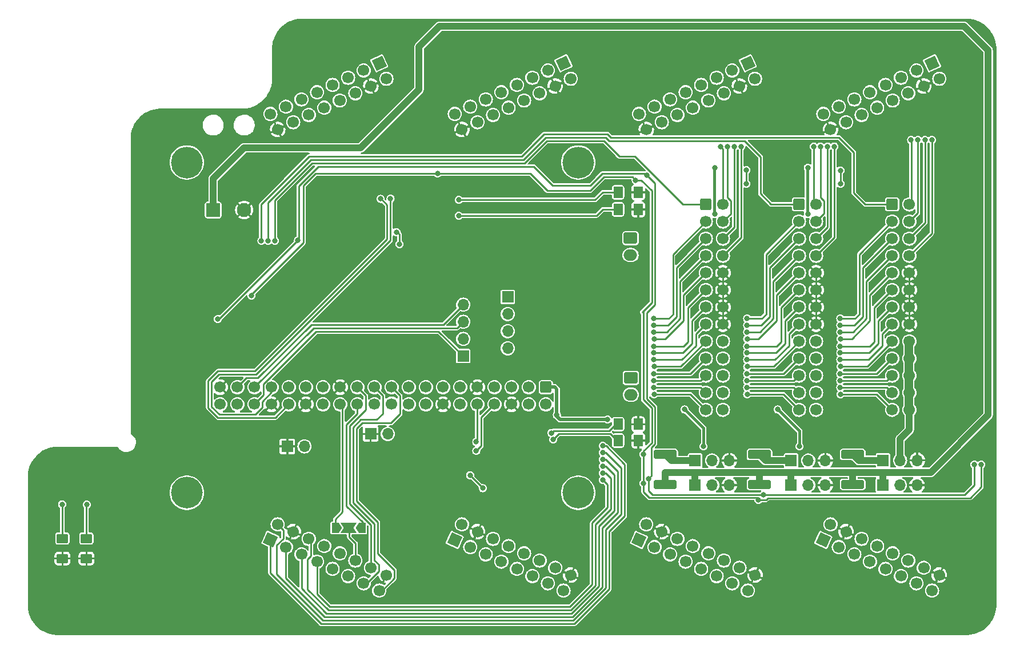
<source format=gbr>
%TF.GenerationSoftware,KiCad,Pcbnew,7.0.9*%
%TF.CreationDate,2024-01-13T22:18:07+01:00*%
%TF.ProjectId,HUB75HAT,48554237-3548-4415-942e-6b696361645f,rev?*%
%TF.SameCoordinates,Original*%
%TF.FileFunction,Copper,L1,Top*%
%TF.FilePolarity,Positive*%
%FSLAX46Y46*%
G04 Gerber Fmt 4.6, Leading zero omitted, Abs format (unit mm)*
G04 Created by KiCad (PCBNEW 7.0.9) date 2024-01-13 22:18:07*
%MOMM*%
%LPD*%
G01*
G04 APERTURE LIST*
G04 Aperture macros list*
%AMRoundRect*
0 Rectangle with rounded corners*
0 $1 Rounding radius*
0 $2 $3 $4 $5 $6 $7 $8 $9 X,Y pos of 4 corners*
0 Add a 4 corners polygon primitive as box body*
4,1,4,$2,$3,$4,$5,$6,$7,$8,$9,$2,$3,0*
0 Add four circle primitives for the rounded corners*
1,1,$1+$1,$2,$3*
1,1,$1+$1,$4,$5*
1,1,$1+$1,$6,$7*
1,1,$1+$1,$8,$9*
0 Add four rect primitives between the rounded corners*
20,1,$1+$1,$2,$3,$4,$5,0*
20,1,$1+$1,$4,$5,$6,$7,0*
20,1,$1+$1,$6,$7,$8,$9,0*
20,1,$1+$1,$8,$9,$2,$3,0*%
%AMHorizOval*
0 Thick line with rounded ends*
0 $1 width*
0 $2 $3 position (X,Y) of the first rounded end (center of the circle)*
0 $4 $5 position (X,Y) of the second rounded end (center of the circle)*
0 Add line between two ends*
20,1,$1,$2,$3,$4,$5,0*
0 Add two circle primitives to create the rounded ends*
1,1,$1,$2,$3*
1,1,$1,$4,$5*%
%AMRotRect*
0 Rectangle, with rotation*
0 The origin of the aperture is its center*
0 $1 length*
0 $2 width*
0 $3 Rotation angle, in degrees counterclockwise*
0 Add horizontal line*
21,1,$1,$2,0,0,$3*%
%AMFreePoly0*
4,1,6,1.000000,0.000000,0.500000,-0.750000,-0.500000,-0.750000,-0.500000,0.750000,0.500000,0.750000,1.000000,0.000000,1.000000,0.000000,$1*%
%AMFreePoly1*
4,1,7,0.700000,0.000000,1.200000,-0.750000,-1.200000,-0.750000,-0.700000,0.000000,-1.200000,0.750000,1.200000,0.750000,0.700000,0.000000,0.700000,0.000000,$1*%
G04 Aperture macros list end*
%TA.AperFunction,ComponentPad*%
%ADD10RoundRect,0.250000X-0.600000X0.600000X-0.600000X-0.600000X0.600000X-0.600000X0.600000X0.600000X0*%
%TD*%
%TA.AperFunction,ComponentPad*%
%ADD11C,1.700000*%
%TD*%
%TA.AperFunction,ComponentPad*%
%ADD12RoundRect,0.250000X-0.600000X-0.600000X0.600000X-0.600000X0.600000X0.600000X-0.600000X0.600000X0*%
%TD*%
%TA.AperFunction,SMDPad,CuDef*%
%ADD13RoundRect,0.250000X1.450000X-0.400000X1.450000X0.400000X-1.450000X0.400000X-1.450000X-0.400000X0*%
%TD*%
%TA.AperFunction,SMDPad,CuDef*%
%ADD14RoundRect,0.250001X0.462499X0.624999X-0.462499X0.624999X-0.462499X-0.624999X0.462499X-0.624999X0*%
%TD*%
%TA.AperFunction,ComponentPad*%
%ADD15R,1.700000X1.700000*%
%TD*%
%TA.AperFunction,ComponentPad*%
%ADD16O,1.700000X1.700000*%
%TD*%
%TA.AperFunction,SMDPad,CuDef*%
%ADD17RoundRect,0.250001X0.624999X-0.462499X0.624999X0.462499X-0.624999X0.462499X-0.624999X-0.462499X0*%
%TD*%
%TA.AperFunction,ComponentPad*%
%ADD18RoundRect,0.250000X-0.750000X0.600000X-0.750000X-0.600000X0.750000X-0.600000X0.750000X0.600000X0*%
%TD*%
%TA.AperFunction,ComponentPad*%
%ADD19O,2.000000X1.700000*%
%TD*%
%TA.AperFunction,SMDPad,CuDef*%
%ADD20FreePoly0,180.000000*%
%TD*%
%TA.AperFunction,SMDPad,CuDef*%
%ADD21FreePoly1,180.000000*%
%TD*%
%TA.AperFunction,SMDPad,CuDef*%
%ADD22FreePoly0,0.000000*%
%TD*%
%TA.AperFunction,ComponentPad*%
%ADD23C,3.100000*%
%TD*%
%TA.AperFunction,ConnectorPad*%
%ADD24C,4.700000*%
%TD*%
%TA.AperFunction,ComponentPad*%
%ADD25RotRect,1.700000X1.700000X115.000000*%
%TD*%
%TA.AperFunction,ComponentPad*%
%ADD26HorizOval,1.700000X0.000000X0.000000X0.000000X0.000000X0*%
%TD*%
%TA.AperFunction,ComponentPad*%
%ADD27RotRect,1.700000X1.700000X245.000000*%
%TD*%
%TA.AperFunction,ComponentPad*%
%ADD28HorizOval,1.700000X0.000000X0.000000X0.000000X0.000000X0*%
%TD*%
%TA.AperFunction,ComponentPad*%
%ADD29RoundRect,0.250001X-0.799999X-0.799999X0.799999X-0.799999X0.799999X0.799999X-0.799999X0.799999X0*%
%TD*%
%TA.AperFunction,ComponentPad*%
%ADD30C,2.100000*%
%TD*%
%TA.AperFunction,ViaPad*%
%ADD31C,0.800000*%
%TD*%
%TA.AperFunction,Conductor*%
%ADD32C,0.250000*%
%TD*%
%TA.AperFunction,Conductor*%
%ADD33C,0.500000*%
%TD*%
%TA.AperFunction,Conductor*%
%ADD34C,1.000000*%
%TD*%
%TA.AperFunction,Conductor*%
%ADD35C,1.270000*%
%TD*%
%TA.AperFunction,Conductor*%
%ADD36C,0.400000*%
%TD*%
G04 APERTURE END LIST*
D10*
%TO.P,J17,1,Pin_1*%
%TO.N,+3.3V*%
X76768000Y36772800D03*
D11*
%TO.P,J17,2,Pin_2*%
%TO.N,+5V*%
X76768000Y34232800D03*
%TO.P,J17,3,Pin_3*%
%TO.N,unconnected-(J17-Pin_3-Pad3)*%
X74228000Y36772800D03*
%TO.P,J17,4,Pin_4*%
%TO.N,+5V*%
X74228000Y34232800D03*
%TO.P,J17,5,Pin_5*%
%TO.N,unconnected-(J17-Pin_5-Pad5)*%
X71688000Y36772800D03*
%TO.P,J17,6,Pin_6*%
%TO.N,GND*%
X71688000Y34232800D03*
%TO.P,J17,7,Pin_7*%
%TO.N,unconnected-(J17-Pin_7-Pad7)*%
X69148000Y36772800D03*
%TO.P,J17,8,Pin_8*%
%TO.N,TXD1*%
X69148000Y34232800D03*
%TO.P,J17,9,Pin_9*%
%TO.N,GND*%
X66608000Y36772800D03*
%TO.P,J17,10,Pin_10*%
%TO.N,RXD1*%
X66608000Y34232800D03*
%TO.P,J17,11,Pin_11*%
%TO.N,unconnected-(J17-Pin_11-Pad11)*%
X64068000Y36772800D03*
%TO.P,J17,12,Pin_12*%
%TO.N,unconnected-(J17-Pin_12-Pad12)*%
X64068000Y34232800D03*
%TO.P,J17,13,Pin_13*%
%TO.N,unconnected-(J17-Pin_13-Pad13)*%
X61528000Y36772800D03*
%TO.P,J17,14,Pin_14*%
%TO.N,GND*%
X61528000Y34232800D03*
%TO.P,J17,15,Pin_15*%
%TO.N,unconnected-(J17-Pin_15-Pad15)*%
X58988000Y36772800D03*
%TO.P,J17,16,Pin_16*%
%TO.N,unconnected-(J17-Pin_16-Pad16)*%
X58988000Y34232800D03*
%TO.P,J17,17,Pin_17*%
%TO.N,unconnected-(J17-Pin_17-Pad17)*%
X56448000Y36772800D03*
%TO.P,J17,18,Pin_18*%
%TO.N,unconnected-(J17-Pin_18-Pad18)*%
X56448000Y34232800D03*
%TO.P,J17,19,Pin_19*%
%TO.N,SPI_MOSI*%
X53908000Y36772800D03*
%TO.P,J17,20,Pin_20*%
%TO.N,GND*%
X53908000Y34232800D03*
%TO.P,J17,21,Pin_21*%
%TO.N,SPI_MISO*%
X51368000Y36772800D03*
%TO.P,J17,22,Pin_22*%
%TO.N,unconnected-(J17-Pin_22-Pad22)*%
X51368000Y34232800D03*
%TO.P,J17,23,Pin_23*%
%TO.N,SPI_CLCK*%
X48828000Y36772800D03*
%TO.P,J17,24,Pin_24*%
%TO.N,SPI_CE0*%
X48828000Y34232800D03*
%TO.P,J17,25,Pin_25*%
%TO.N,GND*%
X46288000Y36772800D03*
%TO.P,J17,26,Pin_26*%
%TO.N,SPI_CE1*%
X46288000Y34232800D03*
%TO.P,J17,27,Pin_27*%
%TO.N,unconnected-(J17-Pin_27-Pad27)*%
X43748000Y36772800D03*
%TO.P,J17,28,Pin_28*%
%TO.N,unconnected-(J17-Pin_28-Pad28)*%
X43748000Y34232800D03*
%TO.P,J17,29,Pin_29*%
%TO.N,unconnected-(J17-Pin_29-Pad29)*%
X41208000Y36772800D03*
%TO.P,J17,30,Pin_30*%
%TO.N,GND*%
X41208000Y34232800D03*
%TO.P,J17,31,Pin_31*%
%TO.N,/JTAG.TMS*%
X38668000Y36772800D03*
%TO.P,J17,32,Pin_32*%
%TO.N,TXD5*%
X38668000Y34232800D03*
%TO.P,J17,33,Pin_33*%
%TO.N,RXD5*%
X36128000Y36772800D03*
%TO.P,J17,34,Pin_34*%
%TO.N,GND*%
X36128000Y34232800D03*
%TO.P,J17,35,Pin_35*%
%TO.N,/JTAG.TDI*%
X33588000Y36772800D03*
%TO.P,J17,36,Pin_36*%
%TO.N,/JTAG.TCK*%
X33588000Y34232800D03*
%TO.P,J17,37,Pin_37*%
%TO.N,/JTAG.TDO*%
X31048000Y36772800D03*
%TO.P,J17,38,Pin_38*%
%TO.N,unconnected-(J17-Pin_38-Pad38)*%
X31048000Y34232800D03*
%TO.P,J17,39,Pin_39*%
%TO.N,GND*%
X28508000Y36772800D03*
%TO.P,J17,40,Pin_40*%
%TO.N,unconnected-(J17-Pin_40-Pad40)*%
X28508000Y34232800D03*
%TD*%
D12*
%TO.P,J2,1,Pin_1*%
%TO.N,PORTB1*%
X114270000Y63900000D03*
D11*
%TO.P,J2,2,Pin_2*%
%TO.N,PORTB14*%
X116810000Y63900000D03*
%TO.P,J2,3,Pin_3*%
%TO.N,PORTB2*%
X114270000Y61360000D03*
%TO.P,J2,4,Pin_4*%
%TO.N,PORTB15*%
X116810000Y61360000D03*
%TO.P,J2,5,Pin_5*%
%TO.N,PORTB3*%
X114270000Y58820000D03*
%TO.P,J2,6,Pin_6*%
%TO.N,PORTB16*%
X116810000Y58820000D03*
%TO.P,J2,7,Pin_7*%
%TO.N,PORTB4*%
X114270000Y56280000D03*
%TO.P,J2,8,Pin_8*%
%TO.N,PORTB17*%
X116810000Y56280000D03*
%TO.P,J2,9,Pin_9*%
%TO.N,PORTB5*%
X114270000Y53740000D03*
%TO.P,J2,10,Pin_10*%
%TO.N,GND*%
X116810000Y53740000D03*
%TO.P,J2,11,Pin_11*%
%TO.N,PORTB6*%
X114270000Y51200000D03*
%TO.P,J2,12,Pin_12*%
%TO.N,GND*%
X116810000Y51200000D03*
%TO.P,J2,13,Pin_13*%
%TO.N,PORTB7*%
X114270000Y48660000D03*
%TO.P,J2,14,Pin_14*%
%TO.N,GND*%
X116810000Y48660000D03*
%TO.P,J2,15,Pin_15*%
%TO.N,PORTB8*%
X114270000Y46120000D03*
%TO.P,J2,16,Pin_16*%
%TO.N,GND*%
X116810000Y46120000D03*
%TO.P,J2,17,Pin_17*%
%TO.N,PORTB9*%
X114270000Y43580000D03*
%TO.P,J2,18,Pin_18*%
%TO.N,POWOPB*%
X116810000Y43580000D03*
%TO.P,J2,19,Pin_19*%
%TO.N,PORTB10*%
X114270000Y41040000D03*
%TO.P,J2,20,Pin_20*%
%TO.N,POWOPB*%
X116810000Y41040000D03*
%TO.P,J2,21,Pin_21*%
%TO.N,PORTB11*%
X114270000Y38500000D03*
%TO.P,J2,22,Pin_22*%
%TO.N,POWOPB*%
X116810000Y38500000D03*
%TO.P,J2,23,Pin_23*%
%TO.N,PORTB12*%
X114270000Y35960000D03*
%TO.P,J2,24,Pin_24*%
%TO.N,POWOPB*%
X116810000Y35960000D03*
%TO.P,J2,25,Pin_25*%
%TO.N,PORTB13*%
X114270000Y33420000D03*
%TO.P,J2,26,Pin_26*%
%TO.N,POWOPB*%
X116810000Y33420000D03*
%TD*%
D13*
%TO.P,F7,1*%
%TO.N,+5V*%
X94446400Y22345600D03*
%TO.P,F7,2*%
%TO.N,Net-(JP3-A)*%
X94446400Y26795600D03*
%TD*%
D14*
%TO.P,D9,1,K*%
%TO.N,GND*%
X90447500Y28848000D03*
%TO.P,D9,2,A*%
%TO.N,Net-(D9-A)*%
X87472500Y28848000D03*
%TD*%
D15*
%TO.P,JP6,1,A*%
%TO.N,+5V*%
X98866000Y22244000D03*
D16*
%TO.P,JP6,2,C*%
%TO.N,Net-(JP6-C)*%
X101406000Y22244000D03*
%TO.P,JP6,3,B*%
%TO.N,GND*%
X103946000Y22244000D03*
%TD*%
D17*
%TO.P,D1,1,K*%
%TO.N,GND*%
X5140000Y11358500D03*
%TO.P,D1,2,A*%
%TO.N,Net-(D1-A)*%
X5140000Y14333500D03*
%TD*%
D14*
%TO.P,D6,1,K*%
%TO.N,GND*%
X90447500Y65678000D03*
%TO.P,D6,2,A*%
%TO.N,Net-(D6-A)*%
X87472500Y65678000D03*
%TD*%
D15*
%TO.P,JP4,1,A*%
%TO.N,+5V*%
X126679000Y22244000D03*
D16*
%TO.P,JP4,2,C*%
%TO.N,Net-(JP4-C)*%
X129219000Y22244000D03*
%TO.P,JP4,3,B*%
%TO.N,GND*%
X131759000Y22244000D03*
%TD*%
D15*
%TO.P,JP1,1,A*%
%TO.N,Net-(JP1-A)*%
X126716000Y25927000D03*
D16*
%TO.P,JP1,2,C*%
%TO.N,POWOPA*%
X129256000Y25927000D03*
%TO.P,JP1,3,B*%
%TO.N,GND*%
X131796000Y25927000D03*
%TD*%
D18*
%TO.P,RS485-5,1,Pin_1*%
%TO.N,Net-(J20-Pin_1)*%
X89315600Y58881600D03*
D19*
%TO.P,RS485-5,2,Pin_2*%
%TO.N,Net-(J20-Pin_2)*%
X89315600Y56381600D03*
%TD*%
D17*
%TO.P,D2,1,K*%
%TO.N,GND*%
X8696000Y11358500D03*
%TO.P,D2,2,A*%
%TO.N,Net-(D2-A)*%
X8696000Y14333500D03*
%TD*%
D15*
%TO.P,JP3,1,A*%
%TO.N,Net-(JP3-A)*%
X98866000Y25901600D03*
D16*
%TO.P,JP3,2,C*%
%TO.N,POWOPC*%
X101406000Y25901600D03*
%TO.P,JP3,3,B*%
%TO.N,GND*%
X103946000Y25901600D03*
%TD*%
D20*
%TO.P,JP7,1,A*%
%TO.N,SPI_CE0*%
X49558000Y15894000D03*
D21*
%TO.P,JP7,2,C*%
%TO.N,SPI_CS*%
X47558000Y15894000D03*
D22*
%TO.P,JP7,3,B*%
%TO.N,SPI_CE1*%
X45558000Y15894000D03*
%TD*%
D14*
%TO.P,D7,1,K*%
%TO.N,GND*%
X90447500Y63138000D03*
%TO.P,D7,2,A*%
%TO.N,Net-(D7-A)*%
X87472500Y63138000D03*
%TD*%
D18*
%TO.P,RS485-1,1,Pin_1*%
%TO.N,Net-(J21-Pin_1)*%
X89366400Y38155200D03*
D19*
%TO.P,RS485-1,2,Pin_2*%
%TO.N,Net-(J21-Pin_2)*%
X89366400Y35655200D03*
%TD*%
D15*
%TO.P,JP5,1,A*%
%TO.N,+5V*%
X113090000Y22244000D03*
D16*
%TO.P,JP5,2,C*%
%TO.N,Net-(JP5-C)*%
X115630000Y22244000D03*
%TO.P,JP5,3,B*%
%TO.N,GND*%
X118170000Y22244000D03*
%TD*%
D23*
%TO.P,REF\u002A\u002A,1*%
%TO.N,N/C*%
X23560000Y70112000D03*
D24*
X23560000Y70112000D03*
%TD*%
D23*
%TO.P,REF\u002A\u002A,1*%
%TO.N,N/C*%
X81560000Y21112000D03*
D24*
X81560000Y21112000D03*
%TD*%
D13*
%TO.P,F5,1*%
%TO.N,+5V*%
X122234000Y22345600D03*
%TO.P,F5,2*%
%TO.N,Net-(JP1-A)*%
X122234000Y26795600D03*
%TD*%
D23*
%TO.P,REF\u002A\u002A,1*%
%TO.N,N/C*%
X23560000Y21112000D03*
D24*
X23560000Y21112000D03*
%TD*%
D15*
%TO.P,JP2,1,A*%
%TO.N,Net-(JP2-A)*%
X113105000Y25901600D03*
D16*
%TO.P,JP2,2,C*%
%TO.N,POWOPB*%
X115645000Y25901600D03*
%TO.P,JP2,3,B*%
%TO.N,GND*%
X118185000Y25901600D03*
%TD*%
D13*
%TO.P,F6,1*%
%TO.N,+5V*%
X108416400Y22345600D03*
%TO.P,F6,2*%
%TO.N,Net-(JP2-A)*%
X108416400Y26795600D03*
%TD*%
D12*
%TO.P,J3,1,Pin_1*%
%TO.N,PORTC1*%
X100464000Y63900000D03*
D11*
%TO.P,J3,2,Pin_2*%
%TO.N,PORTC14*%
X103004000Y63900000D03*
%TO.P,J3,3,Pin_3*%
%TO.N,PORTC2*%
X100464000Y61360000D03*
%TO.P,J3,4,Pin_4*%
%TO.N,PORTC15*%
X103004000Y61360000D03*
%TO.P,J3,5,Pin_5*%
%TO.N,PORTC3*%
X100464000Y58820000D03*
%TO.P,J3,6,Pin_6*%
%TO.N,PORTC16*%
X103004000Y58820000D03*
%TO.P,J3,7,Pin_7*%
%TO.N,PORTC4*%
X100464000Y56280000D03*
%TO.P,J3,8,Pin_8*%
%TO.N,PORTC17*%
X103004000Y56280000D03*
%TO.P,J3,9,Pin_9*%
%TO.N,PORTC5*%
X100464000Y53740000D03*
%TO.P,J3,10,Pin_10*%
%TO.N,GND*%
X103004000Y53740000D03*
%TO.P,J3,11,Pin_11*%
%TO.N,PORTC6*%
X100464000Y51200000D03*
%TO.P,J3,12,Pin_12*%
%TO.N,GND*%
X103004000Y51200000D03*
%TO.P,J3,13,Pin_13*%
%TO.N,PORTC7*%
X100464000Y48660000D03*
%TO.P,J3,14,Pin_14*%
%TO.N,GND*%
X103004000Y48660000D03*
%TO.P,J3,15,Pin_15*%
%TO.N,PORTC8*%
X100464000Y46120000D03*
%TO.P,J3,16,Pin_16*%
%TO.N,GND*%
X103004000Y46120000D03*
%TO.P,J3,17,Pin_17*%
%TO.N,PORTC9*%
X100464000Y43580000D03*
%TO.P,J3,18,Pin_18*%
%TO.N,POWOPC*%
X103004000Y43580000D03*
%TO.P,J3,19,Pin_19*%
%TO.N,PORTC10*%
X100464000Y41040000D03*
%TO.P,J3,20,Pin_20*%
%TO.N,POWOPC*%
X103004000Y41040000D03*
%TO.P,J3,21,Pin_21*%
%TO.N,PORTC11*%
X100464000Y38500000D03*
%TO.P,J3,22,Pin_22*%
%TO.N,POWOPC*%
X103004000Y38500000D03*
%TO.P,J3,23,Pin_23*%
%TO.N,PORTC12*%
X100464000Y35960000D03*
%TO.P,J3,24,Pin_24*%
%TO.N,POWOPC*%
X103004000Y35960000D03*
%TO.P,J3,25,Pin_25*%
%TO.N,PORTC13*%
X100464000Y33420000D03*
%TO.P,J3,26,Pin_26*%
%TO.N,POWOPC*%
X103004000Y33420000D03*
%TD*%
D23*
%TO.P,REF\u002A\u002A,1*%
%TO.N,N/C*%
X81560000Y70112000D03*
D24*
X81560000Y70112000D03*
%TD*%
D12*
%TO.P,J1,1,Pin_1*%
%TO.N,PORTA1*%
X128076000Y63900000D03*
D11*
%TO.P,J1,2,Pin_2*%
%TO.N,PORTA14*%
X130616000Y63900000D03*
%TO.P,J1,3,Pin_3*%
%TO.N,PORTA2*%
X128076000Y61360000D03*
%TO.P,J1,4,Pin_4*%
%TO.N,PORTA15*%
X130616000Y61360000D03*
%TO.P,J1,5,Pin_5*%
%TO.N,PORTA3*%
X128076000Y58820000D03*
%TO.P,J1,6,Pin_6*%
%TO.N,PORTA16*%
X130616000Y58820000D03*
%TO.P,J1,7,Pin_7*%
%TO.N,PORTA4*%
X128076000Y56280000D03*
%TO.P,J1,8,Pin_8*%
%TO.N,PORTA17*%
X130616000Y56280000D03*
%TO.P,J1,9,Pin_9*%
%TO.N,PORTA5*%
X128076000Y53740000D03*
%TO.P,J1,10,Pin_10*%
%TO.N,GND*%
X130616000Y53740000D03*
%TO.P,J1,11,Pin_11*%
%TO.N,PORTA6*%
X128076000Y51200000D03*
%TO.P,J1,12,Pin_12*%
%TO.N,GND*%
X130616000Y51200000D03*
%TO.P,J1,13,Pin_13*%
%TO.N,PORTA7*%
X128076000Y48660000D03*
%TO.P,J1,14,Pin_14*%
%TO.N,GND*%
X130616000Y48660000D03*
%TO.P,J1,15,Pin_15*%
%TO.N,PORTA8*%
X128076000Y46120000D03*
%TO.P,J1,16,Pin_16*%
%TO.N,GND*%
X130616000Y46120000D03*
%TO.P,J1,17,Pin_17*%
%TO.N,PORTA9*%
X128076000Y43580000D03*
%TO.P,J1,18,Pin_18*%
%TO.N,POWOPA*%
X130616000Y43580000D03*
%TO.P,J1,19,Pin_19*%
%TO.N,PORTA10*%
X128076000Y41040000D03*
%TO.P,J1,20,Pin_20*%
%TO.N,POWOPA*%
X130616000Y41040000D03*
%TO.P,J1,21,Pin_21*%
%TO.N,PORTA11*%
X128076000Y38500000D03*
%TO.P,J1,22,Pin_22*%
%TO.N,POWOPA*%
X130616000Y38500000D03*
%TO.P,J1,23,Pin_23*%
%TO.N,PORTA12*%
X128076000Y35960000D03*
%TO.P,J1,24,Pin_24*%
%TO.N,POWOPA*%
X130616000Y35960000D03*
%TO.P,J1,25,Pin_25*%
%TO.N,PORTA13*%
X128076000Y33420000D03*
%TO.P,J1,26,Pin_26*%
%TO.N,POWOPA*%
X130616000Y33420000D03*
%TD*%
D14*
%TO.P,D8,1,K*%
%TO.N,GND*%
X90447500Y31286400D03*
%TO.P,D8,2,A*%
%TO.N,Net-(D8-A)*%
X87472500Y31286400D03*
%TD*%
D15*
%TO.P,J14,1,Pin_1*%
%TO.N,GND*%
X38460000Y28000000D03*
D16*
%TO.P,J14,2,Pin_2*%
%TO.N,unconnected-(J14-Pin_2-Pad2)*%
X41000000Y28000000D03*
%TD*%
D15*
%TO.P,J8,1,Pin_1*%
%TO.N,/JTAG.TCK*%
X71120000Y50165000D03*
D16*
%TO.P,J8,2,Pin_2*%
%TO.N,/JTAG.TMS*%
X71120000Y47625000D03*
%TO.P,J8,3,Pin_3*%
%TO.N,/JTAG.TDI*%
X71120000Y45085000D03*
%TO.P,J8,4,Pin_4*%
%TO.N,/JTAG.TDO*%
X71120000Y42545000D03*
%TD*%
D25*
%TO.P,J4,1,Pin_1*%
%TO.N,J5:0*%
X52070000Y84836000D03*
D26*
%TO.P,J4,2,Pin_2*%
%TO.N,J5:1*%
X53143450Y82533978D03*
%TO.P,J4,3,Pin_3*%
%TO.N,J5:2*%
X49767978Y83762550D03*
%TO.P,J4,4,Pin_4*%
%TO.N,GND*%
X50841429Y81460528D03*
%TO.P,J4,5,Pin_5*%
%TO.N,J5:4*%
X47465956Y82689099D03*
%TO.P,J4,6,Pin_6*%
%TO.N,J5:5*%
X48539407Y80387077D03*
%TO.P,J4,7,Pin_7*%
%TO.N,J5:6*%
X45163935Y81615649D03*
%TO.P,J4,8,Pin_8*%
%TO.N,unconnected-(J4-Pin_8-Pad8)*%
X46237385Y79313627D03*
%TO.P,J4,9,Pin_9*%
%TO.N,unconnected-(J4-Pin_9-Pad9)*%
X42861913Y80542198D03*
%TO.P,J4,10,Pin_10*%
%TO.N,unconnected-(J4-Pin_10-Pad10)*%
X43935363Y78240177D03*
%TO.P,J4,11,Pin_11*%
%TO.N,unconnected-(J4-Pin_11-Pad11)*%
X40559891Y79468748D03*
%TO.P,J4,12,Pin_12*%
%TO.N,unconnected-(J4-Pin_12-Pad12)*%
X41633341Y77166726D03*
%TO.P,J4,13,Pin_13*%
%TO.N,unconnected-(J4-Pin_13-Pad13)*%
X38257869Y78395298D03*
%TO.P,J4,14,Pin_14*%
%TO.N,unconnected-(J4-Pin_14-Pad14)*%
X39331320Y76093276D03*
%TO.P,J4,15,Pin_15*%
%TO.N,unconnected-(J4-Pin_15-Pad15)*%
X35955848Y77321847D03*
%TO.P,J4,16,Pin_16*%
%TO.N,GND*%
X37029298Y75019826D03*
%TD*%
D15*
%TO.P,J13,1,Pin_1*%
%TO.N,GND*%
X50800000Y29845000D03*
D16*
%TO.P,J13,2,Pin_2*%
%TO.N,unconnected-(J13-Pin_2-Pad2)*%
X53340000Y29845000D03*
%TD*%
D27*
%TO.P,J12,1,Pin_1*%
%TO.N,J2:0*%
X90565848Y14118153D03*
D28*
%TO.P,J12,2,Pin_2*%
%TO.N,J2:1*%
X91639298Y16420175D03*
%TO.P,J12,3,Pin_3*%
%TO.N,J2:2*%
X92867870Y13044703D03*
%TO.P,J12,4,Pin_4*%
%TO.N,GND*%
X93941320Y15346724D03*
%TO.P,J12,5,Pin_5*%
%TO.N,J2:4*%
X95169892Y11971252D03*
%TO.P,J12,6,Pin_6*%
%TO.N,J2:5*%
X96243342Y14273274D03*
%TO.P,J12,7,Pin_7*%
%TO.N,J2:6*%
X97471913Y10897802D03*
%TO.P,J12,8,Pin_8*%
%TO.N,unconnected-(J12-Pin_8-Pad8)*%
X98545364Y13199824D03*
%TO.P,J12,9,Pin_9*%
%TO.N,unconnected-(J12-Pin_9-Pad9)*%
X99773935Y9824351D03*
%TO.P,J12,10,Pin_10*%
%TO.N,unconnected-(J12-Pin_10-Pad10)*%
X100847386Y12126373D03*
%TO.P,J12,11,Pin_11*%
%TO.N,unconnected-(J12-Pin_11-Pad11)*%
X102075957Y8750901D03*
%TO.P,J12,12,Pin_12*%
%TO.N,unconnected-(J12-Pin_12-Pad12)*%
X103149407Y11052923D03*
%TO.P,J12,13,Pin_13*%
%TO.N,unconnected-(J12-Pin_13-Pad13)*%
X104377979Y7677451D03*
%TO.P,J12,14,Pin_14*%
%TO.N,unconnected-(J12-Pin_14-Pad14)*%
X105451429Y9979472D03*
%TO.P,J12,15,Pin_15*%
%TO.N,unconnected-(J12-Pin_15-Pad15)*%
X106680000Y6604000D03*
%TO.P,J12,16,Pin_16*%
%TO.N,GND*%
X107753451Y8906022D03*
%TD*%
D27*
%TO.P,J11,1,Pin_1*%
%TO.N,J1:0*%
X117870848Y14118153D03*
D28*
%TO.P,J11,2,Pin_2*%
%TO.N,J1:1*%
X118944298Y16420175D03*
%TO.P,J11,3,Pin_3*%
%TO.N,J1:2*%
X120172870Y13044703D03*
%TO.P,J11,4,Pin_4*%
%TO.N,GND*%
X121246320Y15346724D03*
%TO.P,J11,5,Pin_5*%
%TO.N,J1:4*%
X122474892Y11971252D03*
%TO.P,J11,6,Pin_6*%
%TO.N,J1:5*%
X123548342Y14273274D03*
%TO.P,J11,7,Pin_7*%
%TO.N,J1:6*%
X124776913Y10897802D03*
%TO.P,J11,8,Pin_8*%
%TO.N,unconnected-(J11-Pin_8-Pad8)*%
X125850364Y13199824D03*
%TO.P,J11,9,Pin_9*%
%TO.N,unconnected-(J11-Pin_9-Pad9)*%
X127078935Y9824351D03*
%TO.P,J11,10,Pin_10*%
%TO.N,unconnected-(J11-Pin_10-Pad10)*%
X128152386Y12126373D03*
%TO.P,J11,11,Pin_11*%
%TO.N,unconnected-(J11-Pin_11-Pad11)*%
X129380957Y8750901D03*
%TO.P,J11,12,Pin_12*%
%TO.N,unconnected-(J11-Pin_12-Pad12)*%
X130454407Y11052923D03*
%TO.P,J11,13,Pin_13*%
%TO.N,unconnected-(J11-Pin_13-Pad13)*%
X131682979Y7677451D03*
%TO.P,J11,14,Pin_14*%
%TO.N,unconnected-(J11-Pin_14-Pad14)*%
X132756429Y9979472D03*
%TO.P,J11,15,Pin_15*%
%TO.N,unconnected-(J11-Pin_15-Pad15)*%
X133985000Y6604000D03*
%TO.P,J11,16,Pin_16*%
%TO.N,GND*%
X135058451Y8906022D03*
%TD*%
D25*
%TO.P,J6,1,Pin_1*%
%TO.N,J7:0*%
X106680000Y84836000D03*
D26*
%TO.P,J6,2,Pin_2*%
%TO.N,J7:1*%
X107753450Y82533978D03*
%TO.P,J6,3,Pin_3*%
%TO.N,J7:2*%
X104377978Y83762550D03*
%TO.P,J6,4,Pin_4*%
%TO.N,GND*%
X105451429Y81460528D03*
%TO.P,J6,5,Pin_5*%
%TO.N,J7:4*%
X102075956Y82689099D03*
%TO.P,J6,6,Pin_6*%
%TO.N,J7:5*%
X103149407Y80387077D03*
%TO.P,J6,7,Pin_7*%
%TO.N,J7:6*%
X99773935Y81615649D03*
%TO.P,J6,8,Pin_8*%
%TO.N,unconnected-(J6-Pin_8-Pad8)*%
X100847385Y79313627D03*
%TO.P,J6,9,Pin_9*%
%TO.N,unconnected-(J6-Pin_9-Pad9)*%
X97471913Y80542198D03*
%TO.P,J6,10,Pin_10*%
%TO.N,unconnected-(J6-Pin_10-Pad10)*%
X98545363Y78240177D03*
%TO.P,J6,11,Pin_11*%
%TO.N,unconnected-(J6-Pin_11-Pad11)*%
X95169891Y79468748D03*
%TO.P,J6,12,Pin_12*%
%TO.N,unconnected-(J6-Pin_12-Pad12)*%
X96243341Y77166726D03*
%TO.P,J6,13,Pin_13*%
%TO.N,unconnected-(J6-Pin_13-Pad13)*%
X92867869Y78395298D03*
%TO.P,J6,14,Pin_14*%
%TO.N,unconnected-(J6-Pin_14-Pad14)*%
X93941320Y76093276D03*
%TO.P,J6,15,Pin_15*%
%TO.N,unconnected-(J6-Pin_15-Pad15)*%
X90565848Y77321847D03*
%TO.P,J6,16,Pin_16*%
%TO.N,GND*%
X91639298Y75019826D03*
%TD*%
D27*
%TO.P,J15,1,Pin_1*%
%TO.N,J3:0*%
X63260848Y14118153D03*
D28*
%TO.P,J15,2,Pin_2*%
%TO.N,J3:1*%
X64334298Y16420175D03*
%TO.P,J15,3,Pin_3*%
%TO.N,J3:2*%
X65562870Y13044703D03*
%TO.P,J15,4,Pin_4*%
%TO.N,GND*%
X66636320Y15346724D03*
%TO.P,J15,5,Pin_5*%
%TO.N,J3:4*%
X67864892Y11971252D03*
%TO.P,J15,6,Pin_6*%
%TO.N,J3:5*%
X68938342Y14273274D03*
%TO.P,J15,7,Pin_7*%
%TO.N,J3:6*%
X70166913Y10897802D03*
%TO.P,J15,8,Pin_8*%
%TO.N,unconnected-(J15-Pin_8-Pad8)*%
X71240364Y13199824D03*
%TO.P,J15,9,Pin_9*%
%TO.N,unconnected-(J15-Pin_9-Pad9)*%
X72468935Y9824351D03*
%TO.P,J15,10,Pin_10*%
%TO.N,unconnected-(J15-Pin_10-Pad10)*%
X73542386Y12126373D03*
%TO.P,J15,11,Pin_11*%
%TO.N,unconnected-(J15-Pin_11-Pad11)*%
X74770957Y8750901D03*
%TO.P,J15,12,Pin_12*%
%TO.N,unconnected-(J15-Pin_12-Pad12)*%
X75844407Y11052923D03*
%TO.P,J15,13,Pin_13*%
%TO.N,unconnected-(J15-Pin_13-Pad13)*%
X77072979Y7677451D03*
%TO.P,J15,14,Pin_14*%
%TO.N,unconnected-(J15-Pin_14-Pad14)*%
X78146429Y9979472D03*
%TO.P,J15,15,Pin_15*%
%TO.N,unconnected-(J15-Pin_15-Pad15)*%
X79375000Y6604000D03*
%TO.P,J15,16,Pin_16*%
%TO.N,GND*%
X80448451Y8906022D03*
%TD*%
D15*
%TO.P,J7,1,Pin_1*%
%TO.N,/JTAG.TCK*%
X64516000Y41402000D03*
D16*
%TO.P,J7,2,Pin_2*%
%TO.N,/JTAG.TMS*%
X64516000Y43942000D03*
%TO.P,J7,3,Pin_3*%
%TO.N,/JTAG.TDI*%
X64516000Y46482000D03*
%TO.P,J7,4,Pin_4*%
%TO.N,/JTAG.TDO*%
X64516000Y49022000D03*
%TD*%
D27*
%TO.P,J16,1,Pin_1*%
%TO.N,J4:0*%
X35955848Y14118153D03*
D28*
%TO.P,J16,2,Pin_2*%
%TO.N,J4:1*%
X37029298Y16420175D03*
%TO.P,J16,3,Pin_3*%
%TO.N,J4:2*%
X38257870Y13044703D03*
%TO.P,J16,4,Pin_4*%
%TO.N,GND*%
X39331320Y15346724D03*
%TO.P,J16,5,Pin_5*%
%TO.N,J4:4*%
X40559892Y11971252D03*
%TO.P,J16,6,Pin_6*%
%TO.N,J4:5*%
X41633342Y14273274D03*
%TO.P,J16,7,Pin_7*%
%TO.N,J4:6*%
X42861913Y10897802D03*
%TO.P,J16,8,Pin_8*%
%TO.N,J4:7*%
X43935364Y13199824D03*
%TO.P,J16,9,Pin_9*%
%TO.N,J4:8*%
X45163935Y9824351D03*
%TO.P,J16,10,Pin_10*%
%TO.N,J4:9*%
X46237386Y12126373D03*
%TO.P,J16,11,Pin_11*%
%TO.N,ENA_IN*%
X47465957Y8750901D03*
%TO.P,J16,12,Pin_12*%
%TO.N,SPI_CS*%
X48539407Y11052923D03*
%TO.P,J16,13,Pin_13*%
%TO.N,SPI_MISO*%
X49767979Y7677451D03*
%TO.P,J16,14,Pin_14*%
%TO.N,SPI_CLCK*%
X50841429Y9979472D03*
%TO.P,J16,15,Pin_15*%
%TO.N,SPI_MOSI*%
X52070000Y6604000D03*
%TO.P,J16,16,Pin_16*%
%TO.N,GND*%
X53143451Y8906022D03*
%TD*%
D29*
%TO.P,J10,1,Pin_1*%
%TO.N,+5V*%
X27478000Y63063000D03*
D30*
%TO.P,J10,2,Pin_2*%
%TO.N,GND*%
X32078000Y63063000D03*
%TD*%
D25*
%TO.P,J5,1,Pin_1*%
%TO.N,J6:0*%
X79375000Y84836000D03*
D26*
%TO.P,J5,2,Pin_2*%
%TO.N,J6:1*%
X80448450Y82533978D03*
%TO.P,J5,3,Pin_3*%
%TO.N,J6:2*%
X77072978Y83762550D03*
%TO.P,J5,4,Pin_4*%
%TO.N,GND*%
X78146429Y81460528D03*
%TO.P,J5,5,Pin_5*%
%TO.N,J6:4*%
X74770956Y82689099D03*
%TO.P,J5,6,Pin_6*%
%TO.N,J6:5*%
X75844407Y80387077D03*
%TO.P,J5,7,Pin_7*%
%TO.N,J6:6*%
X72468935Y81615649D03*
%TO.P,J5,8,Pin_8*%
%TO.N,unconnected-(J5-Pin_8-Pad8)*%
X73542385Y79313627D03*
%TO.P,J5,9,Pin_9*%
%TO.N,unconnected-(J5-Pin_9-Pad9)*%
X70166913Y80542198D03*
%TO.P,J5,10,Pin_10*%
%TO.N,unconnected-(J5-Pin_10-Pad10)*%
X71240363Y78240177D03*
%TO.P,J5,11,Pin_11*%
%TO.N,unconnected-(J5-Pin_11-Pad11)*%
X67864891Y79468748D03*
%TO.P,J5,12,Pin_12*%
%TO.N,unconnected-(J5-Pin_12-Pad12)*%
X68938341Y77166726D03*
%TO.P,J5,13,Pin_13*%
%TO.N,unconnected-(J5-Pin_13-Pad13)*%
X65562869Y78395298D03*
%TO.P,J5,14,Pin_14*%
%TO.N,unconnected-(J5-Pin_14-Pad14)*%
X66636320Y76093276D03*
%TO.P,J5,15,Pin_15*%
%TO.N,unconnected-(J5-Pin_15-Pad15)*%
X63260848Y77321847D03*
%TO.P,J5,16,Pin_16*%
%TO.N,GND*%
X64334298Y75019826D03*
%TD*%
D25*
%TO.P,J9,1,Pin_1*%
%TO.N,J8:0*%
X133985000Y84836000D03*
D26*
%TO.P,J9,2,Pin_2*%
%TO.N,J8:1*%
X135058450Y82533978D03*
%TO.P,J9,3,Pin_3*%
%TO.N,J8:2*%
X131682978Y83762550D03*
%TO.P,J9,4,Pin_4*%
%TO.N,GND*%
X132756429Y81460528D03*
%TO.P,J9,5,Pin_5*%
%TO.N,J8:4*%
X129380956Y82689099D03*
%TO.P,J9,6,Pin_6*%
%TO.N,J8:5*%
X130454407Y80387077D03*
%TO.P,J9,7,Pin_7*%
%TO.N,J8:6*%
X127078935Y81615649D03*
%TO.P,J9,8,Pin_8*%
%TO.N,unconnected-(J9-Pin_8-Pad8)*%
X128152385Y79313627D03*
%TO.P,J9,9,Pin_9*%
%TO.N,unconnected-(J9-Pin_9-Pad9)*%
X124776913Y80542198D03*
%TO.P,J9,10,Pin_10*%
%TO.N,unconnected-(J9-Pin_10-Pad10)*%
X125850363Y78240177D03*
%TO.P,J9,11,Pin_11*%
%TO.N,unconnected-(J9-Pin_11-Pad11)*%
X122474891Y79468748D03*
%TO.P,J9,12,Pin_12*%
%TO.N,unconnected-(J9-Pin_12-Pad12)*%
X123548341Y77166726D03*
%TO.P,J9,13,Pin_13*%
%TO.N,unconnected-(J9-Pin_13-Pad13)*%
X120172869Y78395298D03*
%TO.P,J9,14,Pin_14*%
%TO.N,unconnected-(J9-Pin_14-Pad14)*%
X121246320Y76093276D03*
%TO.P,J9,15,Pin_15*%
%TO.N,unconnected-(J9-Pin_15-Pad15)*%
X117870848Y77321847D03*
%TO.P,J9,16,Pin_16*%
%TO.N,GND*%
X118944298Y75019826D03*
%TD*%
D31*
%TO.N,PORTA1*%
X34620497Y58515200D03*
%TO.N,PORTA14*%
X130886497Y73450400D03*
%TO.N,PORTA2*%
X120389200Y46969806D03*
%TO.N,PORTA15*%
X131886000Y73450400D03*
%TO.N,PORTA3*%
X120389200Y45970303D03*
%TO.N,PORTA16*%
X132952800Y73450400D03*
%TO.N,PORTA4*%
X120389200Y44970800D03*
%TO.N,PORTA17*%
X133952303Y73450400D03*
%TO.N,PORTA5*%
X120406133Y43937867D03*
%TO.N,PORTA6*%
X120389200Y42855006D03*
%TO.N,PORTA7*%
X120389200Y41855503D03*
%TO.N,PORTA8*%
X120389200Y40856000D03*
%TO.N,PORTA9*%
X120406133Y39823067D03*
%TO.N,PORTA10*%
X120389200Y38740206D03*
%TO.N,PORTA11*%
X120389200Y37740703D03*
%TO.N,PORTA12*%
X120389200Y36741200D03*
%TO.N,PORTA13*%
X120406133Y35708267D03*
%TO.N,GND*%
X71688000Y24377600D03*
X121370400Y59683600D03*
X117255600Y30778400D03*
X68284400Y27425600D03*
X88960000Y65678000D03*
X49844000Y13354000D03*
X42274800Y65830400D03*
X88096400Y69488000D03*
X63712400Y59531200D03*
X57718000Y47898000D03*
X51622000Y80156000D03*
X97810800Y52368400D03*
X75853600Y30778400D03*
X115579200Y39871600D03*
X134045000Y46374000D03*
X59191200Y66744800D03*
X106232000Y80156000D03*
X89874400Y24885600D03*
X112785200Y58769200D03*
X11693200Y24174400D03*
X134172000Y22625000D03*
X134172000Y29102000D03*
X63440605Y63247467D03*
X122234000Y16656000D03*
X67065200Y23717200D03*
X30692400Y22345600D03*
X35874000Y69742000D03*
X11896400Y26714400D03*
X97861600Y54959200D03*
X18906800Y47136000D03*
X57210000Y40278000D03*
X35772400Y43326000D03*
X111616800Y52368400D03*
X117255600Y28390800D03*
X111667600Y54959200D03*
X111718400Y49828400D03*
X97912400Y49828400D03*
X125586800Y49879200D03*
X77377600Y27425600D03*
X112785200Y56178400D03*
X88960000Y63138000D03*
X21751600Y41192400D03*
X72043600Y30321200D03*
X77911000Y58693000D03*
X17382800Y26257200D03*
X126602800Y56280000D03*
X134324400Y58769200D03*
X24545600Y43224400D03*
X77911000Y56534000D03*
X78800000Y80156000D03*
X58835600Y60750400D03*
X107502000Y59582000D03*
X16722400Y30626000D03*
X74736000Y66440000D03*
X26222000Y41141600D03*
X134045000Y38627000D03*
X133359200Y54806800D03*
X133562400Y57092800D03*
X27746000Y13862000D03*
X53908000Y11576000D03*
X77733200Y71774000D03*
X33994400Y48812400D03*
X125586800Y55010000D03*
X125586800Y52520800D03*
X57464000Y51454000D03*
X38261600Y61766400D03*
X25510800Y47796400D03*
X133156000Y79902000D03*
X66608000Y20212000D03*
X63407600Y27527200D03*
X78139600Y25342800D03*
X94294000Y32505600D03*
%TO.N,ENA*%
X40039600Y58566000D03*
X140268000Y25292000D03*
X109017867Y20784100D03*
X28152400Y46882000D03*
X91758299Y68213701D03*
X91970500Y23209200D03*
%TO.N,+3.3V*%
X78393600Y32658000D03*
X33130800Y50387200D03*
X106486000Y68980000D03*
X60710901Y68467701D03*
X120405200Y68929200D03*
X85912000Y31997600D03*
X120405200Y66948000D03*
X141284000Y25292000D03*
X91246000Y26816000D03*
X106486000Y66948000D03*
X90078770Y67493929D03*
X91246000Y22510112D03*
X108264000Y20059600D03*
%TO.N,PORTB8*%
X106584200Y40856000D03*
%TO.N,PORTB7*%
X106584200Y41855503D03*
%TO.N,PORTB6*%
X106584200Y42855006D03*
%TO.N,PORTB5*%
X106601133Y43937867D03*
%TO.N,PORTB4*%
X106584200Y44970800D03*
%TO.N,PORTB3*%
X106584200Y45970303D03*
%TO.N,PORTB2*%
X106584200Y46969806D03*
%TO.N,PORTB14*%
X116459297Y72485200D03*
%TO.N,PORTB13*%
X106601133Y35708267D03*
%TO.N,PORTB12*%
X106584200Y36741200D03*
%TO.N,PORTB11*%
X106584200Y37740703D03*
%TO.N,PORTB10*%
X106584200Y38740206D03*
%TO.N,PORTB17*%
X119525103Y72485200D03*
%TO.N,PORTB16*%
X118525600Y72485200D03*
%TO.N,PORTB15*%
X117458800Y72485200D03*
%TO.N,PORTC9*%
X92795133Y39823067D03*
%TO.N,PORTC8*%
X92778200Y40856000D03*
%TO.N,PORTC7*%
X92778200Y41855503D03*
%TO.N,PORTC6*%
X92778200Y42855006D03*
%TO.N,PORTC5*%
X92795133Y43937867D03*
%TO.N,PORTC4*%
X92778200Y44970800D03*
%TO.N,PORTC3*%
X92778200Y45970303D03*
%TO.N,PORTC2*%
X92778200Y46969806D03*
%TO.N,PORTC17*%
X105719103Y72485200D03*
%TO.N,PORTC16*%
X104719600Y72485200D03*
%TO.N,PORTC15*%
X103652800Y72485200D03*
%TO.N,PORTC14*%
X102653297Y72485200D03*
%TO.N,PORTC13*%
X92795133Y35708267D03*
%TO.N,PORTC12*%
X92778200Y36741200D03*
%TO.N,PORTC11*%
X92778200Y37740703D03*
%TO.N,PORTC10*%
X92778200Y38740206D03*
%TO.N,Net-(D1-A)*%
X5089200Y19399200D03*
%TO.N,PORTB9*%
X106601133Y39823067D03*
%TO.N,PORTB1*%
X35620000Y58515200D03*
%TO.N,Net-(JP5-C)*%
X114360000Y27984400D03*
X111108800Y33470800D03*
X115579200Y62477600D03*
X115579200Y69335600D03*
%TO.N,Net-(JP6-C)*%
X101773200Y69335600D03*
X100136000Y27984400D03*
X101773200Y62477600D03*
X97302800Y33470800D03*
%TO.N,J4:0*%
X85200800Y28069503D03*
%TO.N,J4:1*%
X85200800Y27070000D03*
%TO.N,J4:2*%
X85200800Y26054000D03*
%TO.N,J4:4*%
X85200800Y25038000D03*
%TO.N,J4:5*%
X85200800Y24022000D03*
%TO.N,J4:6*%
X85200800Y23006000D03*
%TO.N,PORTC1*%
X36619503Y58515200D03*
%TO.N,Net-(D6-A)*%
X63864800Y64560400D03*
%TO.N,Net-(D2-A)*%
X8746800Y19348400D03*
%TO.N,Net-(D7-A)*%
X63864800Y62223600D03*
%TO.N,Net-(D8-A)*%
X77605833Y29992394D03*
%TO.N,Net-(D9-A)*%
X77860200Y29025800D03*
%TO.N,TXD1*%
X66455600Y27324000D03*
%TO.N,RXD1*%
X66455600Y28644800D03*
%TO.N,Net-(U10-DE)*%
X55076400Y58007200D03*
X54619200Y59785200D03*
%TO.N,Net-(U12-DE)*%
X65541200Y23717200D03*
X67420800Y21786800D03*
%TO.N,TXD5*%
X52282400Y64712800D03*
%TO.N,RXD5*%
X53755600Y64763600D03*
%TD*%
D32*
%TO.N,PORTA1*%
X34604000Y58531697D02*
X34620497Y58515200D01*
X76514000Y74314000D02*
X73212000Y71012000D01*
X86420000Y73806000D02*
X85912000Y74314000D01*
X120202000Y73806000D02*
X86420000Y73806000D01*
X41716000Y71012000D02*
X34604000Y63900000D01*
X73212000Y71012000D02*
X41716000Y71012000D01*
X34604000Y63900000D02*
X34604000Y58531697D01*
X128076000Y63900000D02*
X124062800Y63900000D01*
X124062800Y63900000D02*
X122386400Y65576400D01*
X85912000Y74314000D02*
X76514000Y74314000D01*
X122386400Y65576400D02*
X122386400Y71621600D01*
X122386400Y71621600D02*
X120202000Y73806000D01*
%TO.N,PORTA14*%
X130886497Y73450400D02*
X130920800Y73416097D01*
X130920800Y73416097D02*
X130920800Y64204800D01*
X130920800Y64204800D02*
X130616000Y63900000D01*
%TO.N,PORTA2*%
X120389200Y46969806D02*
X122575806Y46969806D01*
X123199200Y56483200D02*
X128076000Y61360000D01*
X123199200Y47593200D02*
X123199200Y56483200D01*
X122575806Y46969806D02*
X123199200Y47593200D01*
%TO.N,PORTA15*%
X131886000Y62630000D02*
X130616000Y61360000D01*
X131886000Y73450400D02*
X131886000Y62630000D01*
%TO.N,PORTA3*%
X123758000Y54502000D02*
X128076000Y58820000D01*
X120389200Y45970303D02*
X120391903Y45967600D01*
X120391903Y45967600D02*
X122488000Y45967600D01*
X123758000Y47237600D02*
X123758000Y54502000D01*
X122488000Y45967600D02*
X123758000Y47237600D01*
%TO.N,PORTA16*%
X132952800Y73450400D02*
X132952800Y61156800D01*
X132952800Y61156800D02*
X130616000Y58820000D01*
%TO.N,PORTA4*%
X124266000Y46932800D02*
X124266000Y52470000D01*
X120389200Y44970800D02*
X122304000Y44970800D01*
X124266000Y52470000D02*
X128076000Y56280000D01*
X122304000Y44970800D02*
X124266000Y46932800D01*
%TO.N,PORTA17*%
X133952303Y59616303D02*
X130616000Y56280000D01*
X133952303Y73450400D02*
X133952303Y59616303D01*
%TO.N,PORTA5*%
X124774000Y46628000D02*
X124774000Y50438000D01*
X120406133Y43937867D02*
X122083867Y43937867D01*
X124774000Y50438000D02*
X128076000Y53740000D01*
X122083867Y43937867D02*
X124774000Y46628000D01*
%TO.N,PORTA6*%
X120389200Y42855006D02*
X124760206Y42855006D01*
X125434400Y48558400D02*
X128076000Y51200000D01*
X124760206Y42855006D02*
X125434400Y43529200D01*
X125434400Y43529200D02*
X125434400Y48558400D01*
%TO.N,PORTA7*%
X124675103Y41855503D02*
X120389200Y41855503D01*
X128076000Y48660000D02*
X126044000Y46628000D01*
X128025200Y48609200D02*
X128076000Y48660000D01*
X126044000Y43224400D02*
X124675103Y41855503D01*
X126044000Y46628000D02*
X126044000Y43224400D01*
%TO.N,PORTA8*%
X126602800Y44646800D02*
X126602800Y42919600D01*
X128076000Y46120000D02*
X126602800Y44646800D01*
X126602800Y42919600D02*
X124539200Y40856000D01*
X124539200Y40856000D02*
X120389200Y40856000D01*
%TO.N,PORTA9*%
X128076000Y43580000D02*
X128076000Y43529200D01*
X128076000Y43529200D02*
X124369867Y39823067D01*
X124369867Y39823067D02*
X120406133Y39823067D01*
%TO.N,PORTA10*%
X128076000Y41040000D02*
X125776206Y38740206D01*
X125776206Y38740206D02*
X120389200Y38740206D01*
%TO.N,PORTA11*%
X120391903Y37738000D02*
X120389200Y37740703D01*
X128076000Y38500000D02*
X127314000Y37738000D01*
X127314000Y37738000D02*
X120391903Y37738000D01*
%TO.N,PORTA12*%
X127314000Y36722000D02*
X120408400Y36722000D01*
X120408400Y36722000D02*
X120389200Y36741200D01*
X128076000Y35960000D02*
X127314000Y36722000D01*
%TO.N,PORTA13*%
X125787733Y35708267D02*
X120406133Y35708267D01*
X128076000Y33420000D02*
X125787733Y35708267D01*
%TO.N,GND*%
X103004000Y53576000D02*
X102840000Y53740000D01*
X103004000Y46284000D02*
X103004000Y53576000D01*
X116810000Y46120000D02*
X116810000Y53740000D01*
X102840000Y46120000D02*
X103004000Y46284000D01*
X116810000Y46120000D02*
X116810000Y48660000D01*
X130616000Y46120000D02*
X130616000Y53740000D01*
X116810000Y48660000D02*
X116810000Y53740000D01*
%TO.N,ENA*%
X109022767Y20789000D02*
X138813000Y20789000D01*
X91970500Y21417900D02*
X92574000Y20814400D01*
X91754000Y35021596D02*
X91754000Y47859202D01*
X91970500Y23209200D02*
X92421400Y23660100D01*
X91970500Y23209200D02*
X91970500Y21417900D01*
X91758299Y68213701D02*
X91500000Y68472000D01*
X40039600Y58566000D02*
X40141200Y58464400D01*
X92915200Y49020402D02*
X92915200Y67056800D01*
X138813000Y20789000D02*
X140268000Y22244000D01*
X91754000Y47859202D02*
X92915200Y49020402D01*
X140268000Y22244000D02*
X140268000Y25292000D01*
X40141200Y58667600D02*
X40039600Y58566000D01*
X74990000Y69488000D02*
X43036800Y69488000D01*
X43036800Y69488000D02*
X40141200Y66592400D01*
X92421400Y23660100D02*
X92421400Y27839000D01*
X108987567Y20814400D02*
X109017867Y20784100D01*
X83372000Y66694000D02*
X77784000Y66694000D01*
X109017867Y20784100D02*
X109022767Y20789000D01*
X91500000Y68472000D02*
X85150000Y68472000D01*
X92915200Y28332800D02*
X92915200Y33860396D01*
X92915200Y67056800D02*
X91758299Y68213701D01*
X92574000Y20814400D02*
X108987567Y20814400D01*
X28152400Y46882000D02*
X28355600Y46882000D01*
X92915200Y33860396D02*
X91754000Y35021596D01*
X40141200Y66592400D02*
X40141200Y58667600D01*
X92421400Y27839000D02*
X92915200Y28332800D01*
X85150000Y68472000D02*
X83372000Y66694000D01*
X77784000Y66694000D02*
X74990000Y69488000D01*
X28355600Y46882000D02*
X40039600Y58566000D01*
%TO.N,+3.3V*%
X91195200Y34944000D02*
X91195200Y47898000D01*
D33*
X78393600Y32658000D02*
X78393600Y36468000D01*
D32*
X89608699Y67964000D02*
X85404000Y67964000D01*
D33*
X78850800Y31997600D02*
X85912000Y31997600D01*
D32*
X108264000Y20059600D02*
X109386253Y20059600D01*
X60706602Y68472000D02*
X60710901Y68467701D01*
X91246000Y21228000D02*
X92109600Y20364400D01*
X141284000Y21990000D02*
X141284000Y25292000D01*
X33130800Y50387200D02*
X33029200Y50387200D01*
X83372000Y65932000D02*
X77022000Y65932000D01*
X40852400Y66667204D02*
X40852400Y61563200D01*
X107959200Y20364400D02*
X108264000Y20059600D01*
X85404000Y67964000D02*
X83372000Y65932000D01*
X77022000Y65932000D02*
X74482000Y68472000D01*
X60710901Y68467701D02*
X43244299Y68467701D01*
X40852400Y58210400D02*
X33130800Y50488800D01*
X90078770Y67493929D02*
X89608699Y67964000D01*
X91246000Y26816000D02*
X91246000Y22510112D01*
D33*
X78393600Y36468000D02*
X78088800Y36772800D01*
D32*
X42657196Y68472000D02*
X40852400Y66667204D01*
X74482000Y68472000D02*
X72704000Y68472000D01*
D33*
X78088800Y36772800D02*
X76768000Y36772800D01*
D32*
X43244299Y68467701D02*
X43240000Y68472000D01*
X91246000Y27299996D02*
X92465200Y28519196D01*
X33130800Y50488800D02*
X33130800Y50387200D01*
X106486000Y66948000D02*
X106486000Y68980000D01*
X109386253Y20059600D02*
X109665653Y20339000D01*
X92465200Y65932000D02*
X92465200Y49320400D01*
X40852400Y61563200D02*
X40852400Y58210400D01*
X60715200Y68472000D02*
X60710901Y68467701D01*
X139633000Y20339000D02*
X141284000Y21990000D01*
X43240000Y68472000D02*
X42657196Y68472000D01*
X92465200Y49320400D02*
X91042800Y47898000D01*
X92109600Y20364400D02*
X107959200Y20364400D01*
D33*
X78393600Y32454800D02*
X78850800Y31997600D01*
D32*
X92465200Y33674000D02*
X91195200Y34944000D01*
X91246000Y26816000D02*
X91246000Y27299996D01*
D33*
X78393600Y32658000D02*
X78393600Y32454800D01*
D32*
X90903271Y67493929D02*
X92465200Y65932000D01*
X33029200Y50387200D02*
X32927600Y50285600D01*
X90078770Y67493929D02*
X90903271Y67493929D01*
X109665653Y20339000D02*
X139633000Y20339000D01*
X92465200Y28519196D02*
X92465200Y33674000D01*
X120405200Y66948000D02*
X120405200Y68929200D01*
X72704000Y68472000D02*
X60715200Y68472000D01*
X91246000Y22510112D02*
X91246000Y21228000D01*
D33*
X85912000Y31997600D02*
X85962800Y31997600D01*
D32*
%TO.N,PORTB8*%
X112796800Y44646800D02*
X112796800Y42919600D01*
X114270000Y46120000D02*
X112796800Y44646800D01*
X110733200Y40856000D02*
X106583200Y40856000D01*
X112796800Y42919600D02*
X110733200Y40856000D01*
%TO.N,PORTB7*%
X112238000Y43224400D02*
X110869103Y41855503D01*
X114219200Y48609200D02*
X114270000Y48660000D01*
X114270000Y48660000D02*
X112238000Y46628000D01*
X112238000Y46628000D02*
X112238000Y43224400D01*
X110869103Y41855503D02*
X106583200Y41855503D01*
%TO.N,PORTB6*%
X110954206Y42855006D02*
X111628400Y43529200D01*
X106583200Y42855006D02*
X110954206Y42855006D01*
X111628400Y43529200D02*
X111628400Y48558400D01*
X111628400Y48558400D02*
X114270000Y51200000D01*
%TO.N,PORTB5*%
X106600133Y43937867D02*
X108277867Y43937867D01*
X110968000Y50438000D02*
X114270000Y53740000D01*
X110968000Y46628000D02*
X110968000Y50438000D01*
X108277867Y43937867D02*
X110968000Y46628000D01*
%TO.N,PORTB4*%
X110460000Y46932800D02*
X110460000Y52470000D01*
X108498000Y44970800D02*
X110460000Y46932800D01*
X106583200Y44970800D02*
X108498000Y44970800D01*
X110460000Y52470000D02*
X114270000Y56280000D01*
%TO.N,PORTB3*%
X109952000Y54502000D02*
X114270000Y58820000D01*
X106584200Y45970303D02*
X106586903Y45967600D01*
X108682000Y45967600D02*
X109952000Y47237600D01*
X109952000Y47237600D02*
X109952000Y54502000D01*
X106585903Y45967600D02*
X108682000Y45967600D01*
%TO.N,PORTB2*%
X108758206Y46969806D02*
X109393200Y47604800D01*
X109393200Y47604800D02*
X109393200Y56483200D01*
X109393200Y56483200D02*
X114270000Y61360000D01*
X106583200Y46969806D02*
X108758206Y46969806D01*
%TO.N,PORTB14*%
X116798400Y63900000D02*
X116459297Y64239103D01*
X116459297Y64239103D02*
X116459297Y72485200D01*
X116459297Y72485200D02*
X116493600Y72450897D01*
%TO.N,PORTB13*%
X111981733Y35708267D02*
X106600133Y35708267D01*
X114270000Y33420000D02*
X111981733Y35708267D01*
%TO.N,PORTB12*%
X114270000Y35960000D02*
X113508000Y36722000D01*
X106603400Y36722000D02*
X106584200Y36741200D01*
X113508000Y36722000D02*
X106602400Y36722000D01*
%TO.N,PORTB11*%
X113508000Y37738000D02*
X106585903Y37738000D01*
X114270000Y38500000D02*
X113508000Y37738000D01*
X106586903Y37738000D02*
X106584200Y37740703D01*
%TO.N,PORTB10*%
X111970206Y38740206D02*
X106583200Y38740206D01*
X114270000Y41040000D02*
X111970206Y38740206D01*
%TO.N,PORTB17*%
X119525103Y59006703D02*
X116798400Y56280000D01*
X119525103Y72485200D02*
X119525103Y59006703D01*
%TO.N,PORTB16*%
X118525600Y72485200D02*
X118525600Y60547200D01*
X118525600Y60547200D02*
X116798400Y58820000D01*
%TO.N,PORTB15*%
X117458800Y72485200D02*
X117458800Y64912901D01*
X117985000Y62546600D02*
X116798400Y61360000D01*
X117985000Y64386701D02*
X117985000Y62546600D01*
X117458800Y64912901D02*
X117985000Y64386701D01*
%TO.N,PORTC9*%
X100464000Y43580000D02*
X100464000Y43529200D01*
X96757867Y39823067D02*
X92794133Y39823067D01*
X100464000Y43529200D02*
X96757867Y39823067D01*
%TO.N,PORTC8*%
X98990800Y44646800D02*
X98990800Y42919600D01*
X96927200Y40856000D02*
X92777200Y40856000D01*
X100464000Y46120000D02*
X98990800Y44646800D01*
X98990800Y42919600D02*
X96927200Y40856000D01*
%TO.N,PORTC7*%
X98432000Y46628000D02*
X98432000Y43224400D01*
X100464000Y48660000D02*
X98432000Y46628000D01*
X98432000Y43224400D02*
X97063103Y41855503D01*
X100413200Y48609200D02*
X100464000Y48660000D01*
X97063103Y41855503D02*
X92777200Y41855503D01*
%TO.N,PORTC6*%
X97822400Y43529200D02*
X97822400Y48558400D01*
X97148206Y42855006D02*
X97822400Y43529200D01*
X92777200Y42855006D02*
X97148206Y42855006D01*
X97822400Y48558400D02*
X100464000Y51200000D01*
%TO.N,PORTC5*%
X97162000Y46628000D02*
X97162000Y50438000D01*
X97162000Y50438000D02*
X100464000Y53740000D01*
X92794133Y43937867D02*
X94471867Y43937867D01*
X94471867Y43937867D02*
X97162000Y46628000D01*
%TO.N,PORTC4*%
X96654000Y46932800D02*
X96654000Y52470000D01*
X96654000Y52470000D02*
X100464000Y56280000D01*
X94692000Y44970800D02*
X96654000Y46932800D01*
X92777200Y44970800D02*
X94692000Y44970800D01*
%TO.N,PORTC3*%
X92779903Y45967600D02*
X94876000Y45967600D01*
X96146000Y54502000D02*
X100464000Y58820000D01*
X96146000Y47237600D02*
X96146000Y54502000D01*
X92778200Y45970303D02*
X92780903Y45967600D01*
X94876000Y45967600D02*
X96146000Y47237600D01*
%TO.N,PORTC2*%
X95587200Y56483200D02*
X100464000Y61360000D01*
X95587200Y47604800D02*
X95587200Y56483200D01*
X94952206Y46969806D02*
X95587200Y47604800D01*
X92777200Y46969806D02*
X94952206Y46969806D01*
%TO.N,PORTC17*%
X105724000Y58972400D02*
X103031600Y56280000D01*
X105719103Y72485200D02*
X105724000Y72480303D01*
X105724000Y72480303D02*
X105724000Y58972400D01*
%TO.N,PORTC16*%
X104719600Y72485200D02*
X104708000Y72473600D01*
X104708000Y60496400D02*
X103031600Y58820000D01*
X104708000Y72473600D02*
X104708000Y60496400D01*
%TO.N,PORTC15*%
X104179000Y62507400D02*
X103031600Y61360000D01*
X103652800Y72485200D02*
X103641200Y72473600D01*
X104179000Y64386701D02*
X104179000Y62507400D01*
X103641200Y72473600D02*
X103641200Y64924501D01*
X103641200Y64924501D02*
X104179000Y64386701D01*
%TO.N,PORTC14*%
X102653297Y72485200D02*
X103031600Y72106897D01*
X102653297Y72485200D02*
X102687600Y72450897D01*
X103031600Y72106897D02*
X103031600Y63900000D01*
%TO.N,PORTC13*%
X98175733Y35708267D02*
X92794133Y35708267D01*
X100464000Y33420000D02*
X98175733Y35708267D01*
%TO.N,PORTC12*%
X100464000Y35960000D02*
X99702000Y36722000D01*
X99702000Y36722000D02*
X92796400Y36722000D01*
X92797400Y36722000D02*
X92778200Y36741200D01*
%TO.N,PORTC11*%
X100464000Y38500000D02*
X99702000Y37738000D01*
X99702000Y37738000D02*
X92779903Y37738000D01*
X92780903Y37738000D02*
X92778200Y37740703D01*
%TO.N,PORTC10*%
X98164206Y38740206D02*
X92777200Y38740206D01*
X100464000Y41040000D02*
X98164206Y38740206D01*
D34*
%TO.N,POWOPA*%
X130616000Y30462000D02*
X130616000Y33420000D01*
D32*
X131012500Y40493500D02*
X130543000Y40024000D01*
D35*
X130543000Y33347000D02*
X130543000Y40024000D01*
D34*
X129256000Y29102000D02*
X130616000Y30462000D01*
X129256000Y29102000D02*
X129256000Y26308000D01*
D35*
X130543000Y40024000D02*
X130543000Y43507000D01*
D34*
%TO.N,POWOPB*%
X115680800Y25937400D02*
X115645000Y25901600D01*
D32*
%TO.N,Net-(D1-A)*%
X5089200Y19399200D02*
X5140000Y19424000D01*
X5140000Y14333500D02*
X5089200Y19399200D01*
%TO.N,PORTB9*%
X110563867Y39823067D02*
X106600133Y39823067D01*
X114270000Y43529200D02*
X110563867Y39823067D01*
X114270000Y43580000D02*
X114270000Y43529200D01*
%TO.N,PORTB1*%
X35620000Y64154000D02*
X41970000Y70504000D01*
X108568800Y65474800D02*
X110143600Y63900000D01*
X108568800Y70961200D02*
X108568800Y65474800D01*
X76768000Y73806000D02*
X85658000Y73806000D01*
X73466000Y70504000D02*
X76768000Y73806000D01*
X106232000Y73298000D02*
X108568800Y70961200D01*
X85658000Y73806000D02*
X86166000Y73298000D01*
X86166000Y73298000D02*
X106232000Y73298000D01*
X41970000Y70504000D02*
X73466000Y70504000D01*
X35620000Y58515200D02*
X35620000Y64154000D01*
X110143600Y63900000D02*
X114270000Y63900000D01*
D34*
%TO.N,+5V*%
X126694000Y24037000D02*
X126694000Y22752000D01*
X142300000Y86760000D02*
X142300000Y32658000D01*
X138744000Y90316000D02*
X142300000Y86760000D01*
X98866000Y24123600D02*
X98866000Y22244000D01*
X57972000Y80918000D02*
X49336000Y72282000D01*
X49336000Y72282000D02*
X32064000Y72282000D01*
X142300000Y32658000D02*
X133791000Y24149000D01*
X61020000Y90316000D02*
X57972000Y87268000D01*
X108416400Y24123600D02*
X108416400Y22345600D01*
X122234000Y24149000D02*
X122234000Y22345600D01*
X122234000Y24149000D02*
X113115400Y24149000D01*
X108416400Y24123600D02*
X98866000Y24123600D01*
X113090000Y24123600D02*
X108416400Y24123600D01*
X32064000Y72282000D02*
X27478000Y67696000D01*
X138744000Y90316000D02*
X61020000Y90316000D01*
X113090000Y24123600D02*
X113090000Y22244000D01*
X133791000Y24149000D02*
X122234000Y24149000D01*
X94446400Y24123600D02*
X94446400Y22345600D01*
X27478000Y67696000D02*
X27478000Y63063000D01*
X113115400Y24149000D02*
X113090000Y24123600D01*
X57972000Y87268000D02*
X57972000Y80918000D01*
X98866000Y24123600D02*
X94446400Y24123600D01*
D36*
%TO.N,Net-(JP5-C)*%
X115528400Y62528400D02*
X115528400Y69284800D01*
X115579200Y69335600D02*
X115560000Y69354800D01*
X114360000Y27984400D02*
X114360000Y30270400D01*
X114360000Y30270400D02*
X111159600Y33470800D01*
X115528400Y69284800D02*
X115579200Y69335600D01*
X115579200Y62477600D02*
X115528400Y62528400D01*
%TO.N,Net-(JP6-C)*%
X100136000Y30688400D02*
X97353600Y33470800D01*
X100136000Y27984400D02*
X100136000Y30688400D01*
X101773200Y69335600D02*
X101754000Y69354800D01*
X101722400Y69284800D02*
X101773200Y69335600D01*
X101722400Y62528400D02*
X101722400Y69284800D01*
X101773200Y62477600D02*
X101754000Y62496800D01*
D32*
%TO.N,J4:0*%
X85683802Y28069503D02*
X88452000Y25301305D01*
X80965980Y1670000D02*
X43494000Y1670000D01*
X35955848Y9208152D02*
X35955848Y14118153D01*
X86166000Y15386000D02*
X86166000Y6870020D01*
X88452000Y25301305D02*
X88452000Y17672000D01*
X85200800Y28069503D02*
X85683802Y28069503D01*
X43494000Y1670000D02*
X35955848Y9208152D01*
X86166000Y6870020D02*
X80965980Y1670000D01*
X88452000Y17672000D02*
X86166000Y15386000D01*
%TO.N,J4:1*%
X36890000Y9036000D02*
X36890000Y13338534D01*
X36890000Y13338534D02*
X37879298Y14327832D01*
X85200800Y27070000D02*
X85667305Y27070000D01*
X85658000Y6998416D02*
X80837584Y2178000D01*
X85658000Y15640000D02*
X85658000Y6998416D01*
X80837584Y2178000D02*
X43748000Y2178000D01*
X87944000Y24793305D02*
X87944000Y17926000D01*
X85667305Y27070000D02*
X87944000Y24793305D01*
X43748000Y2178000D02*
X36890000Y9036000D01*
X37879298Y15570175D02*
X37029298Y16420175D01*
X37879298Y14327832D02*
X37879298Y15570175D01*
X87944000Y17926000D02*
X85658000Y15640000D01*
%TO.N,J4:2*%
X85667305Y26054000D02*
X87436000Y24285305D01*
X38257870Y8430130D02*
X38257870Y13044703D01*
X85150000Y7126812D02*
X80709188Y2686000D01*
X44002000Y2686000D02*
X38257870Y8430130D01*
X87436000Y18180000D02*
X85150000Y15894000D01*
X87436000Y24285305D02*
X87436000Y18180000D01*
X85150000Y15894000D02*
X85150000Y7126812D01*
X80709188Y2686000D02*
X44002000Y2686000D01*
X85200800Y26054000D02*
X85667305Y26054000D01*
%TO.N,J4:4*%
X40559892Y6890108D02*
X40559892Y11971252D01*
X86928000Y18434000D02*
X84642000Y16148000D01*
X85667305Y25038000D02*
X86928000Y23777305D01*
X84642000Y16148000D02*
X84642000Y7255208D01*
X85200800Y25038000D02*
X85667305Y25038000D01*
X80580792Y3194000D02*
X44256000Y3194000D01*
X84642000Y7255208D02*
X80580792Y3194000D01*
X86928000Y23777305D02*
X86928000Y18434000D01*
X44256000Y3194000D02*
X40559892Y6890108D01*
%TO.N,J4:5*%
X84134000Y16402000D02*
X84134000Y7383604D01*
X41462000Y11211659D02*
X41970000Y11719659D01*
X85200800Y24022000D02*
X85667305Y24022000D01*
X41462000Y6781750D02*
X41462000Y11211659D01*
X86420000Y18688000D02*
X84134000Y16402000D01*
X44541750Y3702000D02*
X41462000Y6781750D01*
X86420000Y23269305D02*
X86420000Y18688000D01*
X41970000Y11719659D02*
X41970000Y13936616D01*
X85667305Y24022000D02*
X86420000Y23269305D01*
X84134000Y7383604D02*
X80452396Y3702000D01*
X80452396Y3702000D02*
X44541750Y3702000D01*
%TO.N,J4:6*%
X85912000Y22294800D02*
X85912000Y18942000D01*
X83626000Y16656000D02*
X83626000Y7512000D01*
X83626000Y7512000D02*
X80324000Y4210000D01*
X85200800Y23006000D02*
X85912000Y22294800D01*
X42859000Y6115000D02*
X42861913Y6117913D01*
X42861913Y6117913D02*
X42861913Y10897802D01*
X80324000Y4210000D02*
X44764000Y4210000D01*
X44764000Y4210000D02*
X42859000Y6115000D01*
X85912000Y18942000D02*
X83626000Y16656000D01*
%TO.N,PORTC1*%
X92483299Y68514006D02*
X89985305Y71012000D01*
X87690000Y71012000D02*
X85404000Y73298000D01*
X89985305Y71012000D02*
X87690000Y71012000D01*
X73594396Y69996000D02*
X42098396Y69996000D01*
X85404000Y73298000D02*
X76896396Y73298000D01*
X100300000Y63900000D02*
X97088000Y63900000D01*
X92483299Y68504701D02*
X92483299Y68514006D01*
X42098396Y69996000D02*
X36619503Y64517107D01*
X76896396Y73298000D02*
X73594396Y69996000D01*
X97088000Y63900000D02*
X92483299Y68504701D01*
X36619503Y64517107D02*
X36619503Y58515200D01*
%TO.N,SPI_CS*%
X48539407Y13642593D02*
X48539407Y11052923D01*
X47628000Y15894000D02*
X47628000Y14554000D01*
X47628000Y14554000D02*
X48539407Y13642593D01*
%TO.N,SPI_MOSI*%
X55178000Y32810400D02*
X55178000Y35502800D01*
X48726400Y30626000D02*
X49539200Y31438800D01*
X54318451Y8419321D02*
X54318451Y9641549D01*
X53806400Y31438800D02*
X55178000Y32810400D01*
X55178000Y35502800D02*
X53908000Y36772800D01*
X52503130Y6604000D02*
X54318451Y8419321D01*
X52070000Y6604000D02*
X52503130Y6604000D01*
X49539200Y31438800D02*
X53806400Y31438800D01*
X51876000Y12084000D02*
X51876000Y16757600D01*
X48726400Y19907200D02*
X48726400Y30626000D01*
X51876000Y16757600D02*
X48726400Y19907200D01*
X54318451Y9641549D02*
X51876000Y12084000D01*
%TO.N,SPI_MISO*%
X50253179Y7677451D02*
X49767979Y7677451D01*
X48218400Y30829200D02*
X48218400Y19653200D01*
X51723600Y31946800D02*
X49336000Y31946800D01*
X51368000Y36772800D02*
X52638000Y35502800D01*
X48218400Y19653200D02*
X51368000Y16503600D01*
X52016429Y9440701D02*
X50253179Y7677451D01*
X52638000Y32861200D02*
X51723600Y31946800D01*
X51368000Y11114602D02*
X52016429Y10466173D01*
X52016429Y10466173D02*
X52016429Y9440701D01*
X52638000Y35502800D02*
X52638000Y32861200D01*
X49336000Y31946800D02*
X48218400Y30829200D01*
X51368000Y16503600D02*
X51368000Y11114602D01*
%TO.N,SPI_CLCK*%
X50841429Y16320191D02*
X50841429Y9979472D01*
X50098000Y33420000D02*
X47710400Y31032400D01*
X47710400Y19451220D02*
X50841429Y16320191D01*
X47710400Y31032400D02*
X47710400Y19451220D01*
X50098000Y35502800D02*
X50098000Y33420000D01*
X48828000Y36772800D02*
X50098000Y35502800D01*
%TO.N,SPI_CE0*%
X49628000Y16719600D02*
X49628000Y15894000D01*
X48828000Y34232800D02*
X48828000Y32861200D01*
X47202400Y19145200D02*
X49628000Y16719600D01*
X47202400Y31235600D02*
X47202400Y19145200D01*
X48828000Y32861200D02*
X47202400Y31235600D01*
%TO.N,SPI_CE1*%
X45563000Y17201000D02*
X46643600Y18281600D01*
X46643600Y18281600D02*
X46643600Y33877200D01*
X45563000Y16194305D02*
X45563000Y17201000D01*
X46643600Y33877200D02*
X46288000Y34232800D01*
%TO.N,/JTAG.TCK*%
X33588000Y34232800D02*
X34953000Y35597800D01*
X42746699Y45053200D02*
X60864800Y45053200D01*
X34953000Y35597800D02*
X34953000Y37259501D01*
X60864800Y45053200D02*
X64516000Y41402000D01*
X64516000Y41402000D02*
X64548000Y41370000D01*
X34953000Y37259501D02*
X42746699Y45053200D01*
%TO.N,/JTAG.TDI*%
X33588000Y36772800D02*
X42376400Y45561200D01*
X42376400Y45561200D02*
X63595200Y45561200D01*
X63595200Y45561200D02*
X64516000Y46482000D01*
%TO.N,/JTAG.TDO*%
X42020800Y46069200D02*
X61563200Y46069200D01*
X32419600Y38144400D02*
X34096000Y38144400D01*
X61563200Y46069200D02*
X64516000Y49022000D01*
X34096000Y38144400D02*
X42020800Y46069200D01*
X31048000Y36772800D02*
X32419600Y38144400D01*
%TO.N,Net-(D6-A)*%
X63864800Y64560400D02*
X84058400Y64560400D01*
X85176000Y65678000D02*
X87472500Y65678000D01*
X84058400Y64560400D02*
X85176000Y65678000D01*
%TO.N,Net-(D2-A)*%
X8696000Y19399200D02*
X8696000Y19424000D01*
X8746800Y19348400D02*
X8696000Y19399200D01*
X8696000Y14333500D02*
X8696000Y19297600D01*
X8696000Y19297600D02*
X8746800Y19348400D01*
%TO.N,Net-(D7-A)*%
X63864800Y62223600D02*
X84261600Y62223600D01*
X85176000Y63138000D02*
X87472500Y63138000D01*
X84261600Y62223600D02*
X85176000Y63138000D01*
%TO.N,Net-(D8-A)*%
X86158800Y30314000D02*
X87131200Y31286400D01*
X78181439Y30314000D02*
X86158800Y30314000D01*
X77927439Y30314000D02*
X78393600Y30314000D01*
X77605833Y29992394D02*
X77927439Y30314000D01*
X87131200Y31286400D02*
X87472500Y31286400D01*
%TO.N,Net-(D9-A)*%
X87334400Y28848000D02*
X87472500Y28848000D01*
X77860200Y29025800D02*
X78698400Y29864000D01*
X86318400Y29864000D02*
X87334400Y28848000D01*
X78698400Y29864000D02*
X86318400Y29864000D01*
%TO.N,TXD1*%
X67217600Y32302400D02*
X67217600Y28086000D01*
X69148000Y34232800D02*
X67217600Y32302400D01*
X67217600Y28086000D02*
X66455600Y27324000D01*
%TO.N,RXD1*%
X66608000Y28797200D02*
X66455600Y28644800D01*
X66608000Y34232800D02*
X66608000Y28543200D01*
%TO.N,Net-(U10-DE)*%
X54771600Y59785200D02*
X54619200Y59785200D01*
X54619200Y59785200D02*
X54619200Y59937600D01*
X55076400Y58007200D02*
X55076400Y59480400D01*
X55076400Y59480400D02*
X54771600Y59785200D01*
X54619200Y59937600D02*
X54670000Y59886800D01*
%TO.N,Net-(U12-DE)*%
X67420800Y21837600D02*
X65541200Y23717200D01*
X67420800Y21786800D02*
X67420800Y21837600D01*
%TO.N,TXD5*%
X26730000Y33712703D02*
X26730000Y37738000D01*
X28183903Y32258800D02*
X26730000Y33712703D01*
X26730000Y37738000D02*
X28152400Y39160400D01*
X53247600Y58769200D02*
X53247600Y63798400D01*
X52333200Y64712800D02*
X52282400Y64712800D01*
X53247600Y63798400D02*
X52333200Y64712800D01*
X36694000Y32258800D02*
X28183903Y32258800D01*
X33638800Y39160400D02*
X53247600Y58769200D01*
X38668000Y34232800D02*
X36694000Y32258800D01*
X28152400Y39160400D02*
X33638800Y39160400D01*
%TO.N,RXD5*%
X36128000Y36010800D02*
X36128000Y36772800D01*
X34763000Y33746099D02*
X34763000Y34645800D01*
X28355600Y38652400D02*
X27238000Y37534800D01*
X53755600Y58566000D02*
X33842000Y38652400D01*
X27238000Y37534800D02*
X27238000Y33841099D01*
X53755600Y64763600D02*
X53755600Y58566000D01*
X27238000Y33841099D02*
X28370299Y32708800D01*
X33842000Y38652400D02*
X28355600Y38652400D01*
X28370299Y32708800D02*
X33725701Y32708800D01*
X34763000Y34645800D02*
X36128000Y36010800D01*
X33725701Y32708800D02*
X34763000Y33746099D01*
D34*
%TO.N,Net-(JP1-A)*%
X123102600Y25927000D02*
X122234000Y26795600D01*
X126335000Y25927000D02*
X123102600Y25927000D01*
%TO.N,Net-(JP2-A)*%
X109310400Y25901600D02*
X108416400Y26795600D01*
X113105000Y25901600D02*
X109310400Y25901600D01*
%TO.N,Net-(JP3-A)*%
X95340400Y25901600D02*
X94446400Y26795600D01*
X98866000Y25901600D02*
X95340400Y25901600D01*
%TD*%
%TA.AperFunction,Conductor*%
%TO.N,GND*%
G36*
X117556094Y23428498D02*
G01*
X117602587Y23374842D01*
X117612691Y23304568D01*
X117583197Y23239988D01*
X117554303Y23215372D01*
X117474001Y23165652D01*
X117316500Y23022070D01*
X117188060Y22851989D01*
X117093063Y22661207D01*
X117093060Y22661199D01*
X117034738Y22456218D01*
X117028973Y22394000D01*
X117692935Y22394000D01*
X117670000Y22315889D01*
X117670000Y22172111D01*
X117692935Y22094000D01*
X117028973Y22094000D01*
X117034738Y22031781D01*
X117093060Y21826800D01*
X117093063Y21826792D01*
X117188060Y21636010D01*
X117316500Y21465929D01*
X117461642Y21333615D01*
X117498508Y21272940D01*
X117496719Y21201966D01*
X117456842Y21143226D01*
X117391539Y21115370D01*
X117376756Y21114500D01*
X116248357Y21114500D01*
X116180236Y21134502D01*
X116133743Y21188158D01*
X116123639Y21258432D01*
X116153133Y21323012D01*
X116188959Y21351621D01*
X116209923Y21362826D01*
X116216447Y21366313D01*
X116216448Y21366314D01*
X116216450Y21366315D01*
X116376410Y21497590D01*
X116507685Y21657550D01*
X116605232Y21840046D01*
X116665300Y22038066D01*
X116665569Y22040788D01*
X116685583Y22243996D01*
X116685583Y22244003D01*
X116665301Y22449927D01*
X116665300Y22449928D01*
X116665300Y22449934D01*
X116605232Y22647954D01*
X116507685Y22830450D01*
X116376410Y22990410D01*
X116216450Y23121685D01*
X116048646Y23211378D01*
X115997999Y23261131D01*
X115982290Y23330367D01*
X116006506Y23397106D01*
X116062960Y23440158D01*
X116108044Y23448500D01*
X117487973Y23448500D01*
X117556094Y23428498D01*
G37*
%TD.AperFunction*%
%TA.AperFunction,Conductor*%
G36*
X121475621Y23428498D02*
G01*
X121522114Y23374842D01*
X121533500Y23322500D01*
X121533500Y23322100D01*
X121513498Y23253979D01*
X121459842Y23207486D01*
X121407500Y23196100D01*
X120729734Y23196100D01*
X120699301Y23193246D01*
X120699295Y23193244D01*
X120571118Y23148393D01*
X120571114Y23148391D01*
X120461849Y23067750D01*
X120381208Y22958485D01*
X120381206Y22958481D01*
X120336355Y22830304D01*
X120336354Y22830300D01*
X120333500Y22799866D01*
X120333500Y21891333D01*
X120336354Y21860899D01*
X120336355Y21860895D01*
X120381206Y21732718D01*
X120381208Y21732714D01*
X120461849Y21623449D01*
X120571114Y21542808D01*
X120571118Y21542806D01*
X120699295Y21497955D01*
X120699299Y21497954D01*
X120729733Y21495100D01*
X120729734Y21495100D01*
X123738266Y21495100D01*
X123768700Y21497954D01*
X123768704Y21497955D01*
X123896881Y21542806D01*
X123896885Y21542808D01*
X124006150Y21623449D01*
X124086791Y21732714D01*
X124086793Y21732718D01*
X124131644Y21860895D01*
X124131645Y21860899D01*
X124131646Y21860901D01*
X124134500Y21891334D01*
X124134500Y22799866D01*
X124131646Y22830299D01*
X124086793Y22958482D01*
X124047829Y23011276D01*
X124006150Y23067750D01*
X123896885Y23148391D01*
X123896884Y23148391D01*
X123896882Y23148393D01*
X123768699Y23193246D01*
X123738266Y23196100D01*
X123738264Y23196100D01*
X123060500Y23196100D01*
X122992379Y23216102D01*
X122945886Y23269758D01*
X122934500Y23322100D01*
X122934500Y23322500D01*
X122954502Y23390621D01*
X123008158Y23437114D01*
X123060500Y23448500D01*
X125590205Y23448500D01*
X125658326Y23428498D01*
X125704819Y23374842D01*
X125714923Y23304568D01*
X125689920Y23249821D01*
X125691343Y23248871D01*
X125685475Y23240089D01*
X125685429Y23239988D01*
X125685352Y23239906D01*
X125640133Y23172231D01*
X125640132Y23172228D01*
X125628500Y23113750D01*
X125628500Y21374249D01*
X125640132Y21315771D01*
X125640132Y21315770D01*
X125640133Y21315769D01*
X125643652Y21310501D01*
X125664868Y21242751D01*
X125646086Y21174284D01*
X125593270Y21126840D01*
X125538888Y21114500D01*
X118963244Y21114500D01*
X118895123Y21134502D01*
X118848630Y21188158D01*
X118838526Y21258432D01*
X118868020Y21323012D01*
X118878358Y21333615D01*
X119023499Y21465929D01*
X119151939Y21636010D01*
X119246936Y21826792D01*
X119246939Y21826800D01*
X119305261Y22031781D01*
X119311027Y22094000D01*
X118647065Y22094000D01*
X118670000Y22172111D01*
X118670000Y22315889D01*
X118647065Y22394000D01*
X119311027Y22394000D01*
X119305261Y22456218D01*
X119246939Y22661199D01*
X119246936Y22661207D01*
X119151939Y22851989D01*
X119023499Y23022070D01*
X118865998Y23165652D01*
X118785697Y23215372D01*
X118738309Y23268239D01*
X118727026Y23338333D01*
X118755429Y23403401D01*
X118814502Y23442783D01*
X118852027Y23448500D01*
X121407500Y23448500D01*
X121475621Y23428498D01*
G37*
%TD.AperFunction*%
%TA.AperFunction,Conductor*%
G36*
X131145094Y23428498D02*
G01*
X131191587Y23374842D01*
X131201691Y23304568D01*
X131172197Y23239988D01*
X131143303Y23215372D01*
X131063001Y23165652D01*
X130905500Y23022070D01*
X130777060Y22851989D01*
X130682063Y22661207D01*
X130682060Y22661199D01*
X130623738Y22456218D01*
X130617973Y22394000D01*
X131281935Y22394000D01*
X131259000Y22315889D01*
X131259000Y22172111D01*
X131281935Y22094000D01*
X130617973Y22094000D01*
X130623738Y22031781D01*
X130682060Y21826800D01*
X130682063Y21826792D01*
X130777060Y21636010D01*
X130905500Y21465929D01*
X131050642Y21333615D01*
X131087508Y21272940D01*
X131085719Y21201966D01*
X131045842Y21143226D01*
X130980539Y21115370D01*
X130965756Y21114500D01*
X129837357Y21114500D01*
X129769236Y21134502D01*
X129722743Y21188158D01*
X129712639Y21258432D01*
X129742133Y21323012D01*
X129777959Y21351621D01*
X129798923Y21362826D01*
X129805447Y21366313D01*
X129805448Y21366314D01*
X129805450Y21366315D01*
X129965410Y21497590D01*
X130096685Y21657550D01*
X130194232Y21840046D01*
X130254300Y22038066D01*
X130254569Y22040788D01*
X130274583Y22243996D01*
X130274583Y22244003D01*
X130254301Y22449927D01*
X130254300Y22449928D01*
X130254300Y22449934D01*
X130194232Y22647954D01*
X130096685Y22830450D01*
X129965410Y22990410D01*
X129805450Y23121685D01*
X129637646Y23211378D01*
X129586999Y23261131D01*
X129571290Y23330367D01*
X129595506Y23397106D01*
X129651960Y23440158D01*
X129697044Y23448500D01*
X131076973Y23448500D01*
X131145094Y23428498D01*
G37*
%TD.AperFunction*%
%TA.AperFunction,Conductor*%
G36*
X103291071Y23403098D02*
G01*
X103337564Y23349442D01*
X103347668Y23279168D01*
X103318174Y23214588D01*
X103289280Y23189972D01*
X103250001Y23165652D01*
X103092500Y23022070D01*
X102964060Y22851989D01*
X102869063Y22661207D01*
X102869060Y22661199D01*
X102810738Y22456218D01*
X102804973Y22394000D01*
X103468935Y22394000D01*
X103446000Y22315889D01*
X103446000Y22172111D01*
X103468935Y22094000D01*
X102804973Y22094000D01*
X102810738Y22031781D01*
X102869060Y21826800D01*
X102869063Y21826792D01*
X102964060Y21636010D01*
X103092500Y21465929D01*
X103209780Y21359015D01*
X103246646Y21298340D01*
X103244857Y21227366D01*
X103204981Y21168626D01*
X103139677Y21140770D01*
X103124894Y21139900D01*
X102068708Y21139900D01*
X102000587Y21159902D01*
X101954094Y21213558D01*
X101943990Y21283832D01*
X101973484Y21348412D01*
X101988775Y21363300D01*
X101992446Y21366313D01*
X101992450Y21366315D01*
X102152410Y21497590D01*
X102283685Y21657550D01*
X102381232Y21840046D01*
X102441300Y22038066D01*
X102441569Y22040788D01*
X102461583Y22243996D01*
X102461583Y22244003D01*
X102441301Y22449927D01*
X102441300Y22449928D01*
X102441300Y22449934D01*
X102381232Y22647954D01*
X102283685Y22830450D01*
X102152410Y22990410D01*
X101992450Y23121685D01*
X101872166Y23185978D01*
X101821519Y23235730D01*
X101805809Y23304967D01*
X101830025Y23371706D01*
X101886479Y23414758D01*
X101931563Y23423100D01*
X103222950Y23423100D01*
X103291071Y23403098D01*
G37*
%TD.AperFunction*%
%TA.AperFunction,Conductor*%
G36*
X106865123Y23403098D02*
G01*
X106911616Y23349442D01*
X106921720Y23279168D01*
X106892226Y23214588D01*
X106838617Y23178171D01*
X106753518Y23148393D01*
X106753514Y23148391D01*
X106644249Y23067750D01*
X106563608Y22958485D01*
X106563606Y22958481D01*
X106518755Y22830304D01*
X106518754Y22830300D01*
X106515900Y22799866D01*
X106515900Y21891333D01*
X106518754Y21860899D01*
X106518755Y21860895D01*
X106563606Y21732718D01*
X106563608Y21732714D01*
X106644249Y21623449D01*
X106753514Y21542808D01*
X106753518Y21542806D01*
X106881695Y21497955D01*
X106881699Y21497954D01*
X106912133Y21495100D01*
X108586846Y21495100D01*
X108654967Y21475098D01*
X108701460Y21421442D01*
X108711564Y21351168D01*
X108682070Y21286588D01*
X108663550Y21269138D01*
X108589584Y21212382D01*
X108571793Y21189196D01*
X108514455Y21147329D01*
X108471831Y21139900D01*
X104767106Y21139900D01*
X104698985Y21159902D01*
X104652492Y21213558D01*
X104642388Y21283832D01*
X104671882Y21348412D01*
X104682220Y21359015D01*
X104799499Y21465929D01*
X104927939Y21636010D01*
X105022936Y21826792D01*
X105022939Y21826800D01*
X105081261Y22031781D01*
X105087027Y22094000D01*
X104423065Y22094000D01*
X104446000Y22172111D01*
X104446000Y22315889D01*
X104423065Y22394000D01*
X105087027Y22394000D01*
X105081261Y22456218D01*
X105022939Y22661199D01*
X105022936Y22661207D01*
X104927939Y22851989D01*
X104799499Y23022070D01*
X104641998Y23165652D01*
X104602720Y23189972D01*
X104555332Y23242839D01*
X104544049Y23312933D01*
X104572452Y23378001D01*
X104631525Y23417383D01*
X104669050Y23423100D01*
X106797002Y23423100D01*
X106865123Y23403098D01*
G37*
%TD.AperFunction*%
%TA.AperFunction,Conductor*%
G36*
X138469774Y89595498D02*
G01*
X138490748Y89578595D01*
X141562595Y86506748D01*
X141596621Y86444436D01*
X141599500Y86417653D01*
X141599500Y33000347D01*
X141579498Y32932226D01*
X141562595Y32911252D01*
X133537748Y24886405D01*
X133475436Y24852379D01*
X133448653Y24849500D01*
X132646285Y24849500D01*
X132578164Y24869502D01*
X132531671Y24923158D01*
X132521567Y24993432D01*
X132551061Y25058012D01*
X132561399Y25068615D01*
X132649498Y25148929D01*
X132777939Y25319010D01*
X132872936Y25509792D01*
X132872939Y25509800D01*
X132931261Y25714781D01*
X132937027Y25777000D01*
X132273065Y25777000D01*
X132296000Y25855111D01*
X132296000Y25998889D01*
X132273065Y26077000D01*
X132937027Y26077000D01*
X132931261Y26139218D01*
X132872939Y26344199D01*
X132872936Y26344207D01*
X132777939Y26534989D01*
X132649499Y26705070D01*
X132491998Y26848652D01*
X132310795Y26960847D01*
X132310788Y26960850D01*
X132112064Y27037836D01*
X132112065Y27037836D01*
X131946000Y27068879D01*
X131946000Y26408170D01*
X131938315Y26411680D01*
X131831763Y26427000D01*
X131760237Y26427000D01*
X131653685Y26411680D01*
X131646000Y26408170D01*
X131646000Y27068879D01*
X131479934Y27037836D01*
X131281211Y26960850D01*
X131281204Y26960847D01*
X131100001Y26848652D01*
X130942500Y26705070D01*
X130814060Y26534989D01*
X130719063Y26344207D01*
X130719060Y26344199D01*
X130660738Y26139218D01*
X130654973Y26077000D01*
X131318935Y26077000D01*
X131296000Y25998889D01*
X131296000Y25855111D01*
X131318935Y25777000D01*
X130654973Y25777000D01*
X130660738Y25714781D01*
X130719060Y25509800D01*
X130719063Y25509792D01*
X130814060Y25319010D01*
X130942501Y25148929D01*
X131030601Y25068615D01*
X131067467Y25007940D01*
X131065678Y24936966D01*
X131025801Y24878226D01*
X130960498Y24850370D01*
X130945715Y24849500D01*
X129951121Y24849500D01*
X129883000Y24869502D01*
X129836507Y24923158D01*
X129826403Y24993432D01*
X129855897Y25058012D01*
X129871184Y25072896D01*
X130002410Y25180590D01*
X130133685Y25340550D01*
X130231232Y25523046D01*
X130291300Y25721066D01*
X130294308Y25751600D01*
X130311583Y25926996D01*
X130311583Y25927003D01*
X130291301Y26132927D01*
X130291300Y26132928D01*
X130291300Y26132934D01*
X130231232Y26330954D01*
X130133685Y26513450D01*
X130002410Y26673410D01*
X130002406Y26673412D01*
X130002404Y26673416D01*
X129998033Y26677788D01*
X129998904Y26678659D01*
X129962598Y26731957D01*
X129956500Y26770681D01*
X129956500Y28759653D01*
X129976502Y28827774D01*
X129993405Y28848748D01*
X130516640Y29371983D01*
X131095033Y29950376D01*
X131097788Y29952969D01*
X131102245Y29956917D01*
X131144183Y29994071D01*
X131179402Y30045095D01*
X131181635Y30048131D01*
X131219877Y30096943D01*
X131223957Y30106009D01*
X131235161Y30125874D01*
X131240815Y30134066D01*
X131240818Y30134070D01*
X131262808Y30192056D01*
X131264253Y30195542D01*
X131271165Y30210900D01*
X131289694Y30252068D01*
X131291487Y30261854D01*
X131297611Y30283823D01*
X131301140Y30293128D01*
X131306082Y30333833D01*
X131308613Y30354682D01*
X131309180Y30358405D01*
X131320357Y30419394D01*
X131316614Y30481258D01*
X131316500Y30485060D01*
X131316500Y32576319D01*
X131336502Y32644440D01*
X131358309Y32668937D01*
X131358034Y32669213D01*
X131362404Y32673583D01*
X131365418Y32677255D01*
X131493685Y32833550D01*
X131591232Y33016046D01*
X131651300Y33214066D01*
X131654132Y33242812D01*
X131671583Y33419996D01*
X131671583Y33420003D01*
X131651301Y33625927D01*
X131651300Y33625928D01*
X131651300Y33625934D01*
X131591232Y33823954D01*
X131493685Y34006450D01*
X131407100Y34111953D01*
X131379347Y34177301D01*
X131378500Y34191887D01*
X131378500Y35188111D01*
X131398502Y35256232D01*
X131407100Y35268043D01*
X131493683Y35373547D01*
X131493685Y35373550D01*
X131591232Y35556046D01*
X131651300Y35754066D01*
X131652871Y35770008D01*
X131671583Y35959996D01*
X131671583Y35960003D01*
X131651301Y36165927D01*
X131651300Y36165928D01*
X131651300Y36165934D01*
X131591232Y36363954D01*
X131493685Y36546450D01*
X131407100Y36651953D01*
X131379347Y36717301D01*
X131378500Y36731887D01*
X131378500Y37728111D01*
X131398502Y37796232D01*
X131407100Y37808043D01*
X131493683Y37913547D01*
X131493685Y37913550D01*
X131591232Y38096046D01*
X131651300Y38294066D01*
X131653575Y38317157D01*
X131671583Y38499996D01*
X131671583Y38500003D01*
X131651301Y38705927D01*
X131651300Y38705928D01*
X131651300Y38705934D01*
X131591232Y38903954D01*
X131493685Y39086450D01*
X131407100Y39191953D01*
X131379347Y39257301D01*
X131378500Y39271887D01*
X131378500Y40268111D01*
X131398502Y40336232D01*
X131407100Y40348043D01*
X131493683Y40453547D01*
X131493685Y40453550D01*
X131591232Y40636046D01*
X131651300Y40834066D01*
X131653461Y40855999D01*
X131671583Y41039996D01*
X131671583Y41040003D01*
X131651301Y41245927D01*
X131651300Y41245928D01*
X131651300Y41245934D01*
X131591232Y41443954D01*
X131493685Y41626450D01*
X131407100Y41731953D01*
X131379347Y41797301D01*
X131378500Y41811887D01*
X131378500Y42808111D01*
X131398502Y42876232D01*
X131407100Y42888043D01*
X131493683Y42993547D01*
X131493685Y42993550D01*
X131591232Y43176046D01*
X131651300Y43374066D01*
X131651840Y43379542D01*
X131671583Y43579996D01*
X131671583Y43580003D01*
X131651301Y43785927D01*
X131651300Y43785928D01*
X131651300Y43785934D01*
X131591232Y43983954D01*
X131493685Y44166450D01*
X131362410Y44326410D01*
X131202450Y44457685D01*
X131019954Y44555232D01*
X130821934Y44615300D01*
X130821928Y44615300D01*
X130821927Y44615301D01*
X130616003Y44635583D01*
X130615997Y44635583D01*
X130410072Y44615301D01*
X130410070Y44615300D01*
X130410066Y44615300D01*
X130212046Y44555232D01*
X130029550Y44457685D01*
X129869590Y44326410D01*
X129738315Y44166450D01*
X129738313Y44166447D01*
X129640768Y43983954D01*
X129580698Y43785927D01*
X129560417Y43580003D01*
X129560417Y43579996D01*
X129580698Y43374072D01*
X129640768Y43176045D01*
X129692622Y43079034D01*
X129707500Y43019638D01*
X129707500Y41600361D01*
X129692622Y41540965D01*
X129665069Y41489417D01*
X129640767Y41443952D01*
X129580698Y41245927D01*
X129560417Y41040003D01*
X129560417Y41039996D01*
X129580698Y40834072D01*
X129640768Y40636045D01*
X129692622Y40539034D01*
X129707500Y40479638D01*
X129707500Y39060361D01*
X129692622Y39000964D01*
X129640767Y38903952D01*
X129580698Y38705927D01*
X129560417Y38500003D01*
X129560417Y38499996D01*
X129580698Y38294072D01*
X129640768Y38096045D01*
X129692622Y37999034D01*
X129707500Y37939638D01*
X129707500Y36520361D01*
X129692622Y36460965D01*
X129654355Y36389373D01*
X129640767Y36363952D01*
X129580698Y36165927D01*
X129560417Y35960003D01*
X129560417Y35959996D01*
X129580698Y35754072D01*
X129640768Y35556045D01*
X129692622Y35459034D01*
X129707500Y35399638D01*
X129707500Y33980361D01*
X129692622Y33920965D01*
X129643383Y33828846D01*
X129640767Y33823952D01*
X129580698Y33625927D01*
X129560417Y33420003D01*
X129560417Y33419996D01*
X129580698Y33214072D01*
X129640768Y33016045D01*
X129738313Y32833552D01*
X129869595Y32673583D01*
X129873966Y32669213D01*
X129873096Y32668343D01*
X129909403Y32615040D01*
X129915500Y32576319D01*
X129915500Y30804347D01*
X129895498Y30736226D01*
X129878595Y30715252D01*
X128776972Y29613629D01*
X128774227Y29611045D01*
X128735931Y29577117D01*
X128727818Y29569930D01*
X128727814Y29569926D01*
X128692603Y29518914D01*
X128690347Y29515848D01*
X128652123Y29467059D01*
X128652122Y29467057D01*
X128648037Y29457981D01*
X128636835Y29438120D01*
X128631182Y29429930D01*
X128631181Y29429928D01*
X128609205Y29371983D01*
X128607749Y29368469D01*
X128582305Y29311933D01*
X128582304Y29311929D01*
X128580508Y29302130D01*
X128574388Y29280176D01*
X128570858Y29270868D01*
X128563389Y29209348D01*
X128562816Y29205586D01*
X128554934Y29162573D01*
X128551642Y29144606D01*
X128555252Y29084938D01*
X128555385Y29082733D01*
X128555500Y29078928D01*
X128555500Y26770681D01*
X128535498Y26702560D01*
X128513690Y26678064D01*
X128513967Y26677788D01*
X128509595Y26673416D01*
X128509590Y26673410D01*
X128395992Y26534989D01*
X128378313Y26513447D01*
X128294605Y26356841D01*
X128280768Y26330954D01*
X128235801Y26182714D01*
X128220698Y26132927D01*
X128200417Y25927003D01*
X128200417Y25926996D01*
X128220698Y25721072D01*
X128280768Y25523045D01*
X128378313Y25340552D01*
X128465626Y25234160D01*
X128509590Y25180590D01*
X128640812Y25072898D01*
X128680781Y25014223D01*
X128682682Y24943252D01*
X128645912Y24882519D01*
X128582144Y24851307D01*
X128560879Y24849500D01*
X127878707Y24849500D01*
X127810586Y24869502D01*
X127764093Y24923158D01*
X127753989Y24993432D01*
X127755128Y25000082D01*
X127761447Y25031849D01*
X127766500Y25057252D01*
X127766500Y26796748D01*
X127754867Y26855231D01*
X127710552Y26921552D01*
X127644231Y26965867D01*
X127585748Y26977500D01*
X125846252Y26977500D01*
X125787769Y26965867D01*
X125721448Y26921552D01*
X125704186Y26895718D01*
X125677133Y26855231D01*
X125677132Y26855228D01*
X125665500Y26796750D01*
X125665500Y26753500D01*
X125645498Y26685379D01*
X125591842Y26638886D01*
X125539500Y26627500D01*
X124260500Y26627500D01*
X124192379Y26647502D01*
X124145886Y26701158D01*
X124134500Y26753500D01*
X124134500Y27249864D01*
X124134500Y27249866D01*
X124131646Y27280299D01*
X124086793Y27408482D01*
X124083428Y27413041D01*
X124006150Y27517750D01*
X123896885Y27598391D01*
X123896884Y27598391D01*
X123896882Y27598393D01*
X123768699Y27643246D01*
X123738266Y27646100D01*
X120729734Y27646100D01*
X120699301Y27643246D01*
X120699295Y27643244D01*
X120571118Y27598393D01*
X120571114Y27598391D01*
X120461849Y27517750D01*
X120381208Y27408485D01*
X120381206Y27408481D01*
X120336355Y27280304D01*
X120336354Y27280300D01*
X120333500Y27249866D01*
X120333500Y26341333D01*
X120336354Y26310899D01*
X120336355Y26310895D01*
X120381206Y26182718D01*
X120381208Y26182714D01*
X120461849Y26073449D01*
X120571114Y25992808D01*
X120571118Y25992806D01*
X120699295Y25947955D01*
X120699299Y25947954D01*
X120729733Y25945100D01*
X120729734Y25945100D01*
X122041652Y25945100D01*
X122109773Y25925098D01*
X122130748Y25908195D01*
X122590961Y25447980D01*
X122593569Y25445209D01*
X122634671Y25398816D01*
X122634671Y25398815D01*
X122685691Y25363598D01*
X122688754Y25361344D01*
X122737540Y25323124D01*
X122737547Y25323119D01*
X122746616Y25319038D01*
X122766472Y25307840D01*
X122774668Y25302182D01*
X122832624Y25280202D01*
X122836138Y25278746D01*
X122892673Y25253303D01*
X122902463Y25251509D01*
X122924417Y25245390D01*
X122933728Y25241859D01*
X122995250Y25234389D01*
X122999012Y25233816D01*
X123059991Y25222642D01*
X123059993Y25222642D01*
X123059994Y25222642D01*
X123121868Y25226385D01*
X123125672Y25226500D01*
X125539500Y25226500D01*
X125607621Y25206498D01*
X125654114Y25152842D01*
X125665500Y25100500D01*
X125665500Y25057249D01*
X125676872Y25000082D01*
X125670544Y24929368D01*
X125626990Y24873301D01*
X125560038Y24849681D01*
X125553293Y24849500D01*
X119063147Y24849500D01*
X118995026Y24869502D01*
X118948533Y24923158D01*
X118938429Y24993432D01*
X118967923Y25058012D01*
X118978261Y25068615D01*
X119038499Y25123529D01*
X119166939Y25293610D01*
X119261936Y25484392D01*
X119261939Y25484400D01*
X119320261Y25689381D01*
X119326027Y25751600D01*
X118662065Y25751600D01*
X118685000Y25829711D01*
X118685000Y25973489D01*
X118662065Y26051600D01*
X119326027Y26051600D01*
X119320261Y26113818D01*
X119261939Y26318799D01*
X119261936Y26318807D01*
X119166939Y26509589D01*
X119038499Y26679670D01*
X118880998Y26823252D01*
X118699795Y26935447D01*
X118699788Y26935450D01*
X118501064Y27012436D01*
X118501065Y27012436D01*
X118335000Y27043479D01*
X118335000Y26382770D01*
X118327315Y26386280D01*
X118220763Y26401600D01*
X118149237Y26401600D01*
X118042685Y26386280D01*
X118035000Y26382770D01*
X118035000Y27043479D01*
X117868934Y27012436D01*
X117670211Y26935450D01*
X117670204Y26935447D01*
X117489001Y26823252D01*
X117331500Y26679670D01*
X117203060Y26509589D01*
X117108063Y26318807D01*
X117108060Y26318799D01*
X117049738Y26113818D01*
X117043973Y26051600D01*
X117707935Y26051600D01*
X117685000Y25973489D01*
X117685000Y25829711D01*
X117707935Y25751600D01*
X117043973Y25751600D01*
X117049738Y25689381D01*
X117108060Y25484400D01*
X117108063Y25484392D01*
X117203060Y25293610D01*
X117331500Y25123529D01*
X117391739Y25068615D01*
X117428605Y25007940D01*
X117426816Y24936966D01*
X117386939Y24878226D01*
X117321636Y24850370D01*
X117306853Y24849500D01*
X116371071Y24849500D01*
X116302950Y24869502D01*
X116256457Y24923158D01*
X116246353Y24993432D01*
X116275847Y25058012D01*
X116291133Y25072896D01*
X116391410Y25155190D01*
X116522685Y25315150D01*
X116620232Y25497646D01*
X116680300Y25695666D01*
X116681381Y25706633D01*
X116700583Y25901596D01*
X116700583Y25901603D01*
X116680301Y26107527D01*
X116680300Y26107528D01*
X116680300Y26107534D01*
X116620232Y26305554D01*
X116522685Y26488050D01*
X116391410Y26648010D01*
X116231450Y26779285D01*
X116048954Y26876832D01*
X115850934Y26936900D01*
X115850928Y26936900D01*
X115850927Y26936901D01*
X115645003Y26957183D01*
X115644997Y26957183D01*
X115439072Y26936901D01*
X115439070Y26936900D01*
X115439066Y26936900D01*
X115241046Y26876832D01*
X115058550Y26779285D01*
X114898590Y26648010D01*
X114779531Y26502935D01*
X114767313Y26488047D01*
X114669768Y26305554D01*
X114609698Y26107527D01*
X114589417Y25901603D01*
X114589417Y25901596D01*
X114609698Y25695672D01*
X114669768Y25497645D01*
X114767313Y25315152D01*
X114854626Y25208760D01*
X114898590Y25155190D01*
X114998862Y25072898D01*
X115038831Y25014223D01*
X115040732Y24943252D01*
X115003962Y24882519D01*
X114940194Y24851307D01*
X114918929Y24849500D01*
X114272760Y24849500D01*
X114204639Y24869502D01*
X114158146Y24923158D01*
X114148042Y24993432D01*
X114149181Y25000081D01*
X114155499Y25031846D01*
X114155500Y25031853D01*
X114155500Y26771346D01*
X114155500Y26771348D01*
X114143867Y26829831D01*
X114099552Y26896152D01*
X114033231Y26940467D01*
X113974748Y26952100D01*
X112235252Y26952100D01*
X112176769Y26940467D01*
X112110448Y26896152D01*
X112066133Y26829831D01*
X112066132Y26829828D01*
X112054500Y26771350D01*
X112054500Y26728100D01*
X112034498Y26659979D01*
X111980842Y26613486D01*
X111928500Y26602100D01*
X110442900Y26602100D01*
X110374779Y26622102D01*
X110328286Y26675758D01*
X110316900Y26728100D01*
X110316900Y27249864D01*
X110316900Y27249866D01*
X110314046Y27280299D01*
X110269193Y27408482D01*
X110265828Y27413041D01*
X110188550Y27517750D01*
X110079285Y27598391D01*
X110079284Y27598391D01*
X110079282Y27598393D01*
X109951099Y27643246D01*
X109920666Y27646100D01*
X106912134Y27646100D01*
X106881701Y27643246D01*
X106881695Y27643244D01*
X106753518Y27598393D01*
X106753514Y27598391D01*
X106644249Y27517750D01*
X106563608Y27408485D01*
X106563606Y27408481D01*
X106518755Y27280304D01*
X106518754Y27280300D01*
X106515900Y27249866D01*
X106515900Y26341333D01*
X106518754Y26310899D01*
X106518755Y26310895D01*
X106563606Y26182718D01*
X106563608Y26182714D01*
X106644249Y26073449D01*
X106753514Y25992808D01*
X106753518Y25992806D01*
X106881695Y25947955D01*
X106881699Y25947954D01*
X106912133Y25945100D01*
X106912134Y25945100D01*
X108224052Y25945100D01*
X108292173Y25925098D01*
X108313148Y25908195D01*
X108798761Y25422580D01*
X108801369Y25419809D01*
X108842471Y25373416D01*
X108842471Y25373415D01*
X108893491Y25338198D01*
X108896554Y25335944D01*
X108945340Y25297724D01*
X108945347Y25297719D01*
X108954416Y25293638D01*
X108974272Y25282440D01*
X108982468Y25276782D01*
X109040424Y25254802D01*
X109043938Y25253346D01*
X109100473Y25227903D01*
X109110263Y25226109D01*
X109132217Y25219990D01*
X109141528Y25216459D01*
X109203050Y25208989D01*
X109206812Y25208416D01*
X109267791Y25197242D01*
X109267793Y25197242D01*
X109267794Y25197242D01*
X109329668Y25200985D01*
X109333472Y25201100D01*
X111928500Y25201100D01*
X111996621Y25181098D01*
X112043114Y25127442D01*
X112054500Y25075100D01*
X112054500Y25031849D01*
X112065872Y24974682D01*
X112059544Y24903968D01*
X112015990Y24847901D01*
X111949038Y24824281D01*
X111942293Y24824100D01*
X104796285Y24824100D01*
X104728164Y24844102D01*
X104681671Y24897758D01*
X104671567Y24968032D01*
X104701061Y25032612D01*
X104711399Y25043215D01*
X104799498Y25123529D01*
X104927939Y25293610D01*
X105022936Y25484392D01*
X105022939Y25484400D01*
X105081261Y25689381D01*
X105087027Y25751600D01*
X104423065Y25751600D01*
X104446000Y25829711D01*
X104446000Y25973489D01*
X104423065Y26051600D01*
X105087027Y26051600D01*
X105081261Y26113818D01*
X105022939Y26318799D01*
X105022936Y26318807D01*
X104927939Y26509589D01*
X104799499Y26679670D01*
X104641998Y26823252D01*
X104460795Y26935447D01*
X104460788Y26935450D01*
X104262064Y27012436D01*
X104262065Y27012436D01*
X104096000Y27043479D01*
X104096000Y26382770D01*
X104088315Y26386280D01*
X103981763Y26401600D01*
X103910237Y26401600D01*
X103803685Y26386280D01*
X103796000Y26382770D01*
X103796000Y27043479D01*
X103629934Y27012436D01*
X103431211Y26935450D01*
X103431204Y26935447D01*
X103250001Y26823252D01*
X103092500Y26679670D01*
X102964060Y26509589D01*
X102869063Y26318807D01*
X102869060Y26318799D01*
X102810738Y26113818D01*
X102804973Y26051600D01*
X103468935Y26051600D01*
X103446000Y25973489D01*
X103446000Y25829711D01*
X103468935Y25751600D01*
X102804973Y25751600D01*
X102810738Y25689381D01*
X102869060Y25484400D01*
X102869063Y25484392D01*
X102964060Y25293610D01*
X103092501Y25123529D01*
X103180601Y25043215D01*
X103217467Y24982540D01*
X103215678Y24911566D01*
X103175801Y24852826D01*
X103110498Y24824970D01*
X103095715Y24824100D01*
X102101121Y24824100D01*
X102033000Y24844102D01*
X101986507Y24897758D01*
X101976403Y24968032D01*
X102005897Y25032612D01*
X102021184Y25047496D01*
X102152410Y25155190D01*
X102283685Y25315150D01*
X102381232Y25497646D01*
X102441300Y25695666D01*
X102442381Y25706633D01*
X102461583Y25901596D01*
X102461583Y25901603D01*
X102441301Y26107527D01*
X102441300Y26107528D01*
X102441300Y26107534D01*
X102381232Y26305554D01*
X102283685Y26488050D01*
X102152410Y26648010D01*
X101992450Y26779285D01*
X101809954Y26876832D01*
X101611934Y26936900D01*
X101611928Y26936900D01*
X101611927Y26936901D01*
X101406003Y26957183D01*
X101405997Y26957183D01*
X101200072Y26936901D01*
X101200070Y26936900D01*
X101200066Y26936900D01*
X101002046Y26876832D01*
X100819550Y26779285D01*
X100659590Y26648010D01*
X100540531Y26502935D01*
X100528313Y26488047D01*
X100430768Y26305554D01*
X100370698Y26107527D01*
X100350417Y25901603D01*
X100350417Y25901596D01*
X100370698Y25695672D01*
X100430768Y25497645D01*
X100528313Y25315152D01*
X100615626Y25208760D01*
X100659590Y25155190D01*
X100790812Y25047498D01*
X100830781Y24988823D01*
X100832682Y24917852D01*
X100795912Y24857119D01*
X100732144Y24825907D01*
X100710879Y24824100D01*
X100028707Y24824100D01*
X99960586Y24844102D01*
X99914093Y24897758D01*
X99903989Y24968032D01*
X99905128Y24974682D01*
X99910180Y25000081D01*
X99916500Y25031852D01*
X99916500Y26771348D01*
X99904867Y26829831D01*
X99860552Y26896152D01*
X99794231Y26940467D01*
X99735748Y26952100D01*
X97996252Y26952100D01*
X97937769Y26940467D01*
X97871448Y26896152D01*
X97827133Y26829831D01*
X97827132Y26829828D01*
X97815500Y26771350D01*
X97815500Y26728100D01*
X97795498Y26659979D01*
X97741842Y26613486D01*
X97689500Y26602100D01*
X96472900Y26602100D01*
X96404779Y26622102D01*
X96358286Y26675758D01*
X96346900Y26728100D01*
X96346900Y27249864D01*
X96346900Y27249866D01*
X96344046Y27280299D01*
X96299193Y27408482D01*
X96295828Y27413041D01*
X96218550Y27517750D01*
X96109285Y27598391D01*
X96109284Y27598391D01*
X96109282Y27598393D01*
X95981099Y27643246D01*
X95950666Y27646100D01*
X92993016Y27646100D01*
X92924895Y27666102D01*
X92878402Y27719758D01*
X92868298Y27790032D01*
X92897792Y27854612D01*
X92903921Y27861195D01*
X93015684Y27972958D01*
X93133370Y28090644D01*
X93137413Y28094349D01*
X93168393Y28120344D01*
X93178762Y28138302D01*
X93188609Y28155358D01*
X93191563Y28159996D01*
X93195414Y28165495D01*
X93214754Y28193116D01*
X93217344Y28198670D01*
X93223685Y28213981D01*
X93225785Y28219749D01*
X93225788Y28219755D01*
X93232810Y28259582D01*
X93233992Y28264914D01*
X93244464Y28303993D01*
X93241143Y28341959D01*
X93240940Y28344280D01*
X93240700Y28349772D01*
X93240700Y33470799D01*
X96697118Y33470799D01*
X96717755Y33314039D01*
X96778263Y33167960D01*
X96778265Y33167957D01*
X96874518Y33042518D01*
X96999957Y32946265D01*
X96999960Y32946263D01*
X97146039Y32885755D01*
X97302799Y32865118D01*
X97302800Y32865118D01*
X97320803Y32867488D01*
X97390952Y32856548D01*
X97426344Y32831661D01*
X99698595Y30559411D01*
X99732620Y30497099D01*
X99735500Y30470316D01*
X99735500Y28491659D01*
X99715498Y28423538D01*
X99709462Y28414955D01*
X99611468Y28287247D01*
X99611463Y28287239D01*
X99550955Y28141160D01*
X99530318Y27984400D01*
X99530318Y27984399D01*
X99550955Y27827639D01*
X99611463Y27681560D01*
X99611465Y27681557D01*
X99707718Y27556118D01*
X99833157Y27459865D01*
X99833160Y27459863D01*
X99979239Y27399355D01*
X100136000Y27378718D01*
X100292760Y27399355D01*
X100438839Y27459863D01*
X100438842Y27459865D01*
X100440174Y27460887D01*
X100564282Y27556118D01*
X100660536Y27681559D01*
X100721044Y27827638D01*
X100735590Y27938128D01*
X100741682Y27984399D01*
X100741682Y27984400D01*
X100734478Y28039118D01*
X100721044Y28141162D01*
X100660536Y28287241D01*
X100564282Y28412682D01*
X100562538Y28414955D01*
X100536937Y28481175D01*
X100536500Y28491659D01*
X100536500Y30751832D01*
X100536500Y30751833D01*
X100529701Y30772754D01*
X100525088Y30791968D01*
X100521646Y30813704D01*
X100511654Y30833312D01*
X100504094Y30851564D01*
X100497296Y30872489D01*
X100484361Y30890292D01*
X100474041Y30907132D01*
X100464050Y30926742D01*
X100448673Y30942117D01*
X100448667Y30942126D01*
X100163576Y31227217D01*
X97936977Y33453814D01*
X97902955Y33516123D01*
X97901155Y33526448D01*
X97887844Y33627562D01*
X97827336Y33773641D01*
X97731082Y33899082D01*
X97605641Y33995336D01*
X97459562Y34055844D01*
X97302800Y34076482D01*
X97146038Y34055844D01*
X96999959Y33995336D01*
X96874518Y33899082D01*
X96804512Y33807848D01*
X96778265Y33773642D01*
X96778263Y33773639D01*
X96717755Y33627560D01*
X96697118Y33470800D01*
X96697118Y33470799D01*
X93240700Y33470799D01*
X93240700Y33843436D01*
X93240940Y33848929D01*
X93244464Y33889203D01*
X93244463Y33889207D01*
X93233998Y33928259D01*
X93232807Y33933631D01*
X93225788Y33973441D01*
X93225786Y33973443D01*
X93223679Y33979234D01*
X93217357Y33994497D01*
X93214755Y34000077D01*
X93214754Y34000077D01*
X93214754Y34000080D01*
X93191552Y34033213D01*
X93188612Y34037831D01*
X93168394Y34072851D01*
X93137409Y34098849D01*
X93133378Y34102542D01*
X92116403Y35119518D01*
X92082379Y35181828D01*
X92079500Y35208611D01*
X92079500Y35283284D01*
X92099502Y35351405D01*
X92153158Y35397898D01*
X92223432Y35408002D01*
X92288012Y35378508D01*
X92305463Y35359988D01*
X92366851Y35279985D01*
X92492290Y35183732D01*
X92492293Y35183730D01*
X92638372Y35123222D01*
X92795133Y35102585D01*
X92951893Y35123222D01*
X93097972Y35183730D01*
X93097975Y35183732D01*
X93103682Y35188111D01*
X93223415Y35279985D01*
X93223417Y35279987D01*
X93264457Y35333471D01*
X93321795Y35375338D01*
X93364419Y35382767D01*
X97988716Y35382767D01*
X98056837Y35362765D01*
X98077812Y35345862D01*
X99461733Y33961938D01*
X99495758Y33899626D01*
X99490693Y33828810D01*
X99489045Y33824622D01*
X99488767Y33823951D01*
X99469110Y33759150D01*
X99451093Y33699753D01*
X99428698Y33625927D01*
X99408417Y33420003D01*
X99408417Y33419996D01*
X99428698Y33214072D01*
X99488768Y33016045D01*
X99586313Y32833552D01*
X99717590Y32673590D01*
X99877552Y32542313D01*
X100060045Y32444768D01*
X100258072Y32384698D01*
X100463997Y32364417D01*
X100464000Y32364417D01*
X100464003Y32364417D01*
X100669927Y32384698D01*
X100692473Y32391537D01*
X100867954Y32444768D01*
X100904222Y32464154D01*
X101050447Y32542313D01*
X101050448Y32542314D01*
X101050450Y32542315D01*
X101210410Y32673590D01*
X101341685Y32833550D01*
X101439232Y33016046D01*
X101499300Y33214066D01*
X101502132Y33242812D01*
X101519583Y33419996D01*
X101948417Y33419996D01*
X101968698Y33214072D01*
X102028768Y33016045D01*
X102126313Y32833552D01*
X102257590Y32673590D01*
X102417552Y32542313D01*
X102600045Y32444768D01*
X102798072Y32384698D01*
X103003997Y32364417D01*
X103004000Y32364417D01*
X103004003Y32364417D01*
X103209927Y32384698D01*
X103232473Y32391537D01*
X103407954Y32444768D01*
X103444222Y32464154D01*
X103590447Y32542313D01*
X103590448Y32542314D01*
X103590450Y32542315D01*
X103750410Y32673590D01*
X103881685Y32833550D01*
X103979232Y33016046D01*
X104039300Y33214066D01*
X104042132Y33242812D01*
X104059583Y33419996D01*
X104059583Y33420003D01*
X104054580Y33470799D01*
X110503118Y33470799D01*
X110523755Y33314039D01*
X110584263Y33167960D01*
X110584265Y33167957D01*
X110680518Y33042518D01*
X110805957Y32946265D01*
X110805960Y32946263D01*
X110952039Y32885755D01*
X111108799Y32865118D01*
X111108800Y32865118D01*
X111126803Y32867488D01*
X111196952Y32856548D01*
X111232344Y32831661D01*
X113922595Y30141411D01*
X113956621Y30079099D01*
X113959500Y30052316D01*
X113959500Y28491659D01*
X113939498Y28423538D01*
X113933462Y28414955D01*
X113835468Y28287247D01*
X113835463Y28287239D01*
X113774955Y28141160D01*
X113754318Y27984400D01*
X113754318Y27984399D01*
X113774955Y27827639D01*
X113835463Y27681560D01*
X113835465Y27681557D01*
X113931718Y27556118D01*
X114057157Y27459865D01*
X114057160Y27459863D01*
X114203239Y27399355D01*
X114360000Y27378718D01*
X114516760Y27399355D01*
X114662839Y27459863D01*
X114662842Y27459865D01*
X114664174Y27460887D01*
X114788282Y27556118D01*
X114884536Y27681559D01*
X114945044Y27827638D01*
X114959590Y27938128D01*
X114965682Y27984399D01*
X114965682Y27984400D01*
X114958478Y28039118D01*
X114945044Y28141162D01*
X114884536Y28287241D01*
X114788282Y28412682D01*
X114786538Y28414955D01*
X114760937Y28481175D01*
X114760500Y28491659D01*
X114760500Y30333831D01*
X114760500Y30333833D01*
X114753700Y30354760D01*
X114749088Y30373969D01*
X114745646Y30395704D01*
X114735655Y30415310D01*
X114728095Y30433561D01*
X114721296Y30454490D01*
X114708362Y30472291D01*
X114698034Y30489146D01*
X114693982Y30497099D01*
X114688050Y30508742D01*
X114672673Y30524117D01*
X114672667Y30524126D01*
X114226312Y30970481D01*
X111742977Y33453814D01*
X111708955Y33516123D01*
X111707155Y33526448D01*
X111693844Y33627562D01*
X111633336Y33773641D01*
X111537082Y33899082D01*
X111411641Y33995336D01*
X111265562Y34055844D01*
X111108800Y34076482D01*
X110952038Y34055844D01*
X110805959Y33995336D01*
X110680518Y33899082D01*
X110610512Y33807848D01*
X110584265Y33773642D01*
X110584263Y33773639D01*
X110523755Y33627560D01*
X110503118Y33470800D01*
X110503118Y33470799D01*
X104054580Y33470799D01*
X104039301Y33625927D01*
X104039300Y33625928D01*
X104039300Y33625934D01*
X103979232Y33823954D01*
X103881685Y34006450D01*
X103750410Y34166410D01*
X103590450Y34297685D01*
X103407954Y34395232D01*
X103209934Y34455300D01*
X103209928Y34455300D01*
X103209927Y34455301D01*
X103004003Y34475583D01*
X103003997Y34475583D01*
X102798072Y34455301D01*
X102798070Y34455300D01*
X102798066Y34455300D01*
X102600046Y34395232D01*
X102417550Y34297685D01*
X102257590Y34166410D01*
X102126315Y34006450D01*
X102126313Y34006447D01*
X102040649Y33846182D01*
X102028768Y33823954D01*
X101991093Y33699753D01*
X101968698Y33625927D01*
X101948417Y33420003D01*
X101948417Y33419996D01*
X101519583Y33419996D01*
X101519583Y33420003D01*
X101499301Y33625927D01*
X101499300Y33625928D01*
X101499300Y33625934D01*
X101439232Y33823954D01*
X101341685Y34006450D01*
X101210410Y34166410D01*
X101050450Y34297685D01*
X100867954Y34395232D01*
X100669934Y34455300D01*
X100669928Y34455300D01*
X100669927Y34455301D01*
X100464003Y34475583D01*
X100463997Y34475583D01*
X100258072Y34455301D01*
X100258070Y34455300D01*
X100258066Y34455300D01*
X100060046Y34395232D01*
X100060035Y34395226D01*
X100059387Y34394958D01*
X100059008Y34394917D01*
X100054122Y34393435D01*
X100053841Y34394361D01*
X99988798Y34387360D01*
X99925307Y34419132D01*
X99922086Y34422239D01*
X98417883Y35926441D01*
X98414189Y35930471D01*
X98388188Y35961461D01*
X98353161Y35981682D01*
X98348550Y35984619D01*
X98315417Y36007821D01*
X98315414Y36007821D01*
X98315414Y36007822D01*
X98309834Y36010424D01*
X98294571Y36016746D01*
X98288780Y36018853D01*
X98288778Y36018855D01*
X98248964Y36025874D01*
X98243603Y36027063D01*
X98204540Y36037531D01*
X98164258Y36034006D01*
X98158773Y36033767D01*
X93364419Y36033767D01*
X93296298Y36053769D01*
X93264457Y36083063D01*
X93223414Y36136550D01*
X93217576Y36142389D01*
X93219535Y36144348D01*
X93185676Y36190712D01*
X93181449Y36261583D01*
X93204281Y36310049D01*
X93232790Y36347203D01*
X93290128Y36389071D01*
X93332753Y36396500D01*
X99328750Y36396500D01*
X99396871Y36376498D01*
X99443364Y36322842D01*
X99453468Y36252568D01*
X99449326Y36233929D01*
X99436216Y36190712D01*
X99428698Y36165927D01*
X99408417Y35960003D01*
X99408417Y35959996D01*
X99428698Y35754072D01*
X99488768Y35556045D01*
X99586313Y35373552D01*
X99717590Y35213590D01*
X99877552Y35082313D01*
X100060045Y34984768D01*
X100258072Y34924698D01*
X100463997Y34904417D01*
X100464000Y34904417D01*
X100464003Y34904417D01*
X100669927Y34924698D01*
X100697240Y34932983D01*
X100867954Y34984768D01*
X100869597Y34985646D01*
X101050447Y35082313D01*
X101050448Y35082314D01*
X101050450Y35082315D01*
X101210410Y35213590D01*
X101341685Y35373550D01*
X101439232Y35556046D01*
X101499300Y35754066D01*
X101500871Y35770008D01*
X101519583Y35959996D01*
X101948417Y35959996D01*
X101968698Y35754072D01*
X102028768Y35556045D01*
X102126313Y35373552D01*
X102257590Y35213590D01*
X102417552Y35082313D01*
X102600045Y34984768D01*
X102798072Y34924698D01*
X103003997Y34904417D01*
X103004000Y34904417D01*
X103004003Y34904417D01*
X103209927Y34924698D01*
X103237240Y34932983D01*
X103407954Y34984768D01*
X103409597Y34985646D01*
X103590447Y35082313D01*
X103590448Y35082314D01*
X103590450Y35082315D01*
X103750410Y35213590D01*
X103881685Y35373550D01*
X103979232Y35556046D01*
X104039300Y35754066D01*
X104040871Y35770008D01*
X104059583Y35959996D01*
X104059583Y35960003D01*
X104039301Y36165927D01*
X104039300Y36165928D01*
X104039300Y36165934D01*
X103979232Y36363954D01*
X103881685Y36546450D01*
X103750410Y36706410D01*
X103590450Y36837685D01*
X103407954Y36935232D01*
X103209934Y36995300D01*
X103209928Y36995300D01*
X103209927Y36995301D01*
X103004003Y37015583D01*
X103003997Y37015583D01*
X102798072Y36995301D01*
X102798070Y36995300D01*
X102798066Y36995300D01*
X102600046Y36935232D01*
X102417550Y36837685D01*
X102257590Y36706410D01*
X102126315Y36546450D01*
X102126313Y36546447D01*
X102058120Y36418867D01*
X102028768Y36363954D01*
X101984566Y36218236D01*
X101968698Y36165927D01*
X101948417Y35960003D01*
X101948417Y35959996D01*
X101519583Y35959996D01*
X101519583Y35960003D01*
X101499301Y36165927D01*
X101499300Y36165928D01*
X101499300Y36165934D01*
X101439232Y36363954D01*
X101341685Y36546450D01*
X101210410Y36706410D01*
X101050450Y36837685D01*
X100867954Y36935232D01*
X100669934Y36995300D01*
X100669928Y36995300D01*
X100669927Y36995301D01*
X100464003Y37015583D01*
X100463997Y37015583D01*
X100258072Y36995301D01*
X100258070Y36995300D01*
X100258066Y36995300D01*
X100082727Y36942112D01*
X100054122Y36933435D01*
X100053582Y36935212D01*
X99991657Y36928552D01*
X99928169Y36960329D01*
X99917508Y36971555D01*
X99914455Y36975194D01*
X99879428Y36995415D01*
X99874817Y36998352D01*
X99841684Y37021554D01*
X99841681Y37021554D01*
X99841681Y37021555D01*
X99836101Y37024157D01*
X99820838Y37030479D01*
X99815047Y37032586D01*
X99815045Y37032588D01*
X99775231Y37039607D01*
X99769870Y37040796D01*
X99730807Y37051264D01*
X99690525Y37047739D01*
X99685040Y37047500D01*
X93362219Y37047500D01*
X93294098Y37067502D01*
X93262257Y37096795D01*
X93228889Y37140280D01*
X93210498Y37164247D01*
X93184898Y37230466D01*
X93199162Y37300015D01*
X93210499Y37317655D01*
X93245450Y37363204D01*
X93302787Y37405071D01*
X93345412Y37412500D01*
X99685040Y37412500D01*
X99690524Y37412260D01*
X99719127Y37409757D01*
X99730805Y37408736D01*
X99730807Y37408736D01*
X99730808Y37408736D01*
X99769872Y37419203D01*
X99775234Y37420391D01*
X99791174Y37423202D01*
X99815047Y37427412D01*
X99820796Y37429505D01*
X99836152Y37435866D01*
X99841683Y37438445D01*
X99874800Y37461634D01*
X99879436Y37464587D01*
X99914456Y37484806D01*
X99917506Y37488441D01*
X99976616Y37527766D01*
X100047604Y37528892D01*
X100056237Y37525923D01*
X100258072Y37464698D01*
X100463997Y37444417D01*
X100464000Y37444417D01*
X100464003Y37444417D01*
X100669927Y37464698D01*
X100689038Y37470495D01*
X100867954Y37524768D01*
X100978660Y37583942D01*
X101050447Y37622313D01*
X101050448Y37622314D01*
X101050450Y37622315D01*
X101210410Y37753590D01*
X101341685Y37913550D01*
X101439232Y38096046D01*
X101499300Y38294066D01*
X101501575Y38317157D01*
X101519583Y38499996D01*
X101948417Y38499996D01*
X101968698Y38294072D01*
X102028768Y38096045D01*
X102126313Y37913552D01*
X102257590Y37753590D01*
X102417552Y37622313D01*
X102600045Y37524768D01*
X102798072Y37464698D01*
X103003997Y37444417D01*
X103004000Y37444417D01*
X103004003Y37444417D01*
X103209927Y37464698D01*
X103229038Y37470495D01*
X103407954Y37524768D01*
X103518660Y37583942D01*
X103590447Y37622313D01*
X103590448Y37622314D01*
X103590450Y37622315D01*
X103750410Y37753590D01*
X103881685Y37913550D01*
X103979232Y38096046D01*
X104039300Y38294066D01*
X104041575Y38317157D01*
X104059583Y38499996D01*
X104059583Y38500003D01*
X104039301Y38705927D01*
X104039300Y38705928D01*
X104039300Y38705934D01*
X103979232Y38903954D01*
X103881685Y39086450D01*
X103750410Y39246410D01*
X103590450Y39377685D01*
X103407954Y39475232D01*
X103209934Y39535300D01*
X103209928Y39535300D01*
X103209927Y39535301D01*
X103004003Y39555583D01*
X103003997Y39555583D01*
X102798072Y39535301D01*
X102798070Y39535300D01*
X102798066Y39535300D01*
X102600046Y39475232D01*
X102417550Y39377685D01*
X102257590Y39246410D01*
X102185027Y39157991D01*
X102126313Y39086447D01*
X102028768Y38903954D01*
X101968698Y38705927D01*
X101948417Y38500003D01*
X101948417Y38499996D01*
X101519583Y38499996D01*
X101519583Y38500003D01*
X101499301Y38705927D01*
X101499300Y38705928D01*
X101499300Y38705934D01*
X101439232Y38903954D01*
X101341685Y39086450D01*
X101210410Y39246410D01*
X101050450Y39377685D01*
X100867954Y39475232D01*
X100669934Y39535300D01*
X100669928Y39535300D01*
X100669927Y39535301D01*
X100464003Y39555583D01*
X100463997Y39555583D01*
X100258072Y39535301D01*
X100258070Y39535300D01*
X100258066Y39535300D01*
X100060046Y39475232D01*
X99877550Y39377685D01*
X99717590Y39246410D01*
X99645027Y39157991D01*
X99586313Y39086447D01*
X99488768Y38903954D01*
X99428698Y38705927D01*
X99408417Y38500003D01*
X99408417Y38499996D01*
X99428698Y38294072D01*
X99428700Y38294066D01*
X99448143Y38229969D01*
X99449325Y38226075D01*
X99449958Y38155081D01*
X99412108Y38095015D01*
X99347793Y38064947D01*
X99328750Y38063500D01*
X93349560Y38063500D01*
X93281439Y38083502D01*
X93249598Y38112795D01*
X93230738Y38137374D01*
X93210498Y38163750D01*
X93184898Y38229969D01*
X93199162Y38299518D01*
X93210498Y38317158D01*
X93247523Y38365410D01*
X93304861Y38407277D01*
X93347486Y38414706D01*
X98147246Y38414706D01*
X98152730Y38414466D01*
X98181333Y38411963D01*
X98193011Y38410942D01*
X98193013Y38410942D01*
X98193014Y38410942D01*
X98232078Y38421409D01*
X98237440Y38422597D01*
X98253380Y38425408D01*
X98277253Y38429618D01*
X98283002Y38431711D01*
X98298358Y38438072D01*
X98303889Y38440651D01*
X98337006Y38463840D01*
X98341642Y38466793D01*
X98376661Y38487012D01*
X98402657Y38517993D01*
X98406361Y38522035D01*
X99922059Y40037733D01*
X99984371Y40071759D01*
X100055186Y40066694D01*
X100059371Y40065047D01*
X100060040Y40064769D01*
X100258072Y40004698D01*
X100463997Y39984417D01*
X100464000Y39984417D01*
X100464003Y39984417D01*
X100669927Y40004698D01*
X100867954Y40064768D01*
X101050447Y40162313D01*
X101050448Y40162314D01*
X101050450Y40162315D01*
X101210410Y40293590D01*
X101341685Y40453550D01*
X101439232Y40636046D01*
X101499300Y40834066D01*
X101501461Y40855999D01*
X101519583Y41039996D01*
X101948417Y41039996D01*
X101968698Y40834072D01*
X102028768Y40636045D01*
X102126313Y40453552D01*
X102257590Y40293590D01*
X102417552Y40162313D01*
X102600045Y40064768D01*
X102798072Y40004698D01*
X103003997Y39984417D01*
X103004000Y39984417D01*
X103004003Y39984417D01*
X103209927Y40004698D01*
X103407954Y40064768D01*
X103590447Y40162313D01*
X103590448Y40162314D01*
X103590450Y40162315D01*
X103750410Y40293590D01*
X103881685Y40453550D01*
X103979232Y40636046D01*
X104039300Y40834066D01*
X104041461Y40855999D01*
X104059583Y41039996D01*
X104059583Y41040003D01*
X104039301Y41245927D01*
X104039300Y41245928D01*
X104039300Y41245934D01*
X103979232Y41443954D01*
X103881685Y41626450D01*
X103750410Y41786410D01*
X103590450Y41917685D01*
X103407954Y42015232D01*
X103209934Y42075300D01*
X103209928Y42075300D01*
X103209927Y42075301D01*
X103004003Y42095583D01*
X103003997Y42095583D01*
X102798072Y42075301D01*
X102798070Y42075300D01*
X102798066Y42075300D01*
X102600046Y42015232D01*
X102417550Y41917685D01*
X102257590Y41786410D01*
X102126315Y41626450D01*
X102126313Y41626447D01*
X102028768Y41443954D01*
X101968698Y41245927D01*
X101948417Y41040003D01*
X101948417Y41039996D01*
X101519583Y41039996D01*
X101519583Y41040003D01*
X101499301Y41245927D01*
X101499300Y41245928D01*
X101499300Y41245934D01*
X101439232Y41443954D01*
X101341685Y41626450D01*
X101210410Y41786410D01*
X101050450Y41917685D01*
X100867954Y42015232D01*
X100669934Y42075300D01*
X100669928Y42075300D01*
X100669927Y42075301D01*
X100464003Y42095583D01*
X100463997Y42095583D01*
X100258072Y42075301D01*
X100258070Y42075300D01*
X100258066Y42075300D01*
X100060046Y42015232D01*
X99877550Y41917685D01*
X99717590Y41786410D01*
X99586315Y41626450D01*
X99586313Y41626447D01*
X99488768Y41443954D01*
X99428698Y41245927D01*
X99408417Y41040003D01*
X99408417Y41039996D01*
X99428698Y40834072D01*
X99488769Y40636040D01*
X99489047Y40635371D01*
X99489087Y40634991D01*
X99490565Y40630122D01*
X99489641Y40629841D01*
X99496636Y40564781D01*
X99464856Y40501295D01*
X99461733Y40498059D01*
X98066285Y39102611D01*
X98003973Y39068585D01*
X97977190Y39065706D01*
X93347486Y39065706D01*
X93279365Y39085708D01*
X93247524Y39115002D01*
X93221181Y39149330D01*
X93206482Y39168488D01*
X93197767Y39175174D01*
X93155899Y39232509D01*
X93151674Y39303380D01*
X93186435Y39365284D01*
X93197763Y39375100D01*
X93223414Y39394783D01*
X93264457Y39448271D01*
X93321795Y39490138D01*
X93364419Y39497567D01*
X96740907Y39497567D01*
X96746391Y39497327D01*
X96774994Y39494824D01*
X96786672Y39493803D01*
X96786674Y39493803D01*
X96786675Y39493803D01*
X96825739Y39504270D01*
X96831101Y39505458D01*
X96847041Y39508269D01*
X96870914Y39512479D01*
X96876663Y39514572D01*
X96892019Y39520933D01*
X96897550Y39523512D01*
X96930667Y39546701D01*
X96935303Y39549654D01*
X96970322Y39569873D01*
X96996318Y39600854D01*
X97000022Y39604896D01*
X99960491Y42565365D01*
X100022803Y42599391D01*
X100086160Y42596845D01*
X100258071Y42544698D01*
X100463997Y42524417D01*
X100464000Y42524417D01*
X100464003Y42524417D01*
X100669927Y42544698D01*
X100670910Y42544996D01*
X100867954Y42604768D01*
X101042836Y42698245D01*
X101050447Y42702313D01*
X101050448Y42702314D01*
X101050450Y42702315D01*
X101210410Y42833590D01*
X101341685Y42993550D01*
X101439232Y43176046D01*
X101499300Y43374066D01*
X101499840Y43379542D01*
X101519583Y43579996D01*
X101948417Y43579996D01*
X101968698Y43374072D01*
X102028768Y43176045D01*
X102126313Y42993552D01*
X102257590Y42833590D01*
X102417552Y42702313D01*
X102600045Y42604768D01*
X102798072Y42544698D01*
X103003997Y42524417D01*
X103004000Y42524417D01*
X103004003Y42524417D01*
X103209927Y42544698D01*
X103210910Y42544996D01*
X103407954Y42604768D01*
X103582836Y42698245D01*
X103590447Y42702313D01*
X103590448Y42702314D01*
X103590450Y42702315D01*
X103750410Y42833590D01*
X103881685Y42993550D01*
X103979232Y43176046D01*
X104039300Y43374066D01*
X104039840Y43379542D01*
X104059583Y43579996D01*
X104059583Y43580003D01*
X104039301Y43785927D01*
X104039300Y43785928D01*
X104039300Y43785934D01*
X103979232Y43983954D01*
X103881685Y44166450D01*
X103750410Y44326410D01*
X103590450Y44457685D01*
X103407954Y44555232D01*
X103209934Y44615300D01*
X103209928Y44615300D01*
X103209927Y44615301D01*
X103004003Y44635583D01*
X103003997Y44635583D01*
X102798072Y44615301D01*
X102798070Y44615300D01*
X102798066Y44615300D01*
X102600046Y44555232D01*
X102417550Y44457685D01*
X102257590Y44326410D01*
X102126315Y44166450D01*
X102126313Y44166447D01*
X102028768Y43983954D01*
X101968698Y43785927D01*
X101948417Y43580003D01*
X101948417Y43579996D01*
X101519583Y43579996D01*
X101519583Y43580003D01*
X101499301Y43785927D01*
X101499300Y43785928D01*
X101499300Y43785934D01*
X101439232Y43983954D01*
X101341685Y44166450D01*
X101210410Y44326410D01*
X101050450Y44457685D01*
X100867954Y44555232D01*
X100669934Y44615300D01*
X100669928Y44615300D01*
X100669927Y44615301D01*
X100464003Y44635583D01*
X100463997Y44635583D01*
X100258072Y44615301D01*
X100258070Y44615300D01*
X100258066Y44615300D01*
X100060046Y44555232D01*
X99877550Y44457685D01*
X99717590Y44326410D01*
X99586315Y44166450D01*
X99586313Y44166447D01*
X99553422Y44104912D01*
X99503669Y44054264D01*
X99434433Y44038554D01*
X99367694Y44062770D01*
X99324642Y44119224D01*
X99316300Y44164308D01*
X99316300Y44459783D01*
X99336302Y44527904D01*
X99353205Y44548878D01*
X99922059Y45117732D01*
X99984371Y45151758D01*
X100055186Y45146693D01*
X100059356Y45145053D01*
X100060039Y45144769D01*
X100258072Y45084698D01*
X100463997Y45064417D01*
X100464000Y45064417D01*
X100464003Y45064417D01*
X100669927Y45084698D01*
X100670910Y45084996D01*
X100867954Y45144768D01*
X100940257Y45183415D01*
X101050447Y45242313D01*
X101050448Y45242314D01*
X101050450Y45242315D01*
X101210410Y45373590D01*
X101341685Y45533550D01*
X101439232Y45716046D01*
X101499300Y45914066D01*
X101501861Y45940059D01*
X101519583Y46119995D01*
X101849073Y46119995D01*
X101868737Y45907786D01*
X101927061Y45702797D01*
X101927063Y45702792D01*
X102022063Y45512005D01*
X102091682Y45419815D01*
X102091684Y45419815D01*
X102559185Y45887316D01*
X102622239Y45789202D01*
X102730900Y45695048D01*
X102772280Y45676149D01*
X102300926Y45204795D01*
X102308000Y45198349D01*
X102489204Y45086152D01*
X102489211Y45086149D01*
X102687934Y45009163D01*
X102687933Y45009163D01*
X102897439Y44970000D01*
X103110561Y44970000D01*
X103320066Y45009163D01*
X103518788Y45086149D01*
X103518795Y45086152D01*
X103700003Y45198351D01*
X103707071Y45204794D01*
X103707071Y45204795D01*
X103235718Y45676149D01*
X103277100Y45695048D01*
X103385761Y45789202D01*
X103448814Y45887315D01*
X103916315Y45419815D01*
X103985939Y45512011D01*
X104080936Y45702792D01*
X104080938Y45702797D01*
X104139262Y45907786D01*
X104158927Y46119995D01*
X104158927Y46120004D01*
X104139262Y46332213D01*
X104080938Y46537202D01*
X104080936Y46537207D01*
X103985937Y46727992D01*
X103916316Y46820183D01*
X103916315Y46820184D01*
X103448814Y46352683D01*
X103385761Y46450798D01*
X103277100Y46544952D01*
X103235719Y46563850D01*
X103707072Y47035203D01*
X103699998Y47041652D01*
X103518795Y47153847D01*
X103518788Y47153850D01*
X103320065Y47230836D01*
X103320066Y47230836D01*
X103131183Y47266145D01*
X103067897Y47298324D01*
X103032055Y47359609D01*
X103035036Y47430543D01*
X103075894Y47488605D01*
X103131183Y47513855D01*
X103320066Y47549163D01*
X103518788Y47626149D01*
X103518795Y47626152D01*
X103700003Y47738351D01*
X103707071Y47744794D01*
X103707071Y47744795D01*
X103235718Y48216149D01*
X103277100Y48235048D01*
X103385761Y48329202D01*
X103448814Y48427315D01*
X103916315Y47959815D01*
X103985939Y48052011D01*
X104080936Y48242792D01*
X104080938Y48242797D01*
X104139262Y48447786D01*
X104158927Y48659995D01*
X104158927Y48660004D01*
X104139262Y48872213D01*
X104080938Y49077202D01*
X104080936Y49077207D01*
X103985937Y49267992D01*
X103916316Y49360183D01*
X103916315Y49360184D01*
X103448814Y48892683D01*
X103385761Y48990798D01*
X103277100Y49084952D01*
X103235719Y49103850D01*
X103707072Y49575203D01*
X103699998Y49581652D01*
X103518795Y49693847D01*
X103518788Y49693850D01*
X103320065Y49770836D01*
X103320066Y49770836D01*
X103131183Y49806145D01*
X103067897Y49838324D01*
X103032055Y49899609D01*
X103035036Y49970543D01*
X103075894Y50028605D01*
X103131183Y50053855D01*
X103320066Y50089163D01*
X103518788Y50166149D01*
X103518795Y50166152D01*
X103700003Y50278351D01*
X103707071Y50284794D01*
X103707071Y50284795D01*
X103235718Y50756149D01*
X103277100Y50775048D01*
X103385761Y50869202D01*
X103448814Y50967315D01*
X103916315Y50499815D01*
X103985939Y50592011D01*
X104080936Y50782792D01*
X104080938Y50782797D01*
X104139262Y50987786D01*
X104158927Y51199995D01*
X104158927Y51200004D01*
X104139262Y51412213D01*
X104080938Y51617202D01*
X104080936Y51617207D01*
X103985937Y51807992D01*
X103916316Y51900183D01*
X103916315Y51900184D01*
X103448814Y51432683D01*
X103385761Y51530798D01*
X103277100Y51624952D01*
X103235719Y51643850D01*
X103707072Y52115203D01*
X103699998Y52121652D01*
X103518795Y52233847D01*
X103518788Y52233850D01*
X103320065Y52310836D01*
X103320066Y52310836D01*
X103131183Y52346145D01*
X103067897Y52378324D01*
X103032055Y52439609D01*
X103035036Y52510543D01*
X103075894Y52568605D01*
X103131183Y52593855D01*
X103320066Y52629163D01*
X103518788Y52706149D01*
X103518795Y52706152D01*
X103700003Y52818351D01*
X103707071Y52824794D01*
X103707071Y52824795D01*
X103235718Y53296149D01*
X103277100Y53315048D01*
X103385761Y53409202D01*
X103448814Y53507315D01*
X103916315Y53039815D01*
X103985939Y53132011D01*
X104080936Y53322792D01*
X104080938Y53322797D01*
X104139262Y53527786D01*
X104158927Y53739995D01*
X104158927Y53740004D01*
X104139262Y53952213D01*
X104080938Y54157202D01*
X104080936Y54157207D01*
X103985937Y54347992D01*
X103916316Y54440183D01*
X103916315Y54440184D01*
X103448814Y53972683D01*
X103385761Y54070798D01*
X103277100Y54164952D01*
X103235719Y54183850D01*
X103707072Y54655203D01*
X103699998Y54661652D01*
X103518795Y54773847D01*
X103518788Y54773850D01*
X103320065Y54850836D01*
X103320066Y54850836D01*
X103110561Y54890000D01*
X102897439Y54890000D01*
X102687933Y54850836D01*
X102489211Y54773850D01*
X102489204Y54773847D01*
X102308001Y54661652D01*
X102307998Y54661649D01*
X102300927Y54655203D01*
X102772281Y54183850D01*
X102730900Y54164952D01*
X102622239Y54070798D01*
X102559184Y53972682D01*
X102091683Y54440183D01*
X102022060Y54347988D01*
X101927063Y54157207D01*
X101927061Y54157202D01*
X101868737Y53952213D01*
X101849073Y53740004D01*
X101849073Y53739995D01*
X101868737Y53527786D01*
X101927061Y53322797D01*
X101927063Y53322792D01*
X102022063Y53132005D01*
X102091682Y53039815D01*
X102091684Y53039815D01*
X102559185Y53507316D01*
X102622239Y53409202D01*
X102730900Y53315048D01*
X102772280Y53296149D01*
X102300926Y52824795D01*
X102308000Y52818349D01*
X102489204Y52706152D01*
X102489211Y52706149D01*
X102687932Y52629163D01*
X102876817Y52593855D01*
X102940102Y52561676D01*
X102975944Y52500391D01*
X102972963Y52429457D01*
X102932105Y52371395D01*
X102876817Y52346145D01*
X102687932Y52310836D01*
X102489211Y52233850D01*
X102489204Y52233847D01*
X102308001Y52121652D01*
X102307998Y52121649D01*
X102300927Y52115203D01*
X102772281Y51643850D01*
X102730900Y51624952D01*
X102622239Y51530798D01*
X102559184Y51432682D01*
X102091683Y51900183D01*
X102022060Y51807988D01*
X101927063Y51617207D01*
X101927061Y51617202D01*
X101868737Y51412213D01*
X101849073Y51200004D01*
X101849073Y51199995D01*
X101868737Y50987786D01*
X101927061Y50782797D01*
X101927063Y50782792D01*
X102022063Y50592005D01*
X102091682Y50499815D01*
X102091684Y50499815D01*
X102559185Y50967316D01*
X102622239Y50869202D01*
X102730900Y50775048D01*
X102772280Y50756149D01*
X102300926Y50284795D01*
X102308000Y50278349D01*
X102489204Y50166152D01*
X102489211Y50166149D01*
X102687932Y50089163D01*
X102876817Y50053855D01*
X102940102Y50021676D01*
X102975944Y49960391D01*
X102972963Y49889457D01*
X102932105Y49831395D01*
X102876817Y49806145D01*
X102687932Y49770836D01*
X102489211Y49693850D01*
X102489204Y49693847D01*
X102308001Y49581652D01*
X102307998Y49581649D01*
X102300927Y49575203D01*
X102772281Y49103850D01*
X102730900Y49084952D01*
X102622239Y48990798D01*
X102559184Y48892682D01*
X102091683Y49360183D01*
X102022060Y49267988D01*
X101927063Y49077207D01*
X101927061Y49077202D01*
X101868737Y48872213D01*
X101849073Y48660004D01*
X101849073Y48659995D01*
X101868737Y48447786D01*
X101927061Y48242797D01*
X101927063Y48242792D01*
X102022063Y48052005D01*
X102091682Y47959815D01*
X102091684Y47959815D01*
X102559185Y48427316D01*
X102622239Y48329202D01*
X102730900Y48235048D01*
X102772280Y48216149D01*
X102300926Y47744795D01*
X102308000Y47738349D01*
X102489204Y47626152D01*
X102489211Y47626149D01*
X102687932Y47549163D01*
X102876817Y47513855D01*
X102940102Y47481676D01*
X102975944Y47420391D01*
X102972963Y47349457D01*
X102932105Y47291395D01*
X102876817Y47266145D01*
X102687932Y47230836D01*
X102489211Y47153850D01*
X102489204Y47153847D01*
X102308001Y47041652D01*
X102307998Y47041649D01*
X102300927Y47035203D01*
X102772281Y46563850D01*
X102730900Y46544952D01*
X102622239Y46450798D01*
X102559184Y46352682D01*
X102091683Y46820183D01*
X102022060Y46727988D01*
X101927063Y46537207D01*
X101927061Y46537202D01*
X101868737Y46332213D01*
X101849073Y46120004D01*
X101849073Y46119995D01*
X101519583Y46119995D01*
X101519583Y46119996D01*
X101519583Y46120003D01*
X101499301Y46325927D01*
X101499300Y46325928D01*
X101499300Y46325934D01*
X101439232Y46523954D01*
X101341685Y46706450D01*
X101210410Y46866410D01*
X101050450Y46997685D01*
X100867954Y47095232D01*
X100669934Y47155300D01*
X100669928Y47155300D01*
X100669927Y47155301D01*
X100464003Y47175583D01*
X100463997Y47175583D01*
X100258072Y47155301D01*
X100258070Y47155300D01*
X100258066Y47155300D01*
X100060046Y47095232D01*
X99877550Y46997685D01*
X99717590Y46866410D01*
X99603994Y46727992D01*
X99586313Y46706447D01*
X99523910Y46589700D01*
X99488768Y46523954D01*
X99438265Y46357464D01*
X99428698Y46325927D01*
X99408417Y46120003D01*
X99408417Y46119996D01*
X99428698Y45914072D01*
X99488770Y45716038D01*
X99489050Y45715363D01*
X99489091Y45714981D01*
X99490565Y45710122D01*
X99489643Y45709842D01*
X99496633Y45644772D01*
X99464848Y45581288D01*
X99461733Y45578060D01*
X99157313Y45273639D01*
X98972596Y45088922D01*
X98910283Y45054897D01*
X98839468Y45059961D01*
X98782632Y45102508D01*
X98757821Y45169028D01*
X98757500Y45178017D01*
X98757500Y46440984D01*
X98777502Y46509105D01*
X98794405Y46530079D01*
X99922059Y47657733D01*
X99984371Y47691759D01*
X100055186Y47686694D01*
X100059371Y47685047D01*
X100060040Y47684769D01*
X100258072Y47624698D01*
X100463997Y47604417D01*
X100464000Y47604417D01*
X100464003Y47604417D01*
X100669927Y47624698D01*
X100670910Y47624996D01*
X100867954Y47684768D01*
X100881033Y47691759D01*
X101050447Y47782313D01*
X101050448Y47782314D01*
X101050450Y47782315D01*
X101210410Y47913590D01*
X101341685Y48073550D01*
X101439232Y48256046D01*
X101499300Y48454066D01*
X101501861Y48480059D01*
X101519583Y48659996D01*
X101519583Y48660003D01*
X101499301Y48865927D01*
X101499300Y48865928D01*
X101499300Y48865934D01*
X101439232Y49063954D01*
X101341685Y49246450D01*
X101210410Y49406410D01*
X101050450Y49537685D01*
X100867954Y49635232D01*
X100669934Y49695300D01*
X100669928Y49695300D01*
X100669927Y49695301D01*
X100464003Y49715583D01*
X100463997Y49715583D01*
X100258072Y49695301D01*
X100258070Y49695300D01*
X100258066Y49695300D01*
X100060046Y49635232D01*
X99877550Y49537685D01*
X99717590Y49406410D01*
X99603994Y49267992D01*
X99586313Y49246447D01*
X99540106Y49160000D01*
X99488768Y49063954D01*
X99434870Y48886272D01*
X99428698Y48865927D01*
X99408417Y48660003D01*
X99408417Y48659996D01*
X99428698Y48454072D01*
X99488769Y48256040D01*
X99489047Y48255371D01*
X99489087Y48254991D01*
X99490565Y48250122D01*
X99489641Y48249841D01*
X99496636Y48184781D01*
X99464856Y48121295D01*
X99461733Y48118059D01*
X98362995Y47019321D01*
X98300683Y46985295D01*
X98229868Y46990360D01*
X98173032Y47032907D01*
X98148221Y47099427D01*
X98147900Y47108416D01*
X98147900Y48371384D01*
X98167902Y48439505D01*
X98184805Y48460479D01*
X99922059Y50197733D01*
X99984371Y50231759D01*
X100055186Y50226694D01*
X100059371Y50225047D01*
X100060040Y50224769D01*
X100258072Y50164698D01*
X100463997Y50144417D01*
X100464000Y50144417D01*
X100464003Y50144417D01*
X100669927Y50164698D01*
X100674711Y50166149D01*
X100867954Y50224768D01*
X100881033Y50231759D01*
X101050447Y50322313D01*
X101050448Y50322314D01*
X101050450Y50322315D01*
X101210410Y50453590D01*
X101341685Y50613550D01*
X101439232Y50796046D01*
X101499300Y50994066D01*
X101512503Y51128111D01*
X101519583Y51199996D01*
X101519583Y51200003D01*
X101499301Y51405927D01*
X101499300Y51405928D01*
X101499300Y51405934D01*
X101439232Y51603954D01*
X101341685Y51786450D01*
X101210410Y51946410D01*
X101050450Y52077685D01*
X100867954Y52175232D01*
X100669934Y52235300D01*
X100669928Y52235300D01*
X100669927Y52235301D01*
X100464003Y52255583D01*
X100463997Y52255583D01*
X100258072Y52235301D01*
X100258070Y52235300D01*
X100258066Y52235300D01*
X100060046Y52175232D01*
X99877550Y52077685D01*
X99717590Y51946410D01*
X99679654Y51900184D01*
X99586313Y51786447D01*
X99488768Y51603954D01*
X99428698Y51405927D01*
X99408417Y51200003D01*
X99408417Y51199996D01*
X99428698Y50994072D01*
X99488769Y50796040D01*
X99489047Y50795371D01*
X99489087Y50794991D01*
X99490565Y50790122D01*
X99489641Y50789841D01*
X99496636Y50724781D01*
X99464856Y50661295D01*
X99461733Y50658059D01*
X97702595Y48898921D01*
X97640283Y48864895D01*
X97569468Y48869960D01*
X97512632Y48912507D01*
X97487821Y48979027D01*
X97487500Y48988016D01*
X97487500Y50250983D01*
X97507502Y50319104D01*
X97524405Y50340078D01*
X99922059Y52737732D01*
X99984371Y52771758D01*
X100055186Y52766693D01*
X100059356Y52765053D01*
X100060039Y52764769D01*
X100258072Y52704698D01*
X100463997Y52684417D01*
X100464000Y52684417D01*
X100464003Y52684417D01*
X100669927Y52704698D01*
X100674711Y52706149D01*
X100867954Y52764768D01*
X100940257Y52803415D01*
X101050447Y52862313D01*
X101050448Y52862314D01*
X101050450Y52862315D01*
X101210410Y52993590D01*
X101341685Y53153550D01*
X101439232Y53336046D01*
X101499300Y53534066D01*
X101512503Y53668111D01*
X101519583Y53739996D01*
X101519583Y53740003D01*
X101499301Y53945927D01*
X101499300Y53945928D01*
X101499300Y53945934D01*
X101439232Y54143954D01*
X101341685Y54326450D01*
X101210410Y54486410D01*
X101050450Y54617685D01*
X100867954Y54715232D01*
X100669934Y54775300D01*
X100669928Y54775300D01*
X100669927Y54775301D01*
X100464003Y54795583D01*
X100463997Y54795583D01*
X100258072Y54775301D01*
X100258070Y54775300D01*
X100258066Y54775300D01*
X100060046Y54715232D01*
X99877550Y54617685D01*
X99717590Y54486410D01*
X99603994Y54347992D01*
X99586313Y54326447D01*
X99488768Y54143954D01*
X99428698Y53945927D01*
X99408417Y53740003D01*
X99408417Y53739996D01*
X99428698Y53534072D01*
X99488769Y53336039D01*
X99489053Y53335356D01*
X99489094Y53334969D01*
X99490565Y53330122D01*
X99489644Y53329842D01*
X99496632Y53264765D01*
X99464843Y53201282D01*
X99461732Y53198059D01*
X97194595Y50930921D01*
X97132283Y50896896D01*
X97061468Y50901960D01*
X97004632Y50944507D01*
X96979821Y51011027D01*
X96979500Y51020016D01*
X96979500Y52282984D01*
X96999502Y52351105D01*
X97016405Y52372079D01*
X99922059Y55277733D01*
X99984371Y55311759D01*
X100055186Y55306694D01*
X100059371Y55305047D01*
X100060040Y55304769D01*
X100258072Y55244698D01*
X100463997Y55224417D01*
X100464000Y55224417D01*
X100464003Y55224417D01*
X100669927Y55244698D01*
X100867954Y55304768D01*
X101050447Y55402313D01*
X101050448Y55402314D01*
X101050450Y55402315D01*
X101210410Y55533590D01*
X101341685Y55693550D01*
X101439232Y55876046D01*
X101499300Y56074066D01*
X101509308Y56175672D01*
X101519583Y56279996D01*
X101519583Y56280003D01*
X101499301Y56485927D01*
X101499300Y56485928D01*
X101499300Y56485934D01*
X101439232Y56683954D01*
X101341685Y56866450D01*
X101210410Y57026410D01*
X101050450Y57157685D01*
X100867954Y57255232D01*
X100669934Y57315300D01*
X100669928Y57315300D01*
X100669927Y57315301D01*
X100464003Y57335583D01*
X100463997Y57335583D01*
X100258072Y57315301D01*
X100258070Y57315300D01*
X100258066Y57315300D01*
X100060046Y57255232D01*
X99877550Y57157685D01*
X99717590Y57026410D01*
X99586315Y56866450D01*
X99586313Y56866447D01*
X99488768Y56683954D01*
X99428698Y56485927D01*
X99408417Y56280003D01*
X99408417Y56279996D01*
X99428698Y56074072D01*
X99488769Y55876040D01*
X99489047Y55875371D01*
X99489087Y55874991D01*
X99490565Y55870122D01*
X99489641Y55869841D01*
X99496636Y55804781D01*
X99464856Y55741295D01*
X99461733Y55738059D01*
X96686595Y52962921D01*
X96624283Y52928895D01*
X96553468Y52933960D01*
X96496632Y52976507D01*
X96471821Y53043027D01*
X96471500Y53052016D01*
X96471500Y54314983D01*
X96491502Y54383104D01*
X96508405Y54404078D01*
X99922059Y57817732D01*
X99984371Y57851758D01*
X100055186Y57846693D01*
X100059356Y57845053D01*
X100060039Y57844769D01*
X100258072Y57784698D01*
X100463997Y57764417D01*
X100464000Y57764417D01*
X100464003Y57764417D01*
X100669927Y57784698D01*
X100867954Y57844768D01*
X101050447Y57942313D01*
X101050448Y57942314D01*
X101050450Y57942315D01*
X101210410Y58073590D01*
X101341685Y58233550D01*
X101439232Y58416046D01*
X101499300Y58614066D01*
X101505003Y58671960D01*
X101519583Y58819996D01*
X101519583Y58820003D01*
X101499301Y59025927D01*
X101499300Y59025928D01*
X101499300Y59025934D01*
X101439232Y59223954D01*
X101341685Y59406450D01*
X101210410Y59566410D01*
X101050450Y59697685D01*
X100867954Y59795232D01*
X100669934Y59855300D01*
X100669928Y59855300D01*
X100669927Y59855301D01*
X100464003Y59875583D01*
X100463997Y59875583D01*
X100258072Y59855301D01*
X100258070Y59855300D01*
X100258066Y59855300D01*
X100060046Y59795232D01*
X99877550Y59697685D01*
X99717590Y59566410D01*
X99614873Y59441248D01*
X99586313Y59406447D01*
X99504722Y59253802D01*
X99488768Y59223954D01*
X99437068Y59053518D01*
X99428698Y59025927D01*
X99408417Y58820003D01*
X99408417Y58819996D01*
X99428698Y58614072D01*
X99488769Y58416039D01*
X99489053Y58415356D01*
X99489094Y58414969D01*
X99490565Y58410122D01*
X99489644Y58409842D01*
X99496632Y58344765D01*
X99464843Y58281282D01*
X99461732Y58278059D01*
X97734746Y56551072D01*
X96127795Y54944121D01*
X96065483Y54910095D01*
X95994668Y54915160D01*
X95937832Y54957707D01*
X95913021Y55024227D01*
X95912700Y55033216D01*
X95912700Y56296184D01*
X95932702Y56364305D01*
X95949605Y56385279D01*
X99922059Y60357733D01*
X99984371Y60391759D01*
X100055186Y60386694D01*
X100059371Y60385047D01*
X100060040Y60384769D01*
X100258072Y60324698D01*
X100463997Y60304417D01*
X100464000Y60304417D01*
X100464003Y60304417D01*
X100669927Y60324698D01*
X100867954Y60384768D01*
X101050447Y60482313D01*
X101050448Y60482314D01*
X101050450Y60482315D01*
X101210410Y60613590D01*
X101341685Y60773550D01*
X101439232Y60956046D01*
X101499300Y61154066D01*
X101500969Y61171006D01*
X101519583Y61359996D01*
X101519583Y61360003D01*
X101499301Y61565925D01*
X101499300Y61565925D01*
X101499300Y61565934D01*
X101446480Y61740057D01*
X101445848Y61811047D01*
X101483697Y61871113D01*
X101548012Y61901182D01*
X101608247Y61893890D01*
X101608462Y61894693D01*
X101614099Y61893182D01*
X101615267Y61893041D01*
X101616438Y61892556D01*
X101773200Y61871918D01*
X101879763Y61885947D01*
X101949912Y61875008D01*
X102003010Y61827879D01*
X102022200Y61759525D01*
X102016784Y61724450D01*
X101968698Y61565927D01*
X101948417Y61360003D01*
X101948417Y61359996D01*
X101968698Y61154072D01*
X102028768Y60956045D01*
X102126313Y60773552D01*
X102257590Y60613590D01*
X102417552Y60482313D01*
X102600045Y60384768D01*
X102798072Y60324698D01*
X103003997Y60304417D01*
X103004000Y60304417D01*
X103004003Y60304417D01*
X103209927Y60324698D01*
X103407954Y60384768D01*
X103590447Y60482313D01*
X103590448Y60482314D01*
X103590450Y60482315D01*
X103750410Y60613590D01*
X103881685Y60773550D01*
X103979232Y60956046D01*
X104039300Y61154066D01*
X104040969Y61171006D01*
X104059583Y61359996D01*
X104059583Y61360003D01*
X104039301Y61565927D01*
X104039300Y61565928D01*
X104039300Y61565934D01*
X103981753Y61755640D01*
X103981121Y61826631D01*
X104013234Y61881308D01*
X104167405Y62035479D01*
X104229717Y62069505D01*
X104300532Y62064440D01*
X104357368Y62021893D01*
X104382179Y61955373D01*
X104382500Y61946384D01*
X104382500Y60683416D01*
X104362498Y60615295D01*
X104345595Y60594321D01*
X103564322Y59813048D01*
X103502010Y59779022D01*
X103431195Y59784087D01*
X103415833Y59791020D01*
X103407954Y59795232D01*
X103209934Y59855300D01*
X103209928Y59855300D01*
X103209927Y59855301D01*
X103004003Y59875583D01*
X103003997Y59875583D01*
X102798072Y59855301D01*
X102798070Y59855300D01*
X102798066Y59855300D01*
X102600046Y59795232D01*
X102417550Y59697685D01*
X102257590Y59566410D01*
X102154873Y59441248D01*
X102126313Y59406447D01*
X102044722Y59253802D01*
X102028768Y59223954D01*
X101977068Y59053518D01*
X101968698Y59025927D01*
X101948417Y58820003D01*
X101948417Y58819996D01*
X101968698Y58614072D01*
X102028768Y58416045D01*
X102126313Y58233552D01*
X102257590Y58073590D01*
X102417552Y57942313D01*
X102600045Y57844768D01*
X102798072Y57784698D01*
X103003997Y57764417D01*
X103004000Y57764417D01*
X103004003Y57764417D01*
X103209927Y57784698D01*
X103407954Y57844768D01*
X103590447Y57942313D01*
X103590448Y57942314D01*
X103590450Y57942315D01*
X103750410Y58073590D01*
X103881685Y58233550D01*
X103979232Y58416046D01*
X104039300Y58614066D01*
X104045003Y58671960D01*
X104059583Y58819996D01*
X104059583Y58820003D01*
X104039301Y59025927D01*
X104039300Y59025928D01*
X104039300Y59025934D01*
X103981753Y59215640D01*
X103981121Y59286631D01*
X104013234Y59341308D01*
X104467160Y59795234D01*
X104926170Y60254244D01*
X104930213Y60257949D01*
X104961193Y60283944D01*
X104973014Y60304417D01*
X104981409Y60318958D01*
X104984363Y60323596D01*
X105007554Y60356716D01*
X105010144Y60362270D01*
X105016485Y60377581D01*
X105018585Y60383349D01*
X105018588Y60383355D01*
X105025610Y60423182D01*
X105026792Y60428514D01*
X105037264Y60467593D01*
X105034924Y60494337D01*
X105033740Y60507880D01*
X105033500Y60513372D01*
X105033500Y71907013D01*
X105053502Y71975134D01*
X105082795Y72006975D01*
X105142647Y72052901D01*
X105208868Y72078501D01*
X105278416Y72064236D01*
X105296054Y72052901D01*
X105349203Y72012119D01*
X105391071Y71954781D01*
X105398500Y71912156D01*
X105398500Y59159416D01*
X105378498Y59091295D01*
X105361595Y59070321D01*
X103564322Y57273048D01*
X103502010Y57239022D01*
X103431195Y57244087D01*
X103415833Y57251020D01*
X103407954Y57255232D01*
X103209934Y57315300D01*
X103209928Y57315300D01*
X103209927Y57315301D01*
X103004003Y57335583D01*
X103003997Y57335583D01*
X102798072Y57315301D01*
X102798070Y57315300D01*
X102798066Y57315300D01*
X102600046Y57255232D01*
X102417550Y57157685D01*
X102257590Y57026410D01*
X102126315Y56866450D01*
X102126313Y56866447D01*
X102028768Y56683954D01*
X101968698Y56485927D01*
X101948417Y56280003D01*
X101948417Y56279996D01*
X101968698Y56074072D01*
X102028768Y55876045D01*
X102126313Y55693552D01*
X102257590Y55533590D01*
X102417552Y55402313D01*
X102600045Y55304768D01*
X102798072Y55244698D01*
X103003997Y55224417D01*
X103004000Y55224417D01*
X103004003Y55224417D01*
X103209927Y55244698D01*
X103407954Y55304768D01*
X103590447Y55402313D01*
X103590448Y55402314D01*
X103590450Y55402315D01*
X103750410Y55533590D01*
X103881685Y55693550D01*
X103979232Y55876046D01*
X104039300Y56074066D01*
X104049308Y56175672D01*
X104059583Y56279996D01*
X104059583Y56280003D01*
X104039301Y56485927D01*
X104039300Y56485928D01*
X104039300Y56485934D01*
X103981753Y56675640D01*
X103981121Y56746631D01*
X104013234Y56801308D01*
X104976343Y57764417D01*
X105942170Y58730244D01*
X105946213Y58733949D01*
X105977193Y58759944D01*
X105997409Y58794958D01*
X106000363Y58799596D01*
X106023554Y58832716D01*
X106026144Y58838270D01*
X106032485Y58853581D01*
X106034585Y58859349D01*
X106034588Y58859355D01*
X106041610Y58899182D01*
X106042792Y58904514D01*
X106053264Y58943593D01*
X106050263Y58977896D01*
X106049740Y58983880D01*
X106049500Y58989372D01*
X106049500Y66290255D01*
X106069502Y66358376D01*
X106123158Y66404869D01*
X106193432Y66414973D01*
X106223718Y66406664D01*
X106329239Y66362955D01*
X106486000Y66342318D01*
X106642760Y66362955D01*
X106788839Y66423463D01*
X106788842Y66423465D01*
X106788846Y66423468D01*
X106914282Y66519718D01*
X107010536Y66645159D01*
X107071044Y66791238D01*
X107081808Y66873001D01*
X107091682Y66947999D01*
X107091682Y66948000D01*
X107081890Y67022379D01*
X107071044Y67104762D01*
X107010536Y67250841D01*
X106914282Y67376282D01*
X106860796Y67417322D01*
X106818929Y67474659D01*
X106811500Y67517285D01*
X106811500Y68410714D01*
X106831502Y68478835D01*
X106860796Y68510676D01*
X106914279Y68551715D01*
X106914280Y68551716D01*
X106914282Y68551718D01*
X107010536Y68677159D01*
X107071044Y68823238D01*
X107085960Y68936537D01*
X107091682Y68979999D01*
X107091682Y68980000D01*
X107071044Y69136760D01*
X107071044Y69136762D01*
X107010536Y69282841D01*
X106914282Y69408282D01*
X106788841Y69504536D01*
X106642762Y69565044D01*
X106486000Y69585682D01*
X106329238Y69565044D01*
X106223714Y69521334D01*
X106153129Y69513746D01*
X106089642Y69545525D01*
X106053414Y69606583D01*
X106049500Y69637744D01*
X106049500Y71919671D01*
X106069502Y71987792D01*
X106098795Y72019633D01*
X106147384Y72056917D01*
X106153000Y72064236D01*
X106243639Y72182359D01*
X106304147Y72328438D01*
X106321646Y72461362D01*
X106350368Y72526288D01*
X106409633Y72565380D01*
X106480625Y72566225D01*
X106535663Y72534010D01*
X108206395Y70863278D01*
X108240421Y70800966D01*
X108243300Y70774183D01*
X108243300Y65491759D01*
X108243060Y65486265D01*
X108239536Y65445995D01*
X108239536Y65445994D01*
X108250003Y65406926D01*
X108251192Y65401561D01*
X108258212Y65361752D01*
X108260293Y65356035D01*
X108266673Y65340632D01*
X108269245Y65335116D01*
X108292438Y65301991D01*
X108295389Y65297358D01*
X108315604Y65262347D01*
X108315605Y65262345D01*
X108346587Y65236347D01*
X108350639Y65232634D01*
X109901429Y63681843D01*
X109905142Y63677792D01*
X109931144Y63646806D01*
X109931147Y63646804D01*
X109966158Y63626589D01*
X109970791Y63623638D01*
X110003916Y63600445D01*
X110009432Y63597873D01*
X110024835Y63591493D01*
X110030552Y63589412D01*
X110070372Y63582390D01*
X110075737Y63581200D01*
X110114791Y63570736D01*
X110114793Y63570736D01*
X110114794Y63570736D01*
X110126460Y63571756D01*
X110155083Y63574260D01*
X110160575Y63574500D01*
X113093500Y63574500D01*
X113161621Y63554498D01*
X113208114Y63500842D01*
X113219500Y63448500D01*
X113219500Y63245733D01*
X113222354Y63215299D01*
X113222355Y63215295D01*
X113267206Y63087118D01*
X113267208Y63087114D01*
X113347849Y62977849D01*
X113457114Y62897208D01*
X113457118Y62897206D01*
X113585295Y62852355D01*
X113585299Y62852354D01*
X113615733Y62849500D01*
X114894697Y62849500D01*
X114962818Y62829498D01*
X115009311Y62775842D01*
X115019415Y62705568D01*
X115011106Y62675282D01*
X114994155Y62634360D01*
X114973518Y62477600D01*
X114973518Y62477598D01*
X114984337Y62395414D01*
X114973397Y62325266D01*
X114926269Y62272167D01*
X114857914Y62252978D01*
X114800020Y62267847D01*
X114673954Y62335232D01*
X114475934Y62395300D01*
X114475928Y62395300D01*
X114475927Y62395301D01*
X114270003Y62415583D01*
X114269997Y62415583D01*
X114064072Y62395301D01*
X114064070Y62395300D01*
X114064066Y62395300D01*
X113866046Y62335232D01*
X113683550Y62237685D01*
X113523590Y62106410D01*
X113392315Y61946450D01*
X113392313Y61946447D01*
X113294768Y61763954D01*
X113234698Y61565927D01*
X113214417Y61360003D01*
X113214417Y61359996D01*
X113234698Y61154072D01*
X113294769Y60956040D01*
X113295047Y60955371D01*
X113295087Y60954991D01*
X113296565Y60950122D01*
X113295641Y60949841D01*
X113302636Y60884781D01*
X113270856Y60821295D01*
X113267733Y60818059D01*
X109175039Y56725365D01*
X109170986Y56721650D01*
X109140005Y56695654D01*
X109140003Y56695651D01*
X109119786Y56660635D01*
X109116833Y56656000D01*
X109093645Y56622883D01*
X109091066Y56617352D01*
X109084705Y56601996D01*
X109082612Y56596247D01*
X109075593Y56556440D01*
X109074403Y56551072D01*
X109063936Y56512008D01*
X109063936Y56512006D01*
X109067460Y56471732D01*
X109067700Y56466239D01*
X109067700Y47791816D01*
X109047698Y47723695D01*
X109030795Y47702721D01*
X108660285Y47332211D01*
X108597973Y47298185D01*
X108571190Y47295306D01*
X107153486Y47295306D01*
X107085365Y47315308D01*
X107053524Y47344602D01*
X107012484Y47398085D01*
X107012482Y47398088D01*
X106887041Y47494342D01*
X106740962Y47554850D01*
X106584200Y47575488D01*
X106427438Y47554850D01*
X106281359Y47494342D01*
X106155918Y47398088D01*
X106088542Y47310281D01*
X106059665Y47272648D01*
X106059663Y47272645D01*
X105999155Y47126566D01*
X105978518Y46969806D01*
X105978518Y46969805D01*
X105999155Y46813045D01*
X106059663Y46666966D01*
X106059668Y46666958D01*
X106151901Y46546757D01*
X106177501Y46480537D01*
X106163236Y46410988D01*
X106151901Y46393350D01*
X106062100Y46276318D01*
X106059665Y46273145D01*
X106059663Y46273142D01*
X105999155Y46127063D01*
X105978518Y45970303D01*
X105978518Y45970302D01*
X105999155Y45813542D01*
X106059663Y45667463D01*
X106059668Y45667455D01*
X106151901Y45547254D01*
X106177501Y45481034D01*
X106163236Y45411485D01*
X106151901Y45393847D01*
X106072934Y45290934D01*
X106059665Y45273642D01*
X106059663Y45273639D01*
X105999155Y45127560D01*
X105978518Y44970800D01*
X105978518Y44970799D01*
X105999155Y44814039D01*
X106059663Y44667960D01*
X106059665Y44667957D01*
X106155923Y44542511D01*
X106161757Y44536678D01*
X106159803Y44534724D01*
X106193675Y44488299D01*
X106197870Y44417427D01*
X106175051Y44369016D01*
X106172852Y44366150D01*
X106172851Y44366149D01*
X106079337Y44244278D01*
X106076598Y44240709D01*
X106076596Y44240706D01*
X106016088Y44094627D01*
X105995451Y43937867D01*
X105995451Y43937866D01*
X106016088Y43781106D01*
X106076596Y43635027D01*
X106076598Y43635024D01*
X106172853Y43509582D01*
X106181571Y43502893D01*
X106223436Y43445554D01*
X106227656Y43374683D01*
X106192890Y43312781D01*
X106181569Y43302971D01*
X106155918Y43283288D01*
X106059665Y43157848D01*
X106059663Y43157845D01*
X105999155Y43011766D01*
X105978518Y42855006D01*
X105978518Y42855005D01*
X105999155Y42698245D01*
X106059663Y42552166D01*
X106059668Y42552158D01*
X106151901Y42431957D01*
X106177501Y42365737D01*
X106163236Y42296188D01*
X106151901Y42278550D01*
X106059665Y42158345D01*
X106059663Y42158342D01*
X105999155Y42012263D01*
X105978518Y41855503D01*
X105978518Y41855502D01*
X105999155Y41698742D01*
X106059663Y41552663D01*
X106059668Y41552655D01*
X106151901Y41432454D01*
X106177501Y41366234D01*
X106163236Y41296685D01*
X106151901Y41279047D01*
X106059665Y41158842D01*
X106059663Y41158839D01*
X105999155Y41012760D01*
X105978518Y40856000D01*
X105978518Y40855999D01*
X105999155Y40699239D01*
X106059663Y40553160D01*
X106059665Y40553157D01*
X106155923Y40427711D01*
X106161757Y40421878D01*
X106159803Y40419924D01*
X106193675Y40373499D01*
X106197870Y40302627D01*
X106175051Y40254216D01*
X106172852Y40251350D01*
X106172851Y40251349D01*
X106079337Y40129478D01*
X106076598Y40125909D01*
X106076596Y40125906D01*
X106016088Y39979827D01*
X105995451Y39823067D01*
X105995451Y39823066D01*
X106016088Y39666306D01*
X106076596Y39520227D01*
X106076598Y39520224D01*
X106172853Y39394782D01*
X106181571Y39388093D01*
X106223436Y39330754D01*
X106227656Y39259883D01*
X106192890Y39197981D01*
X106181569Y39188171D01*
X106155918Y39168488D01*
X106072950Y39060361D01*
X106059665Y39043048D01*
X106059663Y39043045D01*
X105999155Y38896966D01*
X105978518Y38740206D01*
X105978518Y38740205D01*
X105999155Y38583445D01*
X106059663Y38437366D01*
X106059668Y38437358D01*
X106151901Y38317157D01*
X106177501Y38250937D01*
X106163236Y38181388D01*
X106151901Y38163750D01*
X106059665Y38043545D01*
X106059663Y38043542D01*
X105999155Y37897463D01*
X105978518Y37740703D01*
X105978518Y37740702D01*
X105999155Y37583942D01*
X106059663Y37437863D01*
X106059668Y37437855D01*
X106151901Y37317654D01*
X106177501Y37251434D01*
X106163236Y37181885D01*
X106151901Y37164247D01*
X106062503Y37047740D01*
X106059665Y37044042D01*
X106059663Y37044039D01*
X105999155Y36897960D01*
X105978518Y36741200D01*
X105978518Y36741199D01*
X105999155Y36584439D01*
X106059663Y36438360D01*
X106059665Y36438357D01*
X106155923Y36312911D01*
X106161757Y36307078D01*
X106159803Y36305124D01*
X106193675Y36258699D01*
X106197870Y36187827D01*
X106175051Y36139416D01*
X106172852Y36136550D01*
X106172851Y36136549D01*
X106079337Y36014678D01*
X106076598Y36011109D01*
X106076596Y36011106D01*
X106016088Y35865027D01*
X105995451Y35708267D01*
X105995451Y35708266D01*
X106016088Y35551506D01*
X106076596Y35405427D01*
X106076598Y35405424D01*
X106172851Y35279985D01*
X106298290Y35183732D01*
X106298293Y35183730D01*
X106444372Y35123222D01*
X106601133Y35102585D01*
X106757893Y35123222D01*
X106903972Y35183730D01*
X106903975Y35183732D01*
X106909682Y35188111D01*
X107029415Y35279985D01*
X107029417Y35279987D01*
X107070457Y35333471D01*
X107127795Y35375338D01*
X107170419Y35382767D01*
X111794716Y35382767D01*
X111862837Y35362765D01*
X111883812Y35345862D01*
X113267733Y33961938D01*
X113301758Y33899626D01*
X113296693Y33828810D01*
X113295045Y33824622D01*
X113294767Y33823951D01*
X113275110Y33759150D01*
X113257093Y33699753D01*
X113234698Y33625927D01*
X113214417Y33420003D01*
X113214417Y33419996D01*
X113234698Y33214072D01*
X113294768Y33016045D01*
X113392313Y32833552D01*
X113523590Y32673590D01*
X113683552Y32542313D01*
X113866045Y32444768D01*
X114064072Y32384698D01*
X114269997Y32364417D01*
X114270000Y32364417D01*
X114270003Y32364417D01*
X114475927Y32384698D01*
X114498473Y32391537D01*
X114673954Y32444768D01*
X114710222Y32464154D01*
X114856447Y32542313D01*
X114856448Y32542314D01*
X114856450Y32542315D01*
X115016410Y32673590D01*
X115147685Y32833550D01*
X115245232Y33016046D01*
X115305300Y33214066D01*
X115308132Y33242812D01*
X115325583Y33419996D01*
X115754417Y33419996D01*
X115774698Y33214072D01*
X115834768Y33016045D01*
X115932313Y32833552D01*
X116063590Y32673590D01*
X116223552Y32542313D01*
X116406045Y32444768D01*
X116604072Y32384698D01*
X116809997Y32364417D01*
X116810000Y32364417D01*
X116810003Y32364417D01*
X117015927Y32384698D01*
X117038473Y32391537D01*
X117213954Y32444768D01*
X117250222Y32464154D01*
X117396447Y32542313D01*
X117396448Y32542314D01*
X117396450Y32542315D01*
X117556410Y32673590D01*
X117687685Y32833550D01*
X117785232Y33016046D01*
X117845300Y33214066D01*
X117848132Y33242812D01*
X117865583Y33419996D01*
X117865583Y33420003D01*
X117845301Y33625927D01*
X117845300Y33625928D01*
X117845300Y33625934D01*
X117785232Y33823954D01*
X117687685Y34006450D01*
X117556410Y34166410D01*
X117396450Y34297685D01*
X117213954Y34395232D01*
X117015934Y34455300D01*
X117015928Y34455300D01*
X117015927Y34455301D01*
X116810003Y34475583D01*
X116809997Y34475583D01*
X116604072Y34455301D01*
X116604070Y34455300D01*
X116604066Y34455300D01*
X116406046Y34395232D01*
X116223550Y34297685D01*
X116063590Y34166410D01*
X115932315Y34006450D01*
X115932313Y34006447D01*
X115846649Y33846182D01*
X115834768Y33823954D01*
X115797093Y33699753D01*
X115774698Y33625927D01*
X115754417Y33420003D01*
X115754417Y33419996D01*
X115325583Y33419996D01*
X115325583Y33420003D01*
X115305301Y33625927D01*
X115305300Y33625928D01*
X115305300Y33625934D01*
X115245232Y33823954D01*
X115147685Y34006450D01*
X115016410Y34166410D01*
X114856450Y34297685D01*
X114673954Y34395232D01*
X114475934Y34455300D01*
X114475928Y34455300D01*
X114475927Y34455301D01*
X114270003Y34475583D01*
X114269997Y34475583D01*
X114064072Y34455301D01*
X114064070Y34455300D01*
X114064066Y34455300D01*
X113866046Y34395232D01*
X113866035Y34395226D01*
X113865387Y34394958D01*
X113865008Y34394917D01*
X113860122Y34393435D01*
X113859841Y34394361D01*
X113794798Y34387360D01*
X113731307Y34419132D01*
X113728086Y34422239D01*
X112223883Y35926441D01*
X112220189Y35930471D01*
X112194188Y35961461D01*
X112159161Y35981682D01*
X112154550Y35984619D01*
X112121417Y36007821D01*
X112121414Y36007821D01*
X112121414Y36007822D01*
X112115834Y36010424D01*
X112100571Y36016746D01*
X112094780Y36018853D01*
X112094778Y36018855D01*
X112054964Y36025874D01*
X112049603Y36027063D01*
X112010540Y36037531D01*
X111970258Y36034006D01*
X111964773Y36033767D01*
X107170419Y36033767D01*
X107102298Y36053769D01*
X107070457Y36083063D01*
X107029414Y36136550D01*
X107023576Y36142389D01*
X107025535Y36144348D01*
X106991676Y36190712D01*
X106987449Y36261583D01*
X107010281Y36310049D01*
X107038790Y36347203D01*
X107096128Y36389071D01*
X107138753Y36396500D01*
X113134750Y36396500D01*
X113202871Y36376498D01*
X113249364Y36322842D01*
X113259468Y36252568D01*
X113255326Y36233929D01*
X113242216Y36190712D01*
X113234698Y36165927D01*
X113214417Y35960003D01*
X113214417Y35959996D01*
X113234698Y35754072D01*
X113294768Y35556045D01*
X113392313Y35373552D01*
X113523590Y35213590D01*
X113683552Y35082313D01*
X113866045Y34984768D01*
X114064072Y34924698D01*
X114269997Y34904417D01*
X114270000Y34904417D01*
X114270003Y34904417D01*
X114475927Y34924698D01*
X114503240Y34932983D01*
X114673954Y34984768D01*
X114675597Y34985646D01*
X114856447Y35082313D01*
X114856448Y35082314D01*
X114856450Y35082315D01*
X115016410Y35213590D01*
X115147685Y35373550D01*
X115245232Y35556046D01*
X115305300Y35754066D01*
X115306871Y35770008D01*
X115325583Y35959996D01*
X115754417Y35959996D01*
X115774698Y35754072D01*
X115834768Y35556045D01*
X115932313Y35373552D01*
X116063590Y35213590D01*
X116223552Y35082313D01*
X116406045Y34984768D01*
X116604072Y34924698D01*
X116809997Y34904417D01*
X116810000Y34904417D01*
X116810003Y34904417D01*
X117015927Y34924698D01*
X117043240Y34932983D01*
X117213954Y34984768D01*
X117215597Y34985646D01*
X117396447Y35082313D01*
X117396448Y35082314D01*
X117396450Y35082315D01*
X117556410Y35213590D01*
X117687685Y35373550D01*
X117785232Y35556046D01*
X117845300Y35754066D01*
X117846871Y35770008D01*
X117865583Y35959996D01*
X117865583Y35960003D01*
X117845301Y36165927D01*
X117845300Y36165928D01*
X117845300Y36165934D01*
X117785232Y36363954D01*
X117687685Y36546450D01*
X117556410Y36706410D01*
X117514019Y36741199D01*
X119783518Y36741199D01*
X119804155Y36584439D01*
X119864663Y36438360D01*
X119864665Y36438357D01*
X119960923Y36312911D01*
X119966757Y36307078D01*
X119964803Y36305124D01*
X119998675Y36258699D01*
X120002870Y36187827D01*
X119980051Y36139416D01*
X119977852Y36136550D01*
X119977851Y36136549D01*
X119884337Y36014678D01*
X119881598Y36011109D01*
X119881596Y36011106D01*
X119821088Y35865027D01*
X119800451Y35708267D01*
X119800451Y35708266D01*
X119821088Y35551506D01*
X119881596Y35405427D01*
X119881598Y35405424D01*
X119977851Y35279985D01*
X120103290Y35183732D01*
X120103293Y35183730D01*
X120249372Y35123222D01*
X120406133Y35102585D01*
X120562893Y35123222D01*
X120708972Y35183730D01*
X120708975Y35183732D01*
X120714682Y35188111D01*
X120834415Y35279985D01*
X120834417Y35279987D01*
X120875457Y35333471D01*
X120932795Y35375338D01*
X120975419Y35382767D01*
X125600716Y35382767D01*
X125668837Y35362765D01*
X125689812Y35345862D01*
X127073733Y33961938D01*
X127107758Y33899626D01*
X127102693Y33828810D01*
X127101045Y33824622D01*
X127100767Y33823951D01*
X127081110Y33759150D01*
X127063093Y33699753D01*
X127040698Y33625927D01*
X127020417Y33420003D01*
X127020417Y33419996D01*
X127040698Y33214072D01*
X127100768Y33016045D01*
X127198313Y32833552D01*
X127329590Y32673590D01*
X127489552Y32542313D01*
X127672045Y32444768D01*
X127870072Y32384698D01*
X128075997Y32364417D01*
X128076000Y32364417D01*
X128076003Y32364417D01*
X128281927Y32384698D01*
X128304473Y32391537D01*
X128479954Y32444768D01*
X128516222Y32464154D01*
X128662447Y32542313D01*
X128662448Y32542314D01*
X128662450Y32542315D01*
X128822410Y32673590D01*
X128953685Y32833550D01*
X129051232Y33016046D01*
X129111300Y33214066D01*
X129114132Y33242812D01*
X129131583Y33419996D01*
X129131583Y33420003D01*
X129111301Y33625927D01*
X129111300Y33625928D01*
X129111300Y33625934D01*
X129051232Y33823954D01*
X128953685Y34006450D01*
X128822410Y34166410D01*
X128662450Y34297685D01*
X128479954Y34395232D01*
X128281934Y34455300D01*
X128281928Y34455300D01*
X128281927Y34455301D01*
X128076003Y34475583D01*
X128075997Y34475583D01*
X127870072Y34455301D01*
X127870070Y34455300D01*
X127870066Y34455300D01*
X127672046Y34395232D01*
X127672035Y34395226D01*
X127671387Y34394958D01*
X127671008Y34394917D01*
X127666122Y34393435D01*
X127665841Y34394361D01*
X127600798Y34387360D01*
X127537307Y34419132D01*
X127534086Y34422239D01*
X126029883Y35926441D01*
X126026189Y35930471D01*
X126000188Y35961461D01*
X125965161Y35981682D01*
X125960550Y35984619D01*
X125927417Y36007821D01*
X125927414Y36007821D01*
X125927414Y36007822D01*
X125921834Y36010424D01*
X125906571Y36016746D01*
X125900780Y36018853D01*
X125900778Y36018855D01*
X125860964Y36025874D01*
X125855603Y36027063D01*
X125816540Y36037531D01*
X125776258Y36034006D01*
X125770773Y36033767D01*
X120975419Y36033767D01*
X120907298Y36053769D01*
X120875457Y36083063D01*
X120834414Y36136550D01*
X120828576Y36142389D01*
X120830535Y36144348D01*
X120796676Y36190712D01*
X120792449Y36261583D01*
X120815281Y36310049D01*
X120843790Y36347203D01*
X120901128Y36389071D01*
X120943753Y36396500D01*
X126940750Y36396500D01*
X127008871Y36376498D01*
X127055364Y36322842D01*
X127065468Y36252568D01*
X127061326Y36233929D01*
X127048216Y36190712D01*
X127040698Y36165927D01*
X127020417Y35960003D01*
X127020417Y35959996D01*
X127040698Y35754072D01*
X127100768Y35556045D01*
X127198313Y35373552D01*
X127329590Y35213590D01*
X127489552Y35082313D01*
X127672045Y34984768D01*
X127870072Y34924698D01*
X128075997Y34904417D01*
X128076000Y34904417D01*
X128076003Y34904417D01*
X128281927Y34924698D01*
X128309240Y34932983D01*
X128479954Y34984768D01*
X128481597Y34985646D01*
X128662447Y35082313D01*
X128662448Y35082314D01*
X128662450Y35082315D01*
X128822410Y35213590D01*
X128953685Y35373550D01*
X129051232Y35556046D01*
X129111300Y35754066D01*
X129112871Y35770008D01*
X129131583Y35959996D01*
X129131583Y35960003D01*
X129111301Y36165927D01*
X129111300Y36165928D01*
X129111300Y36165934D01*
X129051232Y36363954D01*
X128953685Y36546450D01*
X128822410Y36706410D01*
X128662450Y36837685D01*
X128479954Y36935232D01*
X128281934Y36995300D01*
X128281928Y36995300D01*
X128281927Y36995301D01*
X128076003Y37015583D01*
X128075997Y37015583D01*
X127870072Y36995301D01*
X127870070Y36995300D01*
X127870066Y36995300D01*
X127694727Y36942112D01*
X127666122Y36933435D01*
X127665582Y36935212D01*
X127603657Y36928552D01*
X127540169Y36960329D01*
X127529508Y36971555D01*
X127526455Y36975194D01*
X127491428Y36995415D01*
X127486817Y36998352D01*
X127453684Y37021554D01*
X127453681Y37021554D01*
X127453681Y37021555D01*
X127448101Y37024157D01*
X127432838Y37030479D01*
X127427047Y37032586D01*
X127427045Y37032588D01*
X127387231Y37039607D01*
X127381870Y37040796D01*
X127342807Y37051264D01*
X127302525Y37047739D01*
X127297040Y37047500D01*
X120973219Y37047500D01*
X120905098Y37067502D01*
X120873257Y37096795D01*
X120839889Y37140280D01*
X120821498Y37164247D01*
X120795898Y37230466D01*
X120810162Y37300015D01*
X120821499Y37317655D01*
X120856450Y37363204D01*
X120913787Y37405071D01*
X120956412Y37412500D01*
X127297040Y37412500D01*
X127302524Y37412260D01*
X127331127Y37409757D01*
X127342805Y37408736D01*
X127342807Y37408736D01*
X127342808Y37408736D01*
X127381872Y37419203D01*
X127387234Y37420391D01*
X127403174Y37423202D01*
X127427047Y37427412D01*
X127432796Y37429505D01*
X127448152Y37435866D01*
X127453683Y37438445D01*
X127486800Y37461634D01*
X127491436Y37464587D01*
X127526456Y37484806D01*
X127529506Y37488441D01*
X127588616Y37527766D01*
X127659604Y37528892D01*
X127668237Y37525923D01*
X127870072Y37464698D01*
X128075997Y37444417D01*
X128076000Y37444417D01*
X128076003Y37444417D01*
X128281927Y37464698D01*
X128301038Y37470495D01*
X128479954Y37524768D01*
X128590660Y37583942D01*
X128662447Y37622313D01*
X128662448Y37622314D01*
X128662450Y37622315D01*
X128822410Y37753590D01*
X128953685Y37913550D01*
X129051232Y38096046D01*
X129111300Y38294066D01*
X129113575Y38317157D01*
X129131583Y38499996D01*
X129131583Y38500003D01*
X129111301Y38705927D01*
X129111300Y38705928D01*
X129111300Y38705934D01*
X129051232Y38903954D01*
X128953685Y39086450D01*
X128822410Y39246410D01*
X128662450Y39377685D01*
X128479954Y39475232D01*
X128281934Y39535300D01*
X128281928Y39535300D01*
X128281927Y39535301D01*
X128076003Y39555583D01*
X128075997Y39555583D01*
X127870072Y39535301D01*
X127870070Y39535300D01*
X127870066Y39535300D01*
X127672046Y39475232D01*
X127489550Y39377685D01*
X127329590Y39246410D01*
X127257027Y39157991D01*
X127198313Y39086447D01*
X127100768Y38903954D01*
X127040698Y38705927D01*
X127020417Y38500003D01*
X127020417Y38499996D01*
X127040698Y38294072D01*
X127040700Y38294066D01*
X127060143Y38229969D01*
X127061325Y38226075D01*
X127061958Y38155081D01*
X127024108Y38095015D01*
X126959793Y38064947D01*
X126940750Y38063500D01*
X120960560Y38063500D01*
X120892439Y38083502D01*
X120860598Y38112795D01*
X120841738Y38137374D01*
X120821498Y38163750D01*
X120795898Y38229969D01*
X120810162Y38299518D01*
X120821498Y38317158D01*
X120858523Y38365410D01*
X120915861Y38407277D01*
X120958486Y38414706D01*
X125759246Y38414706D01*
X125764730Y38414466D01*
X125793333Y38411963D01*
X125805011Y38410942D01*
X125805013Y38410942D01*
X125805014Y38410942D01*
X125844078Y38421409D01*
X125849440Y38422597D01*
X125865380Y38425408D01*
X125889253Y38429618D01*
X125895002Y38431711D01*
X125910358Y38438072D01*
X125915889Y38440651D01*
X125949006Y38463840D01*
X125953642Y38466793D01*
X125988661Y38487012D01*
X126014657Y38517993D01*
X126018361Y38522035D01*
X127534059Y40037733D01*
X127596371Y40071759D01*
X127667186Y40066694D01*
X127671371Y40065047D01*
X127672040Y40064769D01*
X127870072Y40004698D01*
X128075997Y39984417D01*
X128076000Y39984417D01*
X128076003Y39984417D01*
X128281927Y40004698D01*
X128479954Y40064768D01*
X128662447Y40162313D01*
X128662448Y40162314D01*
X128662450Y40162315D01*
X128822410Y40293590D01*
X128953685Y40453550D01*
X129051232Y40636046D01*
X129111300Y40834066D01*
X129113461Y40855999D01*
X129131583Y41039996D01*
X129131583Y41040003D01*
X129111301Y41245927D01*
X129111300Y41245928D01*
X129111300Y41245934D01*
X129051232Y41443954D01*
X128953685Y41626450D01*
X128822410Y41786410D01*
X128662450Y41917685D01*
X128479954Y42015232D01*
X128281934Y42075300D01*
X128281928Y42075300D01*
X128281927Y42075301D01*
X128076003Y42095583D01*
X128075997Y42095583D01*
X127870072Y42075301D01*
X127870070Y42075300D01*
X127870066Y42075300D01*
X127672046Y42015232D01*
X127489550Y41917685D01*
X127329590Y41786410D01*
X127198315Y41626450D01*
X127198313Y41626447D01*
X127100768Y41443954D01*
X127040698Y41245927D01*
X127020417Y41040003D01*
X127020417Y41039996D01*
X127040698Y40834072D01*
X127100769Y40636040D01*
X127101047Y40635371D01*
X127101087Y40634991D01*
X127102565Y40630122D01*
X127101641Y40629841D01*
X127108636Y40564781D01*
X127076856Y40501295D01*
X127073733Y40498059D01*
X125678285Y39102611D01*
X125615973Y39068585D01*
X125589190Y39065706D01*
X120958486Y39065706D01*
X120890365Y39085708D01*
X120858524Y39115002D01*
X120832181Y39149330D01*
X120817482Y39168488D01*
X120808767Y39175174D01*
X120766899Y39232509D01*
X120762674Y39303380D01*
X120797435Y39365284D01*
X120808763Y39375100D01*
X120834414Y39394783D01*
X120875457Y39448271D01*
X120932795Y39490138D01*
X120975419Y39497567D01*
X124352907Y39497567D01*
X124358391Y39497327D01*
X124386994Y39494824D01*
X124398672Y39493803D01*
X124398674Y39493803D01*
X124398675Y39493803D01*
X124437739Y39504270D01*
X124443101Y39505458D01*
X124459041Y39508269D01*
X124482914Y39512479D01*
X124488663Y39514572D01*
X124504019Y39520933D01*
X124509550Y39523512D01*
X124542667Y39546701D01*
X124547303Y39549654D01*
X124582322Y39569873D01*
X124608318Y39600854D01*
X124612022Y39604896D01*
X127572491Y42565365D01*
X127634803Y42599391D01*
X127698160Y42596845D01*
X127870071Y42544698D01*
X128075997Y42524417D01*
X128076000Y42524417D01*
X128076003Y42524417D01*
X128281927Y42544698D01*
X128282910Y42544996D01*
X128479954Y42604768D01*
X128654836Y42698245D01*
X128662447Y42702313D01*
X128662448Y42702314D01*
X128662450Y42702315D01*
X128822410Y42833590D01*
X128953685Y42993550D01*
X129051232Y43176046D01*
X129111300Y43374066D01*
X129111840Y43379542D01*
X129131583Y43579996D01*
X129131583Y43580003D01*
X129111301Y43785927D01*
X129111300Y43785928D01*
X129111300Y43785934D01*
X129051232Y43983954D01*
X128953685Y44166450D01*
X128822410Y44326410D01*
X128662450Y44457685D01*
X128479954Y44555232D01*
X128281934Y44615300D01*
X128281928Y44615300D01*
X128281927Y44615301D01*
X128076003Y44635583D01*
X128075997Y44635583D01*
X127870072Y44615301D01*
X127870070Y44615300D01*
X127870066Y44615300D01*
X127672046Y44555232D01*
X127489550Y44457685D01*
X127329590Y44326410D01*
X127198315Y44166450D01*
X127198313Y44166447D01*
X127165422Y44104912D01*
X127115669Y44054264D01*
X127046433Y44038554D01*
X126979694Y44062770D01*
X126936642Y44119224D01*
X126928300Y44164308D01*
X126928300Y44459783D01*
X126948302Y44527904D01*
X126965205Y44548878D01*
X127534059Y45117732D01*
X127596371Y45151758D01*
X127667186Y45146693D01*
X127671356Y45145053D01*
X127672039Y45144769D01*
X127870072Y45084698D01*
X128075997Y45064417D01*
X128076000Y45064417D01*
X128076003Y45064417D01*
X128281927Y45084698D01*
X128282910Y45084996D01*
X128479954Y45144768D01*
X128552257Y45183415D01*
X128662447Y45242313D01*
X128662448Y45242314D01*
X128662450Y45242315D01*
X128822410Y45373590D01*
X128953685Y45533550D01*
X129051232Y45716046D01*
X129111300Y45914066D01*
X129113861Y45940059D01*
X129131583Y46119995D01*
X129461073Y46119995D01*
X129480737Y45907786D01*
X129539061Y45702797D01*
X129539063Y45702792D01*
X129634063Y45512005D01*
X129703682Y45419815D01*
X129703684Y45419815D01*
X130171185Y45887316D01*
X130234239Y45789202D01*
X130342900Y45695048D01*
X130384280Y45676149D01*
X129912926Y45204795D01*
X129920000Y45198349D01*
X130101204Y45086152D01*
X130101211Y45086149D01*
X130299934Y45009163D01*
X130299933Y45009163D01*
X130509439Y44970000D01*
X130722561Y44970000D01*
X130932066Y45009163D01*
X131130788Y45086149D01*
X131130795Y45086152D01*
X131312003Y45198351D01*
X131319071Y45204794D01*
X131319071Y45204795D01*
X130847718Y45676149D01*
X130889100Y45695048D01*
X130997761Y45789202D01*
X131060814Y45887315D01*
X131528315Y45419815D01*
X131597939Y45512011D01*
X131692936Y45702792D01*
X131692938Y45702797D01*
X131751262Y45907786D01*
X131770927Y46119995D01*
X131770927Y46120004D01*
X131751262Y46332213D01*
X131692938Y46537202D01*
X131692936Y46537207D01*
X131597937Y46727992D01*
X131528316Y46820183D01*
X131528315Y46820184D01*
X131060814Y46352683D01*
X130997761Y46450798D01*
X130889100Y46544952D01*
X130847719Y46563850D01*
X131319072Y47035203D01*
X131311998Y47041652D01*
X131130795Y47153847D01*
X131130788Y47153850D01*
X130932065Y47230836D01*
X130932066Y47230836D01*
X130743183Y47266145D01*
X130679897Y47298324D01*
X130644055Y47359609D01*
X130647036Y47430543D01*
X130687894Y47488605D01*
X130743183Y47513855D01*
X130932066Y47549163D01*
X131130788Y47626149D01*
X131130795Y47626152D01*
X131312003Y47738351D01*
X131319071Y47744794D01*
X131319071Y47744795D01*
X130847718Y48216149D01*
X130889100Y48235048D01*
X130997761Y48329202D01*
X131060814Y48427315D01*
X131528315Y47959815D01*
X131597939Y48052011D01*
X131692936Y48242792D01*
X131692938Y48242797D01*
X131751262Y48447786D01*
X131770927Y48659995D01*
X131770927Y48660004D01*
X131751262Y48872213D01*
X131692938Y49077202D01*
X131692936Y49077207D01*
X131597937Y49267992D01*
X131528316Y49360183D01*
X131528315Y49360184D01*
X131060814Y48892683D01*
X130997761Y48990798D01*
X130889100Y49084952D01*
X130847719Y49103850D01*
X131319072Y49575203D01*
X131311998Y49581652D01*
X131130795Y49693847D01*
X131130788Y49693850D01*
X130932065Y49770836D01*
X130932066Y49770836D01*
X130743183Y49806145D01*
X130679897Y49838324D01*
X130644055Y49899609D01*
X130647036Y49970543D01*
X130687894Y50028605D01*
X130743183Y50053855D01*
X130932066Y50089163D01*
X131130788Y50166149D01*
X131130795Y50166152D01*
X131312003Y50278351D01*
X131319071Y50284794D01*
X131319071Y50284795D01*
X130847718Y50756149D01*
X130889100Y50775048D01*
X130997761Y50869202D01*
X131060814Y50967315D01*
X131528315Y50499815D01*
X131597939Y50592011D01*
X131692936Y50782792D01*
X131692938Y50782797D01*
X131751262Y50987786D01*
X131770927Y51199995D01*
X131770927Y51200004D01*
X131751262Y51412213D01*
X131692938Y51617202D01*
X131692936Y51617207D01*
X131597937Y51807992D01*
X131528316Y51900183D01*
X131528315Y51900184D01*
X131060814Y51432683D01*
X130997761Y51530798D01*
X130889100Y51624952D01*
X130847719Y51643850D01*
X131319072Y52115203D01*
X131311998Y52121652D01*
X131130795Y52233847D01*
X131130788Y52233850D01*
X130932065Y52310836D01*
X130932066Y52310836D01*
X130743183Y52346145D01*
X130679897Y52378324D01*
X130644055Y52439609D01*
X130647036Y52510543D01*
X130687894Y52568605D01*
X130743183Y52593855D01*
X130932066Y52629163D01*
X131130788Y52706149D01*
X131130795Y52706152D01*
X131312003Y52818351D01*
X131319071Y52824794D01*
X131319071Y52824795D01*
X130847718Y53296149D01*
X130889100Y53315048D01*
X130997761Y53409202D01*
X131060814Y53507315D01*
X131528315Y53039815D01*
X131597939Y53132011D01*
X131692936Y53322792D01*
X131692938Y53322797D01*
X131751262Y53527786D01*
X131770927Y53739995D01*
X131770927Y53740004D01*
X131751262Y53952213D01*
X131692938Y54157202D01*
X131692936Y54157207D01*
X131597937Y54347992D01*
X131528316Y54440183D01*
X131528315Y54440184D01*
X131060814Y53972683D01*
X130997761Y54070798D01*
X130889100Y54164952D01*
X130847719Y54183850D01*
X131319072Y54655203D01*
X131311998Y54661652D01*
X131130795Y54773847D01*
X131130788Y54773850D01*
X130932065Y54850836D01*
X130932066Y54850836D01*
X130722561Y54890000D01*
X130509439Y54890000D01*
X130299933Y54850836D01*
X130101211Y54773850D01*
X130101204Y54773847D01*
X129920001Y54661652D01*
X129919998Y54661649D01*
X129912927Y54655203D01*
X130384281Y54183850D01*
X130342900Y54164952D01*
X130234239Y54070798D01*
X130171184Y53972682D01*
X129703683Y54440183D01*
X129634060Y54347988D01*
X129539063Y54157207D01*
X129539061Y54157202D01*
X129480737Y53952213D01*
X129461073Y53740004D01*
X129461073Y53739995D01*
X129480737Y53527786D01*
X129539061Y53322797D01*
X129539063Y53322792D01*
X129634063Y53132005D01*
X129703682Y53039815D01*
X129703684Y53039815D01*
X130171185Y53507316D01*
X130234239Y53409202D01*
X130342900Y53315048D01*
X130384280Y53296149D01*
X129912926Y52824795D01*
X129920000Y52818349D01*
X130101204Y52706152D01*
X130101211Y52706149D01*
X130299932Y52629163D01*
X130488817Y52593855D01*
X130552102Y52561676D01*
X130587944Y52500391D01*
X130584963Y52429457D01*
X130544105Y52371395D01*
X130488817Y52346145D01*
X130299932Y52310836D01*
X130101211Y52233850D01*
X130101204Y52233847D01*
X129920001Y52121652D01*
X129919998Y52121649D01*
X129912927Y52115203D01*
X130384281Y51643850D01*
X130342900Y51624952D01*
X130234239Y51530798D01*
X130171184Y51432682D01*
X129703683Y51900183D01*
X129634060Y51807988D01*
X129539063Y51617207D01*
X129539061Y51617202D01*
X129480737Y51412213D01*
X129461073Y51200004D01*
X129461073Y51199995D01*
X129480737Y50987786D01*
X129539061Y50782797D01*
X129539063Y50782792D01*
X129634063Y50592005D01*
X129703682Y50499815D01*
X129703684Y50499815D01*
X130171185Y50967316D01*
X130234239Y50869202D01*
X130342900Y50775048D01*
X130384280Y50756149D01*
X129912926Y50284795D01*
X129920000Y50278349D01*
X130101204Y50166152D01*
X130101211Y50166149D01*
X130299932Y50089163D01*
X130488817Y50053855D01*
X130552102Y50021676D01*
X130587944Y49960391D01*
X130584963Y49889457D01*
X130544105Y49831395D01*
X130488817Y49806145D01*
X130299932Y49770836D01*
X130101211Y49693850D01*
X130101204Y49693847D01*
X129920001Y49581652D01*
X129919998Y49581649D01*
X129912927Y49575203D01*
X130384281Y49103850D01*
X130342900Y49084952D01*
X130234239Y48990798D01*
X130171184Y48892682D01*
X129703683Y49360183D01*
X129634060Y49267988D01*
X129539063Y49077207D01*
X129539061Y49077202D01*
X129480737Y48872213D01*
X129461073Y48660004D01*
X129461073Y48659995D01*
X129480737Y48447786D01*
X129539061Y48242797D01*
X129539063Y48242792D01*
X129634063Y48052005D01*
X129703682Y47959815D01*
X129703684Y47959815D01*
X130171185Y48427316D01*
X130234239Y48329202D01*
X130342900Y48235048D01*
X130384280Y48216149D01*
X129912926Y47744795D01*
X129920000Y47738349D01*
X130101204Y47626152D01*
X130101211Y47626149D01*
X130299932Y47549163D01*
X130488817Y47513855D01*
X130552102Y47481676D01*
X130587944Y47420391D01*
X130584963Y47349457D01*
X130544105Y47291395D01*
X130488817Y47266145D01*
X130299932Y47230836D01*
X130101211Y47153850D01*
X130101204Y47153847D01*
X129920001Y47041652D01*
X129919998Y47041649D01*
X129912927Y47035203D01*
X130384281Y46563850D01*
X130342900Y46544952D01*
X130234239Y46450798D01*
X130171184Y46352682D01*
X129703683Y46820183D01*
X129634060Y46727988D01*
X129539063Y46537207D01*
X129539061Y46537202D01*
X129480737Y46332213D01*
X129461073Y46120004D01*
X129461073Y46119995D01*
X129131583Y46119995D01*
X129131583Y46119996D01*
X129131583Y46120003D01*
X129111301Y46325927D01*
X129111300Y46325928D01*
X129111300Y46325934D01*
X129051232Y46523954D01*
X128953685Y46706450D01*
X128822410Y46866410D01*
X128662450Y46997685D01*
X128479954Y47095232D01*
X128281934Y47155300D01*
X128281928Y47155300D01*
X128281927Y47155301D01*
X128076003Y47175583D01*
X128075997Y47175583D01*
X127870072Y47155301D01*
X127870070Y47155300D01*
X127870066Y47155300D01*
X127672046Y47095232D01*
X127489550Y46997685D01*
X127329590Y46866410D01*
X127215994Y46727992D01*
X127198313Y46706447D01*
X127135910Y46589700D01*
X127100768Y46523954D01*
X127050265Y46357464D01*
X127040698Y46325927D01*
X127020417Y46120003D01*
X127020417Y46119996D01*
X127040698Y45914072D01*
X127100770Y45716038D01*
X127101050Y45715363D01*
X127101091Y45714981D01*
X127102565Y45710122D01*
X127101643Y45709842D01*
X127108633Y45644772D01*
X127076848Y45581288D01*
X127073733Y45578060D01*
X126769313Y45273639D01*
X126584596Y45088922D01*
X126522283Y45054897D01*
X126451468Y45059961D01*
X126394632Y45102508D01*
X126369821Y45169028D01*
X126369500Y45178017D01*
X126369500Y46440984D01*
X126389502Y46509105D01*
X126406405Y46530079D01*
X127534059Y47657733D01*
X127596371Y47691759D01*
X127667186Y47686694D01*
X127671371Y47685047D01*
X127672040Y47684769D01*
X127870072Y47624698D01*
X128075997Y47604417D01*
X128076000Y47604417D01*
X128076003Y47604417D01*
X128281927Y47624698D01*
X128282910Y47624996D01*
X128479954Y47684768D01*
X128493033Y47691759D01*
X128662447Y47782313D01*
X128662448Y47782314D01*
X128662450Y47782315D01*
X128822410Y47913590D01*
X128953685Y48073550D01*
X129051232Y48256046D01*
X129111300Y48454066D01*
X129113861Y48480059D01*
X129131583Y48659996D01*
X129131583Y48660003D01*
X129111301Y48865927D01*
X129111300Y48865928D01*
X129111300Y48865934D01*
X129051232Y49063954D01*
X128953685Y49246450D01*
X128822410Y49406410D01*
X128662450Y49537685D01*
X128479954Y49635232D01*
X128281934Y49695300D01*
X128281928Y49695300D01*
X128281927Y49695301D01*
X128076003Y49715583D01*
X128075997Y49715583D01*
X127870072Y49695301D01*
X127870070Y49695300D01*
X127870066Y49695300D01*
X127672046Y49635232D01*
X127489550Y49537685D01*
X127329590Y49406410D01*
X127215994Y49267992D01*
X127198313Y49246447D01*
X127152106Y49160000D01*
X127100768Y49063954D01*
X127046870Y48886272D01*
X127040698Y48865927D01*
X127020417Y48660003D01*
X127020417Y48659996D01*
X127040698Y48454072D01*
X127100769Y48256040D01*
X127101047Y48255371D01*
X127101087Y48254991D01*
X127102565Y48250122D01*
X127101641Y48249841D01*
X127108636Y48184781D01*
X127076856Y48121295D01*
X127073733Y48118059D01*
X125974995Y47019321D01*
X125912683Y46985295D01*
X125841868Y46990360D01*
X125785032Y47032907D01*
X125760221Y47099427D01*
X125759900Y47108416D01*
X125759900Y48371384D01*
X125779902Y48439505D01*
X125796805Y48460479D01*
X127534059Y50197733D01*
X127596371Y50231759D01*
X127667186Y50226694D01*
X127671371Y50225047D01*
X127672040Y50224769D01*
X127870072Y50164698D01*
X128075997Y50144417D01*
X128076000Y50144417D01*
X128076003Y50144417D01*
X128281927Y50164698D01*
X128286711Y50166149D01*
X128479954Y50224768D01*
X128493033Y50231759D01*
X128662447Y50322313D01*
X128662448Y50322314D01*
X128662450Y50322315D01*
X128822410Y50453590D01*
X128953685Y50613550D01*
X129051232Y50796046D01*
X129111300Y50994066D01*
X129124503Y51128111D01*
X129131583Y51199996D01*
X129131583Y51200003D01*
X129111301Y51405927D01*
X129111300Y51405928D01*
X129111300Y51405934D01*
X129051232Y51603954D01*
X128953685Y51786450D01*
X128822410Y51946410D01*
X128662450Y52077685D01*
X128479954Y52175232D01*
X128281934Y52235300D01*
X128281928Y52235300D01*
X128281927Y52235301D01*
X128076003Y52255583D01*
X128075997Y52255583D01*
X127870072Y52235301D01*
X127870070Y52235300D01*
X127870066Y52235300D01*
X127672046Y52175232D01*
X127489550Y52077685D01*
X127329590Y51946410D01*
X127291654Y51900184D01*
X127198313Y51786447D01*
X127100768Y51603954D01*
X127040698Y51405927D01*
X127020417Y51200003D01*
X127020417Y51199996D01*
X127040698Y50994072D01*
X127100769Y50796040D01*
X127101047Y50795371D01*
X127101087Y50794991D01*
X127102565Y50790122D01*
X127101641Y50789841D01*
X127108636Y50724781D01*
X127076856Y50661295D01*
X127073733Y50658059D01*
X125314595Y48898921D01*
X125252283Y48864895D01*
X125181468Y48869960D01*
X125124632Y48912507D01*
X125099821Y48979027D01*
X125099500Y48988016D01*
X125099500Y50250983D01*
X125119502Y50319104D01*
X125136405Y50340078D01*
X127534059Y52737732D01*
X127596371Y52771758D01*
X127667186Y52766693D01*
X127671356Y52765053D01*
X127672039Y52764769D01*
X127870072Y52704698D01*
X128075997Y52684417D01*
X128076000Y52684417D01*
X128076003Y52684417D01*
X128281927Y52704698D01*
X128286711Y52706149D01*
X128479954Y52764768D01*
X128552257Y52803415D01*
X128662447Y52862313D01*
X128662448Y52862314D01*
X128662450Y52862315D01*
X128822410Y52993590D01*
X128953685Y53153550D01*
X129051232Y53336046D01*
X129111300Y53534066D01*
X129124503Y53668111D01*
X129131583Y53739996D01*
X129131583Y53740003D01*
X129111301Y53945927D01*
X129111300Y53945928D01*
X129111300Y53945934D01*
X129051232Y54143954D01*
X128953685Y54326450D01*
X128822410Y54486410D01*
X128662450Y54617685D01*
X128479954Y54715232D01*
X128281934Y54775300D01*
X128281928Y54775300D01*
X128281927Y54775301D01*
X128076003Y54795583D01*
X128075997Y54795583D01*
X127870072Y54775301D01*
X127870070Y54775300D01*
X127870066Y54775300D01*
X127672046Y54715232D01*
X127489550Y54617685D01*
X127329590Y54486410D01*
X127215994Y54347992D01*
X127198313Y54326447D01*
X127100768Y54143954D01*
X127040698Y53945927D01*
X127020417Y53740003D01*
X127020417Y53739996D01*
X127040698Y53534072D01*
X127100769Y53336039D01*
X127101053Y53335356D01*
X127101094Y53334969D01*
X127102565Y53330122D01*
X127101644Y53329842D01*
X127108632Y53264765D01*
X127076843Y53201282D01*
X127073732Y53198059D01*
X124806595Y50930921D01*
X124744283Y50896896D01*
X124673468Y50901960D01*
X124616632Y50944507D01*
X124591821Y51011027D01*
X124591500Y51020016D01*
X124591500Y52282984D01*
X124611502Y52351105D01*
X124628405Y52372079D01*
X127534059Y55277733D01*
X127596371Y55311759D01*
X127667186Y55306694D01*
X127671371Y55305047D01*
X127672040Y55304769D01*
X127870072Y55244698D01*
X128075997Y55224417D01*
X128076000Y55224417D01*
X128076003Y55224417D01*
X128281927Y55244698D01*
X128479954Y55304768D01*
X128662447Y55402313D01*
X128662448Y55402314D01*
X128662450Y55402315D01*
X128822410Y55533590D01*
X128953685Y55693550D01*
X129051232Y55876046D01*
X129111300Y56074066D01*
X129121308Y56175672D01*
X129131583Y56279996D01*
X129560417Y56279996D01*
X129580698Y56074072D01*
X129640768Y55876045D01*
X129738313Y55693552D01*
X129869590Y55533590D01*
X130029552Y55402313D01*
X130212045Y55304768D01*
X130410072Y55244698D01*
X130615997Y55224417D01*
X130616000Y55224417D01*
X130616003Y55224417D01*
X130821927Y55244698D01*
X131019954Y55304768D01*
X131202447Y55402313D01*
X131202448Y55402314D01*
X131202450Y55402315D01*
X131362410Y55533590D01*
X131493685Y55693550D01*
X131591232Y55876046D01*
X131651300Y56074066D01*
X131661308Y56175672D01*
X131671583Y56279996D01*
X131671583Y56280003D01*
X131651301Y56485927D01*
X131651300Y56485928D01*
X131651300Y56485934D01*
X131591232Y56683954D01*
X131591226Y56683964D01*
X131590961Y56684606D01*
X131590920Y56684980D01*
X131589435Y56689878D01*
X131590362Y56690159D01*
X131583359Y56755194D01*
X131615127Y56818687D01*
X131618266Y56821940D01*
X132893681Y58097355D01*
X134170473Y59374147D01*
X134174516Y59377852D01*
X134205496Y59403847D01*
X134206998Y59406447D01*
X134225712Y59438861D01*
X134228666Y59443499D01*
X134251857Y59476619D01*
X134254447Y59482173D01*
X134260788Y59497484D01*
X134262888Y59503252D01*
X134262891Y59503258D01*
X134269913Y59543085D01*
X134271095Y59548417D01*
X134281567Y59587496D01*
X134278042Y59627777D01*
X134277803Y59633262D01*
X134277803Y72881114D01*
X134297805Y72949235D01*
X134327099Y72981076D01*
X134380582Y73022115D01*
X134380584Y73022117D01*
X134380585Y73022118D01*
X134476839Y73147559D01*
X134537347Y73293638D01*
X134557985Y73450400D01*
X134537347Y73607162D01*
X134476839Y73753241D01*
X134380585Y73878682D01*
X134255144Y73974936D01*
X134109065Y74035444D01*
X133952303Y74056082D01*
X133795541Y74035444D01*
X133649462Y73974936D01*
X133579093Y73920940D01*
X133529255Y73882698D01*
X133463034Y73857098D01*
X133393486Y73871363D01*
X133375847Y73882699D01*
X133326010Y73920940D01*
X133255641Y73974936D01*
X133109562Y74035444D01*
X132952800Y74056082D01*
X132796038Y74035444D01*
X132649959Y73974936D01*
X132524518Y73878682D01*
X132524517Y73878681D01*
X132524516Y73878680D01*
X132519363Y73871964D01*
X132462026Y73830096D01*
X132391155Y73825874D01*
X132329251Y73860637D01*
X132319437Y73871964D01*
X132318547Y73873122D01*
X132314282Y73878682D01*
X132188841Y73974936D01*
X132042762Y74035444D01*
X131886000Y74056082D01*
X131729238Y74035444D01*
X131583159Y73974936D01*
X131512790Y73920940D01*
X131462952Y73882698D01*
X131396731Y73857098D01*
X131327183Y73871363D01*
X131309544Y73882699D01*
X131259707Y73920940D01*
X131189338Y73974936D01*
X131043259Y74035444D01*
X130886497Y74056082D01*
X130729735Y74035444D01*
X130583656Y73974936D01*
X130458215Y73878682D01*
X130386745Y73785540D01*
X130361962Y73753242D01*
X130361960Y73753239D01*
X130301452Y73607160D01*
X130280815Y73450400D01*
X130280815Y73450399D01*
X130301452Y73293639D01*
X130361960Y73147560D01*
X130361962Y73147557D01*
X130458217Y73022115D01*
X130546004Y72954754D01*
X130587871Y72897416D01*
X130595300Y72854792D01*
X130595300Y65067743D01*
X130575298Y64999622D01*
X130521642Y64953129D01*
X130481649Y64942350D01*
X130456801Y64939903D01*
X130410073Y64935301D01*
X130410071Y64935300D01*
X130410066Y64935300D01*
X130212046Y64875232D01*
X130029550Y64777685D01*
X129869590Y64646410D01*
X129765597Y64519693D01*
X129738313Y64486447D01*
X129657531Y64335315D01*
X129640768Y64303954D01*
X129582203Y64110887D01*
X129580698Y64105927D01*
X129560417Y63900003D01*
X129560417Y63899996D01*
X129580698Y63694072D01*
X129640768Y63496045D01*
X129738313Y63313552D01*
X129869590Y63153590D01*
X130029552Y63022313D01*
X130212045Y62924768D01*
X130410072Y62864698D01*
X130615997Y62844417D01*
X130616000Y62844417D01*
X130616003Y62844417D01*
X130821927Y62864698D01*
X131019954Y62924768D01*
X131202447Y63022313D01*
X131202448Y63022314D01*
X131202450Y63022315D01*
X131315401Y63115011D01*
X131354567Y63147153D01*
X131419915Y63174906D01*
X131489893Y63162924D01*
X131542284Y63115011D01*
X131560500Y63049753D01*
X131560500Y62817017D01*
X131540498Y62748896D01*
X131523595Y62727921D01*
X131157939Y62362266D01*
X131095627Y62328241D01*
X131024811Y62333306D01*
X131020614Y62334958D01*
X131019962Y62335227D01*
X131019954Y62335232D01*
X130821934Y62395300D01*
X130821928Y62395300D01*
X130821927Y62395301D01*
X130616003Y62415583D01*
X130615997Y62415583D01*
X130410072Y62395301D01*
X130410070Y62395300D01*
X130410066Y62395300D01*
X130212046Y62335232D01*
X130029550Y62237685D01*
X129869590Y62106410D01*
X129738315Y61946450D01*
X129738313Y61946447D01*
X129640768Y61763954D01*
X129580698Y61565927D01*
X129560417Y61360003D01*
X129560417Y61359996D01*
X129580698Y61154072D01*
X129640768Y60956045D01*
X129738313Y60773552D01*
X129869590Y60613590D01*
X130029552Y60482313D01*
X130212045Y60384768D01*
X130410072Y60324698D01*
X130615997Y60304417D01*
X130616000Y60304417D01*
X130616003Y60304417D01*
X130821927Y60324698D01*
X131019954Y60384768D01*
X131202447Y60482313D01*
X131202448Y60482314D01*
X131202450Y60482315D01*
X131362410Y60613590D01*
X131493685Y60773550D01*
X131591232Y60956046D01*
X131651300Y61154066D01*
X131652969Y61171006D01*
X131671583Y61359996D01*
X131671583Y61360003D01*
X131651301Y61565927D01*
X131651300Y61565928D01*
X131651300Y61565934D01*
X131591232Y61763954D01*
X131591223Y61763969D01*
X131590955Y61764621D01*
X131590913Y61765002D01*
X131589435Y61769878D01*
X131590359Y61770158D01*
X131583363Y61835211D01*
X131615139Y61898699D01*
X131618267Y61901940D01*
X131836761Y62120434D01*
X132104176Y62387849D01*
X132108219Y62391554D01*
X132139193Y62417544D01*
X132139195Y62417546D01*
X132159410Y62452561D01*
X132162354Y62457183D01*
X132185554Y62490316D01*
X132185555Y62490320D01*
X132188146Y62495876D01*
X132194486Y62511182D01*
X132196585Y62516949D01*
X132196588Y62516955D01*
X132203610Y62556784D01*
X132204796Y62562131D01*
X132215263Y62601193D01*
X132213067Y62626295D01*
X132211740Y62641469D01*
X132211500Y62646961D01*
X132211500Y72881114D01*
X132231502Y72949235D01*
X132260796Y72981076D01*
X132314282Y73022117D01*
X132319440Y73028839D01*
X132376779Y73070704D01*
X132447650Y73074924D01*
X132509552Y73040158D01*
X132519360Y73028839D01*
X132524517Y73022117D01*
X132578004Y72981076D01*
X132619871Y72923738D01*
X132627300Y72881114D01*
X132627300Y61343816D01*
X132607298Y61275695D01*
X132590395Y61254721D01*
X131157940Y59822266D01*
X131095628Y59788240D01*
X131024813Y59793305D01*
X131020606Y59794961D01*
X131019964Y59795226D01*
X131019954Y59795232D01*
X130821934Y59855300D01*
X130821928Y59855300D01*
X130821927Y59855301D01*
X130616003Y59875583D01*
X130615997Y59875583D01*
X130410072Y59855301D01*
X130410070Y59855300D01*
X130410066Y59855300D01*
X130212046Y59795232D01*
X130029550Y59697685D01*
X129869590Y59566410D01*
X129766873Y59441248D01*
X129738313Y59406447D01*
X129656722Y59253802D01*
X129640768Y59223954D01*
X129589068Y59053518D01*
X129580698Y59025927D01*
X129560417Y58820003D01*
X129560417Y58819996D01*
X129580698Y58614072D01*
X129640768Y58416045D01*
X129738313Y58233552D01*
X129869590Y58073590D01*
X130029552Y57942313D01*
X130212045Y57844768D01*
X130410072Y57784698D01*
X130615997Y57764417D01*
X130616000Y57764417D01*
X130616003Y57764417D01*
X130821927Y57784698D01*
X131019954Y57844768D01*
X131202447Y57942313D01*
X131202448Y57942314D01*
X131202450Y57942315D01*
X131362410Y58073590D01*
X131493685Y58233550D01*
X131591232Y58416046D01*
X131651300Y58614066D01*
X131657003Y58671960D01*
X131671583Y58819996D01*
X131671583Y58820003D01*
X131651301Y59025927D01*
X131651300Y59025928D01*
X131651300Y59025934D01*
X131591232Y59223954D01*
X131591226Y59223964D01*
X131590961Y59224606D01*
X131590920Y59224980D01*
X131589435Y59229878D01*
X131590362Y59230159D01*
X131583359Y59295194D01*
X131615127Y59358687D01*
X131618266Y59361940D01*
X132344368Y60088042D01*
X133170976Y60914649D01*
X133175019Y60918354D01*
X133205993Y60944344D01*
X133205995Y60944346D01*
X133226210Y60979361D01*
X133229154Y60983983D01*
X133252354Y61017116D01*
X133252355Y61017120D01*
X133254946Y61022676D01*
X133261286Y61037982D01*
X133263385Y61043749D01*
X133263388Y61043755D01*
X133270410Y61083584D01*
X133271596Y61088931D01*
X133282063Y61127993D01*
X133279782Y61154066D01*
X133278540Y61168269D01*
X133278300Y61173761D01*
X133278300Y72881114D01*
X133298302Y72949235D01*
X133327595Y72981076D01*
X133375847Y73018101D01*
X133442068Y73043701D01*
X133511617Y73029436D01*
X133529254Y73018102D01*
X133540157Y73009736D01*
X133577507Y72981076D01*
X133619374Y72923740D01*
X133626803Y72881114D01*
X133626803Y59803319D01*
X133606801Y59735198D01*
X133589898Y59714224D01*
X131157940Y57282266D01*
X131095628Y57248240D01*
X131024813Y57253305D01*
X131020606Y57254961D01*
X131019964Y57255226D01*
X131019954Y57255232D01*
X130821934Y57315300D01*
X130821928Y57315300D01*
X130821927Y57315301D01*
X130616003Y57335583D01*
X130615997Y57335583D01*
X130410072Y57315301D01*
X130410070Y57315300D01*
X130410066Y57315300D01*
X130212046Y57255232D01*
X130029550Y57157685D01*
X129869590Y57026410D01*
X129738315Y56866450D01*
X129738313Y56866447D01*
X129640768Y56683954D01*
X129580698Y56485927D01*
X129560417Y56280003D01*
X129560417Y56279996D01*
X129131583Y56279996D01*
X129131583Y56280003D01*
X129111301Y56485927D01*
X129111300Y56485928D01*
X129111300Y56485934D01*
X129051232Y56683954D01*
X128953685Y56866450D01*
X128822410Y57026410D01*
X128662450Y57157685D01*
X128479954Y57255232D01*
X128281934Y57315300D01*
X128281928Y57315300D01*
X128281927Y57315301D01*
X128076003Y57335583D01*
X128075997Y57335583D01*
X127870072Y57315301D01*
X127870070Y57315300D01*
X127870066Y57315300D01*
X127672046Y57255232D01*
X127489550Y57157685D01*
X127329590Y57026410D01*
X127198315Y56866450D01*
X127198313Y56866447D01*
X127100768Y56683954D01*
X127040698Y56485927D01*
X127020417Y56280003D01*
X127020417Y56279996D01*
X127040698Y56074072D01*
X127100769Y55876040D01*
X127101047Y55875371D01*
X127101087Y55874991D01*
X127102565Y55870122D01*
X127101641Y55869841D01*
X127108636Y55804781D01*
X127076856Y55741295D01*
X127073733Y55738059D01*
X124298595Y52962921D01*
X124236283Y52928895D01*
X124165468Y52933960D01*
X124108632Y52976507D01*
X124083821Y53043027D01*
X124083500Y53052016D01*
X124083500Y54314983D01*
X124103502Y54383104D01*
X124120405Y54404078D01*
X127534059Y57817732D01*
X127596371Y57851758D01*
X127667186Y57846693D01*
X127671356Y57845053D01*
X127672039Y57844769D01*
X127870072Y57784698D01*
X128075997Y57764417D01*
X128076000Y57764417D01*
X128076003Y57764417D01*
X128281927Y57784698D01*
X128479954Y57844768D01*
X128662447Y57942313D01*
X128662448Y57942314D01*
X128662450Y57942315D01*
X128822410Y58073590D01*
X128953685Y58233550D01*
X129051232Y58416046D01*
X129111300Y58614066D01*
X129117003Y58671960D01*
X129131583Y58819996D01*
X129131583Y58820003D01*
X129111301Y59025927D01*
X129111300Y59025928D01*
X129111300Y59025934D01*
X129051232Y59223954D01*
X128953685Y59406450D01*
X128822410Y59566410D01*
X128662450Y59697685D01*
X128479954Y59795232D01*
X128281934Y59855300D01*
X128281928Y59855300D01*
X128281927Y59855301D01*
X128076003Y59875583D01*
X128075997Y59875583D01*
X127870072Y59855301D01*
X127870070Y59855300D01*
X127870066Y59855300D01*
X127672046Y59795232D01*
X127489550Y59697685D01*
X127329590Y59566410D01*
X127226873Y59441248D01*
X127198313Y59406447D01*
X127116722Y59253802D01*
X127100768Y59223954D01*
X127049068Y59053518D01*
X127040698Y59025927D01*
X127020417Y58820003D01*
X127020417Y58819996D01*
X127040698Y58614072D01*
X127100769Y58416039D01*
X127101053Y58415356D01*
X127101094Y58414969D01*
X127102565Y58410122D01*
X127101644Y58409842D01*
X127108632Y58344765D01*
X127076843Y58281282D01*
X127073732Y58278059D01*
X125346746Y56551072D01*
X123739795Y54944121D01*
X123677483Y54910095D01*
X123606668Y54915160D01*
X123549832Y54957707D01*
X123525021Y55024227D01*
X123524700Y55033216D01*
X123524700Y56296184D01*
X123544702Y56364305D01*
X123561605Y56385279D01*
X127534059Y60357733D01*
X127596371Y60391759D01*
X127667186Y60386694D01*
X127671371Y60385047D01*
X127672040Y60384769D01*
X127870072Y60324698D01*
X128075997Y60304417D01*
X128076000Y60304417D01*
X128076003Y60304417D01*
X128281927Y60324698D01*
X128479954Y60384768D01*
X128662447Y60482313D01*
X128662448Y60482314D01*
X128662450Y60482315D01*
X128822410Y60613590D01*
X128953685Y60773550D01*
X129051232Y60956046D01*
X129111300Y61154066D01*
X129112969Y61171006D01*
X129131583Y61359996D01*
X129131583Y61360003D01*
X129111301Y61565927D01*
X129111300Y61565928D01*
X129111300Y61565934D01*
X129051232Y61763954D01*
X128953685Y61946450D01*
X128822410Y62106410D01*
X128662450Y62237685D01*
X128479954Y62335232D01*
X128281934Y62395300D01*
X128281928Y62395300D01*
X128281927Y62395301D01*
X128076003Y62415583D01*
X128075997Y62415583D01*
X127870072Y62395301D01*
X127870070Y62395300D01*
X127870066Y62395300D01*
X127672046Y62335232D01*
X127489550Y62237685D01*
X127329590Y62106410D01*
X127198315Y61946450D01*
X127198313Y61946447D01*
X127100768Y61763954D01*
X127040698Y61565927D01*
X127020417Y61360003D01*
X127020417Y61359996D01*
X127040698Y61154072D01*
X127100769Y60956040D01*
X127101047Y60955371D01*
X127101087Y60954991D01*
X127102565Y60950122D01*
X127101641Y60949841D01*
X127108636Y60884781D01*
X127076856Y60821295D01*
X127073733Y60818059D01*
X122981039Y56725365D01*
X122976986Y56721650D01*
X122946005Y56695654D01*
X122946003Y56695651D01*
X122925786Y56660635D01*
X122922833Y56656000D01*
X122899645Y56622883D01*
X122897066Y56617352D01*
X122890705Y56601996D01*
X122888612Y56596247D01*
X122881593Y56556440D01*
X122880403Y56551072D01*
X122869936Y56512008D01*
X122869936Y56512006D01*
X122873460Y56471732D01*
X122873700Y56466239D01*
X122873700Y47780216D01*
X122853698Y47712095D01*
X122836795Y47691121D01*
X122477885Y47332211D01*
X122415573Y47298185D01*
X122388790Y47295306D01*
X120958486Y47295306D01*
X120890365Y47315308D01*
X120858524Y47344602D01*
X120817484Y47398085D01*
X120817482Y47398088D01*
X120692041Y47494342D01*
X120545962Y47554850D01*
X120389200Y47575488D01*
X120232438Y47554850D01*
X120086359Y47494342D01*
X119960918Y47398088D01*
X119893542Y47310281D01*
X119864665Y47272648D01*
X119864663Y47272645D01*
X119804155Y47126566D01*
X119783518Y46969806D01*
X119783518Y46969805D01*
X119804155Y46813045D01*
X119864663Y46666966D01*
X119864668Y46666958D01*
X119956901Y46546757D01*
X119982501Y46480537D01*
X119968236Y46410988D01*
X119956901Y46393350D01*
X119867100Y46276318D01*
X119864665Y46273145D01*
X119864663Y46273142D01*
X119804155Y46127063D01*
X119783518Y45970303D01*
X119783518Y45970302D01*
X119804155Y45813542D01*
X119864663Y45667463D01*
X119864668Y45667455D01*
X119956901Y45547254D01*
X119982501Y45481034D01*
X119968236Y45411485D01*
X119956901Y45393847D01*
X119877934Y45290934D01*
X119864665Y45273642D01*
X119864663Y45273639D01*
X119804155Y45127560D01*
X119783518Y44970800D01*
X119783518Y44970799D01*
X119804155Y44814039D01*
X119864663Y44667960D01*
X119864665Y44667957D01*
X119960923Y44542511D01*
X119966757Y44536678D01*
X119964803Y44534724D01*
X119998675Y44488299D01*
X120002870Y44417427D01*
X119980051Y44369016D01*
X119977852Y44366150D01*
X119977851Y44366149D01*
X119884337Y44244278D01*
X119881598Y44240709D01*
X119881596Y44240706D01*
X119821088Y44094627D01*
X119800451Y43937867D01*
X119800451Y43937866D01*
X119821088Y43781106D01*
X119881596Y43635027D01*
X119881598Y43635024D01*
X119977853Y43509582D01*
X119986571Y43502893D01*
X120028436Y43445554D01*
X120032656Y43374683D01*
X119997890Y43312781D01*
X119986569Y43302971D01*
X119960918Y43283288D01*
X119864665Y43157848D01*
X119864663Y43157845D01*
X119804155Y43011766D01*
X119783518Y42855006D01*
X119783518Y42855005D01*
X119804155Y42698245D01*
X119864663Y42552166D01*
X119864668Y42552158D01*
X119956901Y42431957D01*
X119982501Y42365737D01*
X119968236Y42296188D01*
X119956901Y42278550D01*
X119864665Y42158345D01*
X119864663Y42158342D01*
X119804155Y42012263D01*
X119783518Y41855503D01*
X119783518Y41855502D01*
X119804155Y41698742D01*
X119864663Y41552663D01*
X119864668Y41552655D01*
X119956901Y41432454D01*
X119982501Y41366234D01*
X119968236Y41296685D01*
X119956901Y41279047D01*
X119864665Y41158842D01*
X119864663Y41158839D01*
X119804155Y41012760D01*
X119783518Y40856000D01*
X119783518Y40855999D01*
X119804155Y40699239D01*
X119864663Y40553160D01*
X119864665Y40553157D01*
X119960923Y40427711D01*
X119966757Y40421878D01*
X119964803Y40419924D01*
X119998675Y40373499D01*
X120002870Y40302627D01*
X119980051Y40254216D01*
X119977852Y40251350D01*
X119977851Y40251349D01*
X119884337Y40129478D01*
X119881598Y40125909D01*
X119881596Y40125906D01*
X119821088Y39979827D01*
X119800451Y39823067D01*
X119800451Y39823066D01*
X119821088Y39666306D01*
X119881596Y39520227D01*
X119881598Y39520224D01*
X119977853Y39394782D01*
X119986571Y39388093D01*
X120028436Y39330754D01*
X120032656Y39259883D01*
X119997890Y39197981D01*
X119986569Y39188171D01*
X119960918Y39168488D01*
X119877950Y39060361D01*
X119864665Y39043048D01*
X119864663Y39043045D01*
X119804155Y38896966D01*
X119783518Y38740206D01*
X119783518Y38740205D01*
X119804155Y38583445D01*
X119864663Y38437366D01*
X119864668Y38437358D01*
X119956901Y38317157D01*
X119982501Y38250937D01*
X119968236Y38181388D01*
X119956901Y38163750D01*
X119864665Y38043545D01*
X119864663Y38043542D01*
X119804155Y37897463D01*
X119783518Y37740703D01*
X119783518Y37740702D01*
X119804155Y37583942D01*
X119864663Y37437863D01*
X119864668Y37437855D01*
X119956901Y37317654D01*
X119982501Y37251434D01*
X119968236Y37181885D01*
X119956901Y37164247D01*
X119867503Y37047740D01*
X119864665Y37044042D01*
X119864663Y37044039D01*
X119804155Y36897960D01*
X119783518Y36741200D01*
X119783518Y36741199D01*
X117514019Y36741199D01*
X117396450Y36837685D01*
X117213954Y36935232D01*
X117015934Y36995300D01*
X117015928Y36995300D01*
X117015927Y36995301D01*
X116810003Y37015583D01*
X116809997Y37015583D01*
X116604072Y36995301D01*
X116604070Y36995300D01*
X116604066Y36995300D01*
X116406046Y36935232D01*
X116223550Y36837685D01*
X116063590Y36706410D01*
X115932315Y36546450D01*
X115932313Y36546447D01*
X115864120Y36418867D01*
X115834768Y36363954D01*
X115790566Y36218236D01*
X115774698Y36165927D01*
X115754417Y35960003D01*
X115754417Y35959996D01*
X115325583Y35959996D01*
X115325583Y35960003D01*
X115305301Y36165927D01*
X115305300Y36165928D01*
X115305300Y36165934D01*
X115245232Y36363954D01*
X115147685Y36546450D01*
X115016410Y36706410D01*
X114856450Y36837685D01*
X114673954Y36935232D01*
X114475934Y36995300D01*
X114475928Y36995300D01*
X114475927Y36995301D01*
X114270003Y37015583D01*
X114269997Y37015583D01*
X114064072Y36995301D01*
X114064070Y36995300D01*
X114064066Y36995300D01*
X113888727Y36942112D01*
X113860122Y36933435D01*
X113859582Y36935212D01*
X113797657Y36928552D01*
X113734169Y36960329D01*
X113723508Y36971555D01*
X113720455Y36975194D01*
X113685428Y36995415D01*
X113680817Y36998352D01*
X113647684Y37021554D01*
X113647681Y37021554D01*
X113647681Y37021555D01*
X113642101Y37024157D01*
X113626838Y37030479D01*
X113621047Y37032586D01*
X113621045Y37032588D01*
X113581231Y37039607D01*
X113575870Y37040796D01*
X113536807Y37051264D01*
X113496525Y37047739D01*
X113491040Y37047500D01*
X107168219Y37047500D01*
X107100098Y37067502D01*
X107068257Y37096795D01*
X107034889Y37140280D01*
X107016498Y37164247D01*
X106990898Y37230466D01*
X107005162Y37300015D01*
X107016499Y37317655D01*
X107051450Y37363204D01*
X107108787Y37405071D01*
X107151412Y37412500D01*
X113491040Y37412500D01*
X113496524Y37412260D01*
X113525127Y37409757D01*
X113536805Y37408736D01*
X113536807Y37408736D01*
X113536808Y37408736D01*
X113575872Y37419203D01*
X113581234Y37420391D01*
X113597174Y37423202D01*
X113621047Y37427412D01*
X113626796Y37429505D01*
X113642152Y37435866D01*
X113647683Y37438445D01*
X113680800Y37461634D01*
X113685436Y37464587D01*
X113720456Y37484806D01*
X113723506Y37488441D01*
X113782616Y37527766D01*
X113853604Y37528892D01*
X113862237Y37525923D01*
X114064072Y37464698D01*
X114269997Y37444417D01*
X114270000Y37444417D01*
X114270003Y37444417D01*
X114475927Y37464698D01*
X114495038Y37470495D01*
X114673954Y37524768D01*
X114784660Y37583942D01*
X114856447Y37622313D01*
X114856448Y37622314D01*
X114856450Y37622315D01*
X115016410Y37753590D01*
X115147685Y37913550D01*
X115245232Y38096046D01*
X115305300Y38294066D01*
X115307575Y38317157D01*
X115325583Y38499996D01*
X115754417Y38499996D01*
X115774698Y38294072D01*
X115834768Y38096045D01*
X115932313Y37913552D01*
X116063590Y37753590D01*
X116223552Y37622313D01*
X116406045Y37524768D01*
X116604072Y37464698D01*
X116809997Y37444417D01*
X116810000Y37444417D01*
X116810003Y37444417D01*
X117015927Y37464698D01*
X117035038Y37470495D01*
X117213954Y37524768D01*
X117324660Y37583942D01*
X117396447Y37622313D01*
X117396448Y37622314D01*
X117396450Y37622315D01*
X117556410Y37753590D01*
X117687685Y37913550D01*
X117785232Y38096046D01*
X117845300Y38294066D01*
X117847575Y38317157D01*
X117865583Y38499996D01*
X117865583Y38500003D01*
X117845301Y38705927D01*
X117845300Y38705928D01*
X117845300Y38705934D01*
X117785232Y38903954D01*
X117687685Y39086450D01*
X117556410Y39246410D01*
X117396450Y39377685D01*
X117213954Y39475232D01*
X117015934Y39535300D01*
X117015928Y39535300D01*
X117015927Y39535301D01*
X116810003Y39555583D01*
X116809997Y39555583D01*
X116604072Y39535301D01*
X116604070Y39535300D01*
X116604066Y39535300D01*
X116406046Y39475232D01*
X116223550Y39377685D01*
X116063590Y39246410D01*
X115991027Y39157991D01*
X115932313Y39086447D01*
X115834768Y38903954D01*
X115774698Y38705927D01*
X115754417Y38500003D01*
X115754417Y38499996D01*
X115325583Y38499996D01*
X115325583Y38500003D01*
X115305301Y38705927D01*
X115305300Y38705928D01*
X115305300Y38705934D01*
X115245232Y38903954D01*
X115147685Y39086450D01*
X115016410Y39246410D01*
X114856450Y39377685D01*
X114673954Y39475232D01*
X114475934Y39535300D01*
X114475928Y39535300D01*
X114475927Y39535301D01*
X114270003Y39555583D01*
X114269997Y39555583D01*
X114064072Y39535301D01*
X114064070Y39535300D01*
X114064066Y39535300D01*
X113866046Y39475232D01*
X113683550Y39377685D01*
X113523590Y39246410D01*
X113451027Y39157991D01*
X113392313Y39086447D01*
X113294768Y38903954D01*
X113234698Y38705927D01*
X113214417Y38500003D01*
X113214417Y38499996D01*
X113234698Y38294072D01*
X113234700Y38294066D01*
X113254143Y38229969D01*
X113255325Y38226075D01*
X113255958Y38155081D01*
X113218108Y38095015D01*
X113153793Y38064947D01*
X113134750Y38063500D01*
X107155560Y38063500D01*
X107087439Y38083502D01*
X107055598Y38112795D01*
X107036738Y38137374D01*
X107016498Y38163750D01*
X106990898Y38229969D01*
X107005162Y38299518D01*
X107016498Y38317158D01*
X107053523Y38365410D01*
X107110861Y38407277D01*
X107153486Y38414706D01*
X111953246Y38414706D01*
X111958730Y38414466D01*
X111987333Y38411963D01*
X111999011Y38410942D01*
X111999013Y38410942D01*
X111999014Y38410942D01*
X112038078Y38421409D01*
X112043440Y38422597D01*
X112059380Y38425408D01*
X112083253Y38429618D01*
X112089002Y38431711D01*
X112104358Y38438072D01*
X112109889Y38440651D01*
X112143006Y38463840D01*
X112147642Y38466793D01*
X112182661Y38487012D01*
X112208657Y38517993D01*
X112212361Y38522035D01*
X113728059Y40037733D01*
X113790371Y40071759D01*
X113861186Y40066694D01*
X113865371Y40065047D01*
X113866040Y40064769D01*
X114064072Y40004698D01*
X114269997Y39984417D01*
X114270000Y39984417D01*
X114270003Y39984417D01*
X114475927Y40004698D01*
X114673954Y40064768D01*
X114856447Y40162313D01*
X114856448Y40162314D01*
X114856450Y40162315D01*
X115016410Y40293590D01*
X115147685Y40453550D01*
X115245232Y40636046D01*
X115305300Y40834066D01*
X115307461Y40855999D01*
X115325583Y41039996D01*
X115754417Y41039996D01*
X115774698Y40834072D01*
X115834768Y40636045D01*
X115932313Y40453552D01*
X116063590Y40293590D01*
X116223552Y40162313D01*
X116406045Y40064768D01*
X116604072Y40004698D01*
X116809997Y39984417D01*
X116810000Y39984417D01*
X116810003Y39984417D01*
X117015927Y40004698D01*
X117213954Y40064768D01*
X117396447Y40162313D01*
X117396448Y40162314D01*
X117396450Y40162315D01*
X117556410Y40293590D01*
X117687685Y40453550D01*
X117785232Y40636046D01*
X117845300Y40834066D01*
X117847461Y40855999D01*
X117865583Y41039996D01*
X117865583Y41040003D01*
X117845301Y41245927D01*
X117845300Y41245928D01*
X117845300Y41245934D01*
X117785232Y41443954D01*
X117687685Y41626450D01*
X117556410Y41786410D01*
X117396450Y41917685D01*
X117213954Y42015232D01*
X117015934Y42075300D01*
X117015928Y42075300D01*
X117015927Y42075301D01*
X116810003Y42095583D01*
X116809997Y42095583D01*
X116604072Y42075301D01*
X116604070Y42075300D01*
X116604066Y42075300D01*
X116406046Y42015232D01*
X116223550Y41917685D01*
X116063590Y41786410D01*
X115932315Y41626450D01*
X115932313Y41626447D01*
X115834768Y41443954D01*
X115774698Y41245927D01*
X115754417Y41040003D01*
X115754417Y41039996D01*
X115325583Y41039996D01*
X115325583Y41040003D01*
X115305301Y41245927D01*
X115305300Y41245928D01*
X115305300Y41245934D01*
X115245232Y41443954D01*
X115147685Y41626450D01*
X115016410Y41786410D01*
X114856450Y41917685D01*
X114673954Y42015232D01*
X114475934Y42075300D01*
X114475928Y42075300D01*
X114475927Y42075301D01*
X114270003Y42095583D01*
X114269997Y42095583D01*
X114064072Y42075301D01*
X114064070Y42075300D01*
X114064066Y42075300D01*
X113866046Y42015232D01*
X113683550Y41917685D01*
X113523590Y41786410D01*
X113392315Y41626450D01*
X113392313Y41626447D01*
X113294768Y41443954D01*
X113234698Y41245927D01*
X113214417Y41040003D01*
X113214417Y41039996D01*
X113234698Y40834072D01*
X113294769Y40636040D01*
X113295047Y40635371D01*
X113295087Y40634991D01*
X113296565Y40630122D01*
X113295641Y40629841D01*
X113302636Y40564781D01*
X113270856Y40501295D01*
X113267733Y40498059D01*
X111872285Y39102611D01*
X111809973Y39068585D01*
X111783190Y39065706D01*
X107153486Y39065706D01*
X107085365Y39085708D01*
X107053524Y39115002D01*
X107027181Y39149330D01*
X107012482Y39168488D01*
X107003767Y39175174D01*
X106961899Y39232509D01*
X106957674Y39303380D01*
X106992435Y39365284D01*
X107003763Y39375100D01*
X107029414Y39394783D01*
X107070457Y39448271D01*
X107127795Y39490138D01*
X107170419Y39497567D01*
X110546907Y39497567D01*
X110552391Y39497327D01*
X110580994Y39494824D01*
X110592672Y39493803D01*
X110592674Y39493803D01*
X110592675Y39493803D01*
X110631739Y39504270D01*
X110637101Y39505458D01*
X110653041Y39508269D01*
X110676914Y39512479D01*
X110682663Y39514572D01*
X110698019Y39520933D01*
X110703550Y39523512D01*
X110736667Y39546701D01*
X110741303Y39549654D01*
X110776322Y39569873D01*
X110802318Y39600854D01*
X110806022Y39604896D01*
X113766491Y42565365D01*
X113828803Y42599391D01*
X113892160Y42596845D01*
X114064071Y42544698D01*
X114269997Y42524417D01*
X114270000Y42524417D01*
X114270003Y42524417D01*
X114475927Y42544698D01*
X114476910Y42544996D01*
X114673954Y42604768D01*
X114848836Y42698245D01*
X114856447Y42702313D01*
X114856448Y42702314D01*
X114856450Y42702315D01*
X115016410Y42833590D01*
X115147685Y42993550D01*
X115245232Y43176046D01*
X115305300Y43374066D01*
X115305840Y43379542D01*
X115325583Y43579996D01*
X115754417Y43579996D01*
X115774698Y43374072D01*
X115834768Y43176045D01*
X115932313Y42993552D01*
X116063590Y42833590D01*
X116223552Y42702313D01*
X116406045Y42604768D01*
X116604072Y42544698D01*
X116809997Y42524417D01*
X116810000Y42524417D01*
X116810003Y42524417D01*
X117015927Y42544698D01*
X117016910Y42544996D01*
X117213954Y42604768D01*
X117388836Y42698245D01*
X117396447Y42702313D01*
X117396448Y42702314D01*
X117396450Y42702315D01*
X117556410Y42833590D01*
X117687685Y42993550D01*
X117785232Y43176046D01*
X117845300Y43374066D01*
X117845840Y43379542D01*
X117865583Y43579996D01*
X117865583Y43580003D01*
X117845301Y43785927D01*
X117845300Y43785928D01*
X117845300Y43785934D01*
X117785232Y43983954D01*
X117687685Y44166450D01*
X117556410Y44326410D01*
X117396450Y44457685D01*
X117213954Y44555232D01*
X117015934Y44615300D01*
X117015928Y44615300D01*
X117015927Y44615301D01*
X116810003Y44635583D01*
X116809997Y44635583D01*
X116604072Y44615301D01*
X116604070Y44615300D01*
X116604066Y44615300D01*
X116406046Y44555232D01*
X116223550Y44457685D01*
X116063590Y44326410D01*
X115932315Y44166450D01*
X115932313Y44166447D01*
X115834768Y43983954D01*
X115774698Y43785927D01*
X115754417Y43580003D01*
X115754417Y43579996D01*
X115325583Y43579996D01*
X115325583Y43580003D01*
X115305301Y43785927D01*
X115305300Y43785928D01*
X115305300Y43785934D01*
X115245232Y43983954D01*
X115147685Y44166450D01*
X115016410Y44326410D01*
X114856450Y44457685D01*
X114673954Y44555232D01*
X114475934Y44615300D01*
X114475928Y44615300D01*
X114475927Y44615301D01*
X114270003Y44635583D01*
X114269997Y44635583D01*
X114064072Y44615301D01*
X114064070Y44615300D01*
X114064066Y44615300D01*
X113866046Y44555232D01*
X113683550Y44457685D01*
X113523590Y44326410D01*
X113392315Y44166450D01*
X113392313Y44166447D01*
X113359422Y44104912D01*
X113309669Y44054264D01*
X113240433Y44038554D01*
X113173694Y44062770D01*
X113130642Y44119224D01*
X113122300Y44164308D01*
X113122300Y44459783D01*
X113142302Y44527904D01*
X113159205Y44548878D01*
X113728059Y45117732D01*
X113790371Y45151758D01*
X113861186Y45146693D01*
X113865356Y45145053D01*
X113866039Y45144769D01*
X114064072Y45084698D01*
X114269997Y45064417D01*
X114270000Y45064417D01*
X114270003Y45064417D01*
X114475927Y45084698D01*
X114476910Y45084996D01*
X114673954Y45144768D01*
X114746257Y45183415D01*
X114856447Y45242313D01*
X114856448Y45242314D01*
X114856450Y45242315D01*
X115016410Y45373590D01*
X115147685Y45533550D01*
X115245232Y45716046D01*
X115305300Y45914066D01*
X115307861Y45940059D01*
X115325583Y46119995D01*
X115655073Y46119995D01*
X115674737Y45907786D01*
X115733061Y45702797D01*
X115733063Y45702792D01*
X115828063Y45512005D01*
X115897682Y45419815D01*
X115897684Y45419815D01*
X116365185Y45887316D01*
X116428239Y45789202D01*
X116536900Y45695048D01*
X116578280Y45676149D01*
X116106926Y45204795D01*
X116114000Y45198349D01*
X116295204Y45086152D01*
X116295211Y45086149D01*
X116493934Y45009163D01*
X116493933Y45009163D01*
X116703439Y44970000D01*
X116916561Y44970000D01*
X117126066Y45009163D01*
X117324788Y45086149D01*
X117324795Y45086152D01*
X117506003Y45198351D01*
X117513071Y45204794D01*
X117513071Y45204795D01*
X117041718Y45676149D01*
X117083100Y45695048D01*
X117191761Y45789202D01*
X117254814Y45887315D01*
X117722315Y45419815D01*
X117791939Y45512011D01*
X117886936Y45702792D01*
X117886938Y45702797D01*
X117945262Y45907786D01*
X117964927Y46119995D01*
X117964927Y46120004D01*
X117945262Y46332213D01*
X117886938Y46537202D01*
X117886936Y46537207D01*
X117791937Y46727992D01*
X117722316Y46820183D01*
X117722315Y46820184D01*
X117254814Y46352683D01*
X117191761Y46450798D01*
X117083100Y46544952D01*
X117041719Y46563850D01*
X117513072Y47035203D01*
X117505998Y47041652D01*
X117324795Y47153847D01*
X117324788Y47153850D01*
X117126065Y47230836D01*
X117126066Y47230836D01*
X116937183Y47266145D01*
X116873897Y47298324D01*
X116838055Y47359609D01*
X116841036Y47430543D01*
X116881894Y47488605D01*
X116937183Y47513855D01*
X117126066Y47549163D01*
X117324788Y47626149D01*
X117324795Y47626152D01*
X117506003Y47738351D01*
X117513071Y47744794D01*
X117513071Y47744795D01*
X117041718Y48216149D01*
X117083100Y48235048D01*
X117191761Y48329202D01*
X117254814Y48427315D01*
X117722315Y47959815D01*
X117791939Y48052011D01*
X117886936Y48242792D01*
X117886938Y48242797D01*
X117945262Y48447786D01*
X117964927Y48659995D01*
X117964927Y48660004D01*
X117945262Y48872213D01*
X117886938Y49077202D01*
X117886936Y49077207D01*
X117791937Y49267992D01*
X117722316Y49360183D01*
X117722315Y49360184D01*
X117254814Y48892683D01*
X117191761Y48990798D01*
X117083100Y49084952D01*
X117041719Y49103850D01*
X117513072Y49575203D01*
X117505998Y49581652D01*
X117324795Y49693847D01*
X117324788Y49693850D01*
X117126065Y49770836D01*
X117126066Y49770836D01*
X116937183Y49806145D01*
X116873897Y49838324D01*
X116838055Y49899609D01*
X116841036Y49970543D01*
X116881894Y50028605D01*
X116937183Y50053855D01*
X117126066Y50089163D01*
X117324788Y50166149D01*
X117324795Y50166152D01*
X117506003Y50278351D01*
X117513071Y50284794D01*
X117513071Y50284795D01*
X117041718Y50756149D01*
X117083100Y50775048D01*
X117191761Y50869202D01*
X117254814Y50967315D01*
X117722315Y50499815D01*
X117791939Y50592011D01*
X117886936Y50782792D01*
X117886938Y50782797D01*
X117945262Y50987786D01*
X117964927Y51199995D01*
X117964927Y51200004D01*
X117945262Y51412213D01*
X117886938Y51617202D01*
X117886936Y51617207D01*
X117791937Y51807992D01*
X117722316Y51900183D01*
X117722315Y51900184D01*
X117254814Y51432683D01*
X117191761Y51530798D01*
X117083100Y51624952D01*
X117041719Y51643850D01*
X117513072Y52115203D01*
X117505998Y52121652D01*
X117324795Y52233847D01*
X117324788Y52233850D01*
X117126065Y52310836D01*
X117126066Y52310836D01*
X116937183Y52346145D01*
X116873897Y52378324D01*
X116838055Y52439609D01*
X116841036Y52510543D01*
X116881894Y52568605D01*
X116937183Y52593855D01*
X117126066Y52629163D01*
X117324788Y52706149D01*
X117324795Y52706152D01*
X117506003Y52818351D01*
X117513071Y52824794D01*
X117513071Y52824795D01*
X117041718Y53296149D01*
X117083100Y53315048D01*
X117191761Y53409202D01*
X117254814Y53507315D01*
X117722315Y53039815D01*
X117791939Y53132011D01*
X117886936Y53322792D01*
X117886938Y53322797D01*
X117945262Y53527786D01*
X117964927Y53739995D01*
X117964927Y53740004D01*
X117945262Y53952213D01*
X117886938Y54157202D01*
X117886936Y54157207D01*
X117791937Y54347992D01*
X117722316Y54440183D01*
X117722315Y54440184D01*
X117254814Y53972683D01*
X117191761Y54070798D01*
X117083100Y54164952D01*
X117041719Y54183850D01*
X117513072Y54655203D01*
X117505998Y54661652D01*
X117324795Y54773847D01*
X117324788Y54773850D01*
X117126065Y54850836D01*
X117126066Y54850836D01*
X116916561Y54890000D01*
X116703439Y54890000D01*
X116493933Y54850836D01*
X116295211Y54773850D01*
X116295204Y54773847D01*
X116114001Y54661652D01*
X116113998Y54661649D01*
X116106927Y54655203D01*
X116578281Y54183850D01*
X116536900Y54164952D01*
X116428239Y54070798D01*
X116365184Y53972682D01*
X115897683Y54440183D01*
X115828060Y54347988D01*
X115733063Y54157207D01*
X115733061Y54157202D01*
X115674737Y53952213D01*
X115655073Y53740004D01*
X115655073Y53739995D01*
X115674737Y53527786D01*
X115733061Y53322797D01*
X115733063Y53322792D01*
X115828063Y53132005D01*
X115897682Y53039815D01*
X115897684Y53039815D01*
X116365185Y53507316D01*
X116428239Y53409202D01*
X116536900Y53315048D01*
X116578280Y53296149D01*
X116106926Y52824795D01*
X116114000Y52818349D01*
X116295204Y52706152D01*
X116295211Y52706149D01*
X116493932Y52629163D01*
X116682817Y52593855D01*
X116746102Y52561676D01*
X116781944Y52500391D01*
X116778963Y52429457D01*
X116738105Y52371395D01*
X116682817Y52346145D01*
X116493932Y52310836D01*
X116295211Y52233850D01*
X116295204Y52233847D01*
X116114001Y52121652D01*
X116113998Y52121649D01*
X116106927Y52115203D01*
X116578281Y51643850D01*
X116536900Y51624952D01*
X116428239Y51530798D01*
X116365184Y51432682D01*
X115897683Y51900183D01*
X115828060Y51807988D01*
X115733063Y51617207D01*
X115733061Y51617202D01*
X115674737Y51412213D01*
X115655073Y51200004D01*
X115655073Y51199995D01*
X115674737Y50987786D01*
X115733061Y50782797D01*
X115733063Y50782792D01*
X115828063Y50592005D01*
X115897682Y50499815D01*
X115897684Y50499815D01*
X116365185Y50967316D01*
X116428239Y50869202D01*
X116536900Y50775048D01*
X116578280Y50756149D01*
X116106926Y50284795D01*
X116114000Y50278349D01*
X116295204Y50166152D01*
X116295211Y50166149D01*
X116493932Y50089163D01*
X116682817Y50053855D01*
X116746102Y50021676D01*
X116781944Y49960391D01*
X116778963Y49889457D01*
X116738105Y49831395D01*
X116682817Y49806145D01*
X116493932Y49770836D01*
X116295211Y49693850D01*
X116295204Y49693847D01*
X116114001Y49581652D01*
X116113998Y49581649D01*
X116106927Y49575203D01*
X116578281Y49103850D01*
X116536900Y49084952D01*
X116428239Y48990798D01*
X116365184Y48892682D01*
X115897683Y49360183D01*
X115828060Y49267988D01*
X115733063Y49077207D01*
X115733061Y49077202D01*
X115674737Y48872213D01*
X115655073Y48660004D01*
X115655073Y48659995D01*
X115674737Y48447786D01*
X115733061Y48242797D01*
X115733063Y48242792D01*
X115828063Y48052005D01*
X115897682Y47959815D01*
X115897684Y47959815D01*
X116365185Y48427316D01*
X116428239Y48329202D01*
X116536900Y48235048D01*
X116578280Y48216149D01*
X116106926Y47744795D01*
X116114000Y47738349D01*
X116295204Y47626152D01*
X116295211Y47626149D01*
X116493932Y47549163D01*
X116682817Y47513855D01*
X116746102Y47481676D01*
X116781944Y47420391D01*
X116778963Y47349457D01*
X11673810
... [340110 chars truncated]
</source>
